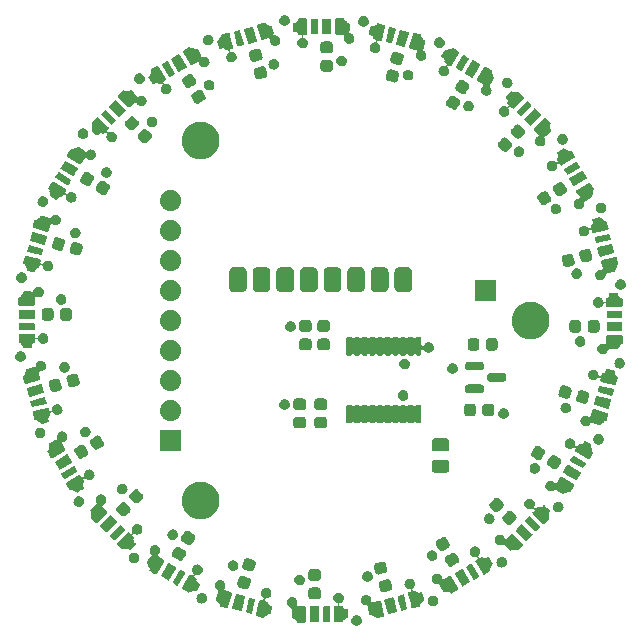
<source format=gbr>
G04 #@! TF.GenerationSoftware,KiCad,Pcbnew,7.0.2-0*
G04 #@! TF.CreationDate,2023-06-19T13:03:14-04:00*
G04 #@! TF.ProjectId,speed_joystick,73706565-645f-46a6-9f79-737469636b2e,rev?*
G04 #@! TF.SameCoordinates,Original*
G04 #@! TF.FileFunction,Soldermask,Top*
G04 #@! TF.FilePolarity,Negative*
%FSLAX46Y46*%
G04 Gerber Fmt 4.6, Leading zero omitted, Abs format (unit mm)*
G04 Created by KiCad (PCBNEW 7.0.2-0) date 2023-06-19 13:03:14*
%MOMM*%
%LPD*%
G01*
G04 APERTURE LIST*
G04 APERTURE END LIST*
G36*
X-18562454Y-14730224D02*
G01*
X-18524946Y-14730224D01*
X-18494459Y-14739175D01*
X-18472679Y-14742043D01*
X-18443422Y-14754161D01*
X-18401778Y-14766389D01*
X-18379796Y-14780515D01*
X-18364168Y-14786989D01*
X-18335528Y-14808964D01*
X-18293788Y-14835790D01*
X-18280332Y-14851319D01*
X-18270988Y-14858489D01*
X-18246763Y-14890059D01*
X-18209725Y-14932804D01*
X-18203492Y-14946451D01*
X-18199486Y-14951673D01*
X-18183667Y-14989861D01*
X-18156399Y-15049572D01*
X-18155050Y-15058948D01*
X-18154540Y-15060182D01*
X-18150920Y-15087675D01*
X-18138130Y-15176633D01*
X-18150921Y-15265598D01*
X-18154540Y-15293083D01*
X-18155050Y-15294315D01*
X-18156399Y-15303694D01*
X-18183666Y-15363401D01*
X-18199486Y-15401594D01*
X-18203493Y-15406816D01*
X-18209725Y-15420462D01*
X-18246764Y-15463207D01*
X-18270987Y-15494775D01*
X-18280328Y-15501943D01*
X-18293788Y-15517476D01*
X-18335537Y-15544306D01*
X-18364168Y-15566276D01*
X-18379793Y-15572748D01*
X-18401778Y-15586877D01*
X-18443426Y-15599105D01*
X-18451613Y-15602497D01*
X-18477683Y-15733556D01*
X-18074576Y-16136664D01*
X-18074573Y-16136667D01*
X-18065872Y-16145369D01*
X-18054816Y-16161914D01*
X-18054816Y-16161915D01*
X-18050106Y-16173284D01*
X-18050105Y-16173287D01*
X-18044883Y-16185895D01*
X-18044882Y-16185897D01*
X-18040172Y-16197270D01*
X-18036290Y-16216787D01*
X-18040172Y-16236302D01*
X-18044881Y-16247673D01*
X-18044882Y-16247674D01*
X-18050103Y-16260281D01*
X-18050105Y-16260284D01*
X-18054816Y-16271658D01*
X-18065871Y-16288204D01*
X-18065872Y-16288204D01*
X-18914400Y-17136732D01*
X-18930945Y-17147788D01*
X-18930946Y-17147788D01*
X-18966302Y-17162432D01*
X-18985819Y-17166314D01*
X-19005334Y-17162432D01*
X-19040689Y-17147788D01*
X-19057235Y-17136733D01*
X-19057235Y-17136732D01*
X-19446144Y-16747823D01*
X-19457200Y-16731278D01*
X-19457200Y-16731277D01*
X-19471844Y-16695922D01*
X-19475726Y-16676405D01*
X-19471844Y-16656890D01*
X-19457200Y-16621534D01*
X-19446145Y-16604988D01*
X-19446144Y-16604987D01*
X-19437438Y-16596281D01*
X-19423294Y-16575112D01*
X-19416320Y-16515261D01*
X-19424055Y-16494522D01*
X-19428343Y-16486671D01*
X-19433416Y-16473070D01*
X-19457894Y-16360548D01*
X-19461767Y-16342743D01*
X-19461767Y-16342741D01*
X-19463667Y-16334008D01*
X-19464703Y-16319529D01*
X-19464065Y-16310616D01*
X-19464066Y-16310611D01*
X-19458129Y-16227619D01*
X-19456457Y-16204245D01*
X-19467120Y-16163977D01*
X-19472788Y-16155493D01*
X-19481500Y-16146782D01*
X-19492555Y-16130236D01*
X-19507199Y-16094881D01*
X-19511081Y-16075364D01*
X-19507199Y-16055849D01*
X-19492555Y-16020494D01*
X-19481500Y-16003948D01*
X-19481499Y-16003948D01*
X-19472798Y-15995247D01*
X-19472796Y-15995244D01*
X-19101294Y-15623743D01*
X-19101294Y-15623742D01*
X-19092590Y-15615039D01*
X-19076045Y-15603983D01*
X-19076044Y-15603983D01*
X-19064672Y-15599272D01*
X-19064671Y-15599272D01*
X-19052054Y-15594046D01*
X-19052052Y-15594045D01*
X-19040689Y-15589339D01*
X-19021172Y-15585457D01*
X-19015031Y-15586678D01*
X-18989366Y-15581571D01*
X-18940794Y-15452476D01*
X-18968535Y-15420462D01*
X-18974774Y-15406800D01*
X-18978776Y-15401586D01*
X-18994580Y-15363429D01*
X-19021861Y-15303694D01*
X-19023209Y-15294311D01*
X-19023719Y-15293083D01*
X-19027326Y-15265681D01*
X-19040130Y-15176633D01*
X-19027327Y-15087593D01*
X-19023719Y-15060182D01*
X-19023209Y-15058952D01*
X-19021861Y-15049572D01*
X-18994581Y-14989838D01*
X-18978773Y-14951673D01*
X-18974769Y-14946455D01*
X-18968535Y-14932804D01*
X-18931489Y-14890050D01*
X-18907272Y-14858490D01*
X-18897930Y-14851322D01*
X-18884472Y-14835790D01*
X-18842716Y-14808955D01*
X-18814089Y-14786989D01*
X-18798468Y-14780518D01*
X-18776482Y-14766389D01*
X-18734831Y-14754159D01*
X-18705580Y-14742043D01*
X-18683801Y-14739175D01*
X-18653314Y-14730224D01*
X-18615806Y-14730224D01*
X-18589130Y-14726712D01*
X-18562454Y-14730224D01*
G37*
G36*
X-17745834Y-16504837D02*
G01*
X-17729289Y-16515893D01*
X-17720582Y-16524599D01*
X-17720583Y-16524599D01*
X-17243018Y-17002162D01*
X-17243013Y-17002168D01*
X-17234314Y-17010868D01*
X-17223258Y-17027413D01*
X-17219377Y-17046930D01*
X-17223258Y-17066447D01*
X-17234314Y-17082993D01*
X-18082842Y-17931521D01*
X-18099388Y-17942577D01*
X-18118905Y-17946458D01*
X-18138422Y-17942577D01*
X-18154967Y-17931521D01*
X-18649942Y-17436546D01*
X-18660998Y-17420001D01*
X-18664879Y-17400484D01*
X-18660998Y-17380967D01*
X-18649942Y-17364421D01*
X-17801414Y-16515893D01*
X-17784868Y-16504837D01*
X-17765351Y-16500956D01*
X-17745834Y-16504837D01*
G37*
G36*
X-15509167Y-17244696D02*
G01*
X-15471659Y-17244696D01*
X-15441172Y-17253647D01*
X-15419392Y-17256515D01*
X-15390135Y-17268633D01*
X-15348491Y-17280861D01*
X-15326509Y-17294987D01*
X-15310881Y-17301461D01*
X-15282241Y-17323436D01*
X-15240501Y-17350262D01*
X-15227045Y-17365791D01*
X-15217701Y-17372961D01*
X-15193476Y-17404531D01*
X-15156438Y-17447276D01*
X-15150205Y-17460923D01*
X-15146199Y-17466145D01*
X-15130380Y-17504333D01*
X-15103112Y-17564044D01*
X-15101763Y-17573420D01*
X-15101253Y-17574654D01*
X-15097633Y-17602147D01*
X-15084843Y-17691105D01*
X-15097634Y-17780070D01*
X-15101253Y-17807555D01*
X-15101763Y-17808787D01*
X-15103112Y-17818166D01*
X-15130379Y-17877873D01*
X-15146199Y-17916066D01*
X-15150206Y-17921288D01*
X-15156438Y-17934934D01*
X-15193477Y-17977679D01*
X-15217700Y-18009247D01*
X-15227041Y-18016415D01*
X-15240501Y-18031948D01*
X-15282250Y-18058778D01*
X-15310881Y-18080748D01*
X-15326505Y-18087219D01*
X-15348491Y-18101349D01*
X-15390144Y-18113579D01*
X-15419392Y-18125694D01*
X-15441166Y-18128560D01*
X-15471659Y-18137514D01*
X-15509174Y-18137514D01*
X-15535843Y-18141025D01*
X-15562512Y-18137514D01*
X-15600027Y-18137514D01*
X-15630520Y-18128560D01*
X-15652293Y-18125694D01*
X-15681537Y-18113580D01*
X-15723195Y-18101349D01*
X-15745183Y-18087218D01*
X-15843327Y-18046566D01*
X-15957312Y-18217156D01*
X-15828806Y-18345663D01*
X-15828801Y-18345669D01*
X-15820100Y-18354371D01*
X-15809044Y-18370916D01*
X-15809044Y-18370917D01*
X-15804334Y-18382286D01*
X-15804333Y-18382289D01*
X-15799111Y-18394897D01*
X-15799110Y-18394899D01*
X-15794400Y-18406272D01*
X-15790518Y-18425789D01*
X-15794400Y-18445304D01*
X-15809044Y-18480660D01*
X-15820099Y-18497206D01*
X-15820100Y-18497207D01*
X-15828803Y-18505910D01*
X-15842948Y-18527081D01*
X-15849923Y-18586929D01*
X-15842181Y-18607683D01*
X-15837901Y-18615523D01*
X-15832827Y-18629124D01*
X-15830927Y-18637856D01*
X-15830926Y-18637860D01*
X-15818439Y-18695264D01*
X-15801213Y-18726810D01*
X-15687385Y-18840638D01*
X-15687381Y-18840643D01*
X-15678679Y-18849346D01*
X-15667623Y-18865891D01*
X-15667623Y-18865892D01*
X-15662913Y-18877261D01*
X-15662912Y-18877264D01*
X-15657690Y-18889872D01*
X-15657689Y-18889874D01*
X-15652979Y-18901247D01*
X-15649097Y-18920764D01*
X-15652979Y-18940279D01*
X-15657687Y-18951647D01*
X-15657688Y-18951648D01*
X-15662912Y-18964262D01*
X-15662913Y-18964264D01*
X-15667623Y-18975634D01*
X-15678678Y-18992180D01*
X-15678679Y-18992180D01*
X-15687378Y-19000879D01*
X-15687381Y-19000883D01*
X-15879240Y-19192741D01*
X-16067588Y-19381089D01*
X-16084133Y-19392145D01*
X-16084134Y-19392145D01*
X-16119489Y-19406789D01*
X-16139006Y-19410671D01*
X-16158521Y-19406789D01*
X-16193876Y-19392145D01*
X-16210422Y-19381090D01*
X-16219129Y-19372382D01*
X-16227619Y-19366710D01*
X-16267887Y-19356047D01*
X-16322596Y-19359960D01*
X-16374252Y-19363656D01*
X-16374257Y-19363655D01*
X-16383169Y-19364293D01*
X-16397648Y-19363257D01*
X-16406381Y-19361357D01*
X-16406383Y-19361357D01*
X-16527969Y-19334908D01*
X-16527972Y-19334906D01*
X-16536710Y-19333006D01*
X-16550311Y-19327933D01*
X-16558158Y-19323647D01*
X-16578904Y-19315910D01*
X-16638756Y-19322885D01*
X-16659918Y-19337025D01*
X-16668627Y-19345734D01*
X-16685173Y-19356790D01*
X-16685174Y-19356790D01*
X-16696549Y-19361501D01*
X-16696571Y-19361516D01*
X-16709139Y-19366719D01*
X-16709152Y-19366721D01*
X-16720530Y-19371434D01*
X-16740047Y-19375316D01*
X-16759562Y-19371434D01*
X-16794917Y-19356790D01*
X-16811463Y-19345735D01*
X-16811463Y-19345734D01*
X-17200372Y-18956825D01*
X-17211428Y-18940280D01*
X-17211428Y-18940279D01*
X-17226072Y-18904924D01*
X-17229954Y-18885407D01*
X-17226072Y-18865892D01*
X-17211428Y-18830536D01*
X-17200373Y-18813990D01*
X-17200372Y-18813990D01*
X-16351844Y-17965462D01*
X-16335299Y-17954406D01*
X-16335298Y-17954406D01*
X-16299942Y-17939762D01*
X-16280425Y-17935880D01*
X-16260910Y-17939762D01*
X-16249542Y-17944470D01*
X-16249539Y-17944471D01*
X-16236926Y-17949695D01*
X-16236921Y-17949698D01*
X-16225555Y-17954406D01*
X-16209009Y-17965461D01*
X-16209009Y-17965462D01*
X-16200310Y-17974160D01*
X-16200307Y-17974163D01*
X-16061894Y-18112574D01*
X-15891304Y-17998589D01*
X-15941294Y-17877900D01*
X-15968574Y-17818166D01*
X-15969922Y-17808783D01*
X-15970432Y-17807555D01*
X-15974039Y-17780153D01*
X-15986843Y-17691105D01*
X-15974040Y-17602065D01*
X-15970432Y-17574654D01*
X-15969922Y-17573424D01*
X-15968574Y-17564044D01*
X-15941294Y-17504310D01*
X-15925486Y-17466145D01*
X-15921482Y-17460927D01*
X-15915248Y-17447276D01*
X-15878202Y-17404522D01*
X-15853985Y-17372962D01*
X-15844643Y-17365794D01*
X-15831185Y-17350262D01*
X-15789429Y-17323427D01*
X-15760802Y-17301461D01*
X-15745181Y-17294990D01*
X-15723195Y-17280861D01*
X-15681544Y-17268631D01*
X-15652293Y-17256515D01*
X-15630514Y-17253647D01*
X-15600027Y-17244696D01*
X-15562519Y-17244696D01*
X-15535843Y-17241184D01*
X-15509167Y-17244696D01*
G37*
G36*
X-14001042Y-19024314D02*
G01*
X-13963535Y-19024314D01*
X-13933048Y-19033265D01*
X-13911268Y-19036133D01*
X-13882011Y-19048251D01*
X-13840367Y-19060479D01*
X-13818385Y-19074605D01*
X-13802757Y-19081079D01*
X-13774117Y-19103054D01*
X-13732377Y-19129880D01*
X-13718921Y-19145409D01*
X-13709577Y-19152579D01*
X-13685352Y-19184149D01*
X-13648314Y-19226894D01*
X-13642081Y-19240541D01*
X-13638075Y-19245763D01*
X-13622256Y-19283951D01*
X-13594988Y-19343662D01*
X-13593639Y-19353038D01*
X-13593129Y-19354272D01*
X-13589509Y-19381765D01*
X-13576719Y-19470723D01*
X-13589510Y-19559688D01*
X-13593129Y-19587173D01*
X-13593639Y-19588405D01*
X-13594988Y-19597784D01*
X-13622255Y-19657491D01*
X-13638075Y-19695684D01*
X-13642082Y-19700906D01*
X-13648314Y-19714552D01*
X-13685354Y-19757299D01*
X-13709577Y-19788866D01*
X-13718918Y-19796034D01*
X-13732377Y-19811566D01*
X-13774114Y-19838389D01*
X-13784665Y-19846485D01*
X-13775925Y-19979825D01*
X-13282225Y-20264863D01*
X-13282222Y-20264865D01*
X-13271562Y-20271020D01*
X-13256601Y-20284140D01*
X-13256600Y-20284141D01*
X-13233304Y-20314502D01*
X-13224504Y-20332349D01*
X-13223202Y-20352205D01*
X-13228197Y-20390146D01*
X-13234594Y-20408989D01*
X-13240748Y-20419649D01*
X-13240750Y-20419653D01*
X-13828436Y-21437556D01*
X-13828441Y-21437561D01*
X-13834594Y-21448219D01*
X-13847714Y-21463180D01*
X-13878074Y-21486476D01*
X-13895921Y-21495277D01*
X-13915776Y-21496579D01*
X-13953717Y-21491585D01*
X-13972561Y-21485189D01*
X-13972562Y-21485188D01*
X-14065714Y-21431407D01*
X-14438210Y-21216346D01*
X-14438209Y-21216346D01*
X-14448876Y-21210188D01*
X-14463837Y-21197068D01*
X-14463838Y-21197067D01*
X-14487134Y-21166706D01*
X-14495934Y-21148859D01*
X-14497236Y-21129005D01*
X-14492242Y-21091064D01*
X-14485846Y-21072220D01*
X-14485845Y-21072219D01*
X-14479689Y-21061556D01*
X-14471506Y-21037448D01*
X-14480260Y-20977833D01*
X-14493103Y-20959795D01*
X-14499273Y-20953326D01*
X-14507694Y-20941501D01*
X-14572906Y-20815007D01*
X-14577653Y-20801290D01*
X-14599525Y-20687805D01*
X-14620247Y-20651667D01*
X-14627925Y-20644932D01*
X-14638588Y-20638777D01*
X-14653549Y-20625657D01*
X-14676845Y-20595297D01*
X-14685646Y-20577450D01*
X-14686948Y-20557593D01*
X-14681953Y-20519652D01*
X-14675556Y-20500809D01*
X-14669400Y-20490147D01*
X-14669399Y-20490143D01*
X-14406714Y-20035160D01*
X-14406712Y-20035158D01*
X-14400556Y-20024495D01*
X-14387436Y-20009534D01*
X-14357076Y-19986238D01*
X-14339229Y-19977437D01*
X-14332975Y-19977026D01*
X-14309514Y-19965455D01*
X-14296075Y-19828908D01*
X-14323061Y-19811566D01*
X-14336529Y-19796022D01*
X-14345864Y-19788861D01*
X-14370075Y-19757308D01*
X-14407124Y-19714552D01*
X-14413357Y-19700903D01*
X-14417362Y-19695684D01*
X-14433171Y-19657514D01*
X-14460450Y-19597784D01*
X-14461798Y-19588401D01*
X-14462308Y-19587173D01*
X-14465915Y-19559771D01*
X-14478719Y-19470723D01*
X-14465916Y-19381683D01*
X-14462308Y-19354272D01*
X-14461798Y-19353042D01*
X-14460450Y-19343662D01*
X-14433170Y-19283928D01*
X-14417362Y-19245763D01*
X-14413358Y-19240545D01*
X-14407124Y-19226894D01*
X-14370078Y-19184140D01*
X-14345861Y-19152580D01*
X-14336519Y-19145412D01*
X-14323061Y-19129880D01*
X-14281305Y-19103045D01*
X-14252678Y-19081079D01*
X-14237057Y-19074608D01*
X-14215071Y-19060479D01*
X-14173420Y-19048249D01*
X-14144169Y-19036133D01*
X-14122390Y-19033265D01*
X-14091903Y-19024314D01*
X-14054394Y-19024314D01*
X-14027718Y-19020802D01*
X-14001042Y-19024314D01*
G37*
G36*
X-12850549Y-20541805D02*
G01*
X-12587282Y-20693802D01*
X-12254992Y-20885649D01*
X-12254989Y-20885651D01*
X-12244331Y-20891805D01*
X-12229370Y-20904926D01*
X-12220570Y-20922773D01*
X-12219267Y-20942630D01*
X-12225664Y-20961473D01*
X-12272097Y-21041898D01*
X-12819508Y-21990042D01*
X-12819510Y-21990044D01*
X-12825664Y-22000703D01*
X-12838784Y-22015664D01*
X-12856632Y-22024465D01*
X-12876488Y-22025767D01*
X-12895331Y-22019371D01*
X-13501549Y-21669371D01*
X-13516510Y-21656250D01*
X-13525310Y-21638403D01*
X-13526613Y-21618546D01*
X-13520216Y-21599703D01*
X-13110028Y-20889237D01*
X-12926371Y-20571133D01*
X-12926369Y-20571131D01*
X-12920216Y-20560473D01*
X-12907096Y-20545512D01*
X-12889248Y-20536711D01*
X-12869392Y-20535409D01*
X-12850549Y-20541805D01*
G37*
G36*
X-10401000Y-20662858D02*
G01*
X-10363493Y-20662858D01*
X-10333006Y-20671809D01*
X-10311226Y-20674677D01*
X-10281969Y-20686795D01*
X-10240325Y-20699023D01*
X-10218343Y-20713149D01*
X-10202715Y-20719623D01*
X-10174075Y-20741598D01*
X-10132335Y-20768424D01*
X-10118879Y-20783953D01*
X-10109535Y-20791123D01*
X-10085310Y-20822693D01*
X-10048272Y-20865438D01*
X-10042039Y-20879085D01*
X-10038033Y-20884307D01*
X-10022214Y-20922495D01*
X-9994946Y-20982206D01*
X-9993597Y-20991582D01*
X-9993087Y-20992816D01*
X-9989467Y-21020309D01*
X-9976677Y-21109267D01*
X-9989468Y-21198232D01*
X-9993087Y-21225717D01*
X-9993597Y-21226949D01*
X-9994946Y-21236328D01*
X-10022213Y-21296035D01*
X-10038033Y-21334228D01*
X-10042040Y-21339450D01*
X-10048272Y-21353096D01*
X-10085311Y-21395841D01*
X-10109534Y-21427409D01*
X-10118875Y-21434577D01*
X-10132335Y-21450110D01*
X-10174084Y-21476940D01*
X-10202715Y-21498910D01*
X-10218339Y-21505381D01*
X-10240325Y-21519511D01*
X-10281978Y-21531741D01*
X-10311226Y-21543856D01*
X-10333001Y-21546722D01*
X-10363493Y-21555676D01*
X-10401004Y-21555676D01*
X-10427679Y-21559188D01*
X-10454354Y-21555676D01*
X-10491861Y-21555676D01*
X-10522350Y-21546723D01*
X-10632685Y-21532197D01*
X-10698635Y-21726476D01*
X-10541245Y-21817346D01*
X-10541239Y-21817351D01*
X-10530582Y-21823504D01*
X-10515621Y-21836624D01*
X-10515620Y-21836625D01*
X-10492324Y-21866986D01*
X-10483524Y-21884833D01*
X-10482222Y-21904687D01*
X-10483828Y-21916889D01*
X-10483828Y-21916891D01*
X-10485609Y-21930420D01*
X-10487216Y-21942628D01*
X-10493612Y-21961472D01*
X-10493613Y-21961473D01*
X-10499765Y-21972129D01*
X-10507950Y-21996243D01*
X-10499198Y-22055856D01*
X-10486345Y-22073905D01*
X-10480185Y-22080366D01*
X-10471764Y-22092190D01*
X-10467670Y-22100129D01*
X-10467667Y-22100135D01*
X-10440747Y-22152352D01*
X-10415944Y-22178364D01*
X-10276532Y-22258854D01*
X-10276527Y-22258857D01*
X-10265870Y-22265011D01*
X-10250909Y-22278131D01*
X-10243412Y-22287900D01*
X-10243412Y-22287901D01*
X-10235110Y-22298720D01*
X-10235109Y-22298721D01*
X-10227613Y-22308491D01*
X-10218812Y-22326338D01*
X-10217510Y-22346195D01*
X-10222505Y-22384136D01*
X-10228902Y-22402979D01*
X-10235055Y-22413637D01*
X-10235058Y-22413644D01*
X-10497743Y-22868627D01*
X-10497745Y-22868630D01*
X-10503902Y-22879293D01*
X-10517022Y-22894254D01*
X-10547382Y-22917550D01*
X-10565229Y-22926351D01*
X-10585086Y-22927653D01*
X-10623027Y-22922658D01*
X-10641870Y-22916262D01*
X-10652537Y-22910103D01*
X-10662204Y-22906822D01*
X-10703861Y-22906947D01*
X-10804626Y-22941822D01*
X-10804627Y-22941822D01*
X-10813078Y-22944747D01*
X-10827331Y-22947494D01*
X-10836263Y-22947919D01*
X-10836266Y-22947920D01*
X-10960548Y-22953841D01*
X-10960552Y-22953840D01*
X-10969484Y-22954266D01*
X-10983935Y-22952886D01*
X-10992624Y-22950777D01*
X-11014664Y-22948673D01*
X-11070671Y-22970901D01*
X-11087458Y-22990043D01*
X-11093613Y-23000703D01*
X-11106733Y-23015664D01*
X-11106734Y-23015665D01*
X-11137095Y-23038961D01*
X-11154942Y-23047761D01*
X-11174796Y-23049063D01*
X-11212737Y-23044069D01*
X-11231581Y-23037673D01*
X-11231582Y-23037672D01*
X-11251463Y-23026194D01*
X-11693948Y-22770725D01*
X-11707896Y-22762672D01*
X-11722857Y-22749552D01*
X-11722858Y-22749551D01*
X-11746154Y-22719190D01*
X-11754954Y-22701343D01*
X-11756256Y-22681487D01*
X-11751261Y-22643546D01*
X-11744864Y-22624703D01*
X-11738707Y-22614038D01*
X-11151021Y-21596135D01*
X-11151017Y-21596130D01*
X-11144864Y-21585473D01*
X-11131744Y-21570512D01*
X-11101384Y-21547216D01*
X-11083537Y-21538415D01*
X-11063682Y-21537113D01*
X-11051479Y-21538719D01*
X-11051476Y-21538719D01*
X-11037946Y-21540500D01*
X-11037943Y-21540500D01*
X-11025741Y-21542107D01*
X-11006897Y-21548503D01*
X-11006896Y-21548504D01*
X-10996239Y-21554656D01*
X-10996238Y-21554657D01*
X-10826718Y-21652528D01*
X-10691442Y-21498274D01*
X-10770030Y-21395856D01*
X-10807082Y-21353096D01*
X-10813316Y-21339444D01*
X-10817320Y-21334227D01*
X-10833127Y-21296064D01*
X-10860408Y-21236328D01*
X-10861756Y-21226945D01*
X-10862266Y-21225717D01*
X-10865873Y-21198315D01*
X-10878677Y-21109267D01*
X-10865874Y-21020227D01*
X-10862266Y-20992816D01*
X-10861756Y-20991586D01*
X-10860408Y-20982206D01*
X-10833128Y-20922472D01*
X-10817320Y-20884307D01*
X-10813316Y-20879089D01*
X-10807082Y-20865438D01*
X-10770036Y-20822684D01*
X-10745819Y-20791124D01*
X-10736477Y-20783956D01*
X-10723019Y-20768424D01*
X-10681263Y-20741589D01*
X-10652636Y-20719623D01*
X-10637015Y-20713152D01*
X-10615029Y-20699023D01*
X-10573378Y-20686793D01*
X-10544127Y-20674677D01*
X-10522348Y-20671809D01*
X-10491861Y-20662858D01*
X-10454352Y-20662858D01*
X-10427676Y-20659346D01*
X-10401000Y-20662858D01*
G37*
G36*
X-6623962Y-21643732D02*
G01*
X-6584847Y-21646296D01*
X-6259313Y-21733523D01*
X-6111381Y-21773161D01*
X-6111379Y-21773161D01*
X-6101884Y-21775706D01*
X-6066761Y-21793026D01*
X-6023849Y-21812132D01*
X-6018799Y-21816678D01*
X-6005300Y-21823336D01*
X-5982379Y-21849472D01*
X-5960035Y-21869592D01*
X-5950977Y-21885280D01*
X-5934296Y-21904302D01*
X-5926163Y-21928258D01*
X-5917104Y-21943950D01*
X-5910851Y-21973365D01*
X-5899679Y-22006276D01*
X-5900663Y-22021292D01*
X-5899251Y-22027936D01*
X-5904159Y-22074632D01*
X-5906723Y-22113736D01*
X-6023191Y-22548402D01*
X-6040526Y-22583554D01*
X-6059619Y-22626439D01*
X-6064162Y-22631485D01*
X-6070821Y-22644987D01*
X-6096958Y-22667908D01*
X-6117075Y-22690250D01*
X-6132762Y-22699307D01*
X-6151787Y-22715991D01*
X-6175746Y-22724124D01*
X-6191435Y-22733182D01*
X-6220845Y-22739433D01*
X-6253761Y-22750607D01*
X-6268780Y-22749622D01*
X-6275421Y-22751034D01*
X-6322077Y-22746129D01*
X-6361221Y-22743564D01*
X-6844184Y-22614154D01*
X-6879336Y-22596818D01*
X-6922218Y-22577727D01*
X-6927263Y-22573183D01*
X-6940768Y-22566524D01*
X-6963696Y-22540378D01*
X-6986032Y-22520267D01*
X-6995086Y-22504584D01*
X-7011772Y-22485558D01*
X-7019906Y-22461594D01*
X-7028963Y-22445909D01*
X-7035213Y-22416504D01*
X-7046389Y-22383584D01*
X-7045404Y-22368563D01*
X-7046816Y-22361923D01*
X-7041909Y-22315250D01*
X-7039345Y-22276124D01*
X-6922877Y-21841458D01*
X-6905536Y-21806294D01*
X-6886448Y-21763420D01*
X-6881905Y-21758374D01*
X-6875247Y-21744873D01*
X-6849108Y-21721950D01*
X-6828992Y-21699609D01*
X-6813304Y-21690551D01*
X-6794281Y-21673869D01*
X-6770322Y-21665736D01*
X-6754632Y-21656677D01*
X-6725216Y-21650424D01*
X-6692307Y-21639253D01*
X-6677289Y-21640237D01*
X-6670646Y-21638825D01*
X-6623962Y-21643732D01*
G37*
G36*
X-219570Y-22620644D02*
G01*
X-173193Y-22627989D01*
X-167141Y-22631072D01*
X-152379Y-22634009D01*
X-123477Y-22653320D01*
X-96688Y-22666971D01*
X-83878Y-22679780D01*
X-62839Y-22693839D01*
X-48780Y-22714878D01*
X-35971Y-22727688D01*
X-22322Y-22754475D01*
X-3009Y-22783379D01*
X-72Y-22798143D01*
X3010Y-22804193D01*
X10351Y-22850545D01*
X18000Y-22889000D01*
X18000Y-23339000D01*
X10350Y-23377458D01*
X3010Y-23423806D01*
X-71Y-23429854D01*
X-3009Y-23444621D01*
X-22324Y-23473528D01*
X-35971Y-23500311D01*
X-48778Y-23513118D01*
X-62839Y-23534161D01*
X-83881Y-23548221D01*
X-96688Y-23561028D01*
X-123471Y-23574674D01*
X-152379Y-23593991D01*
X-167144Y-23596927D01*
X-173193Y-23600010D01*
X-219545Y-23607351D01*
X-258000Y-23615000D01*
X-758000Y-23615000D01*
X-796458Y-23607350D01*
X-842806Y-23600010D01*
X-848854Y-23596928D01*
X-863621Y-23593991D01*
X-892532Y-23574672D01*
X-919311Y-23561028D01*
X-932115Y-23548223D01*
X-953161Y-23534161D01*
X-967223Y-23513115D01*
X-980028Y-23500311D01*
X-993672Y-23473532D01*
X-1012991Y-23444621D01*
X-1015928Y-23429854D01*
X-1019010Y-23423806D01*
X-1026350Y-23377458D01*
X-1034000Y-23339000D01*
X-1034000Y-22889000D01*
X-1026351Y-22850545D01*
X-1019010Y-22804193D01*
X-1015927Y-22798144D01*
X-1012991Y-22783379D01*
X-993674Y-22754471D01*
X-980028Y-22727688D01*
X-967221Y-22714881D01*
X-953161Y-22693839D01*
X-932118Y-22679778D01*
X-919311Y-22666971D01*
X-892525Y-22653323D01*
X-863621Y-22634009D01*
X-848857Y-22631072D01*
X-842806Y-22627989D01*
X-796433Y-22620644D01*
X-758000Y-22613000D01*
X-258000Y-22613000D01*
X-219570Y-22620644D01*
G37*
G36*
X1550676Y-23048591D02*
G01*
X1588184Y-23048591D01*
X1618671Y-23057542D01*
X1640450Y-23060410D01*
X1669703Y-23072527D01*
X1711352Y-23084756D01*
X1733334Y-23098883D01*
X1748961Y-23105356D01*
X1777595Y-23127327D01*
X1819342Y-23154157D01*
X1832799Y-23169688D01*
X1842141Y-23176856D01*
X1866357Y-23208416D01*
X1903405Y-23251171D01*
X1909639Y-23264822D01*
X1913643Y-23270040D01*
X1929451Y-23308205D01*
X1956731Y-23367939D01*
X1958079Y-23377319D01*
X1958589Y-23378549D01*
X1962197Y-23405960D01*
X1975000Y-23495000D01*
X1962196Y-23584048D01*
X1958589Y-23611450D01*
X1958079Y-23612678D01*
X1956731Y-23622061D01*
X1929452Y-23681791D01*
X1913643Y-23719961D01*
X1909638Y-23725180D01*
X1903405Y-23738829D01*
X1866356Y-23781584D01*
X1842142Y-23813142D01*
X1832803Y-23820308D01*
X1819342Y-23835843D01*
X1777586Y-23862677D01*
X1748961Y-23884643D01*
X1733338Y-23891113D01*
X1711352Y-23905244D01*
X1669700Y-23917473D01*
X1557922Y-23963774D01*
X1597948Y-24165000D01*
X1792000Y-24165000D01*
X1811517Y-24168882D01*
X1822889Y-24173592D01*
X1822891Y-24173593D01*
X1835495Y-24178814D01*
X1835496Y-24178814D01*
X1846872Y-24183527D01*
X1863418Y-24194583D01*
X1874473Y-24211128D01*
X1889118Y-24246483D01*
X1893000Y-24265999D01*
X1893000Y-24278310D01*
X1897967Y-24303280D01*
X1935356Y-24350533D01*
X1955499Y-24359731D01*
X1964076Y-24362250D01*
X1977281Y-24368280D01*
X1984799Y-24373111D01*
X1984802Y-24373113D01*
X2034221Y-24404873D01*
X2068710Y-24415000D01*
X2229690Y-24415000D01*
X2242000Y-24415000D01*
X2261517Y-24418882D01*
X2272889Y-24423592D01*
X2272891Y-24423593D01*
X2285495Y-24428814D01*
X2285496Y-24428814D01*
X2296872Y-24433527D01*
X2313418Y-24444583D01*
X2324473Y-24461128D01*
X2339118Y-24496483D01*
X2343000Y-24515999D01*
X2343000Y-25066000D01*
X2339118Y-25085517D01*
X2324473Y-25120872D01*
X2313417Y-25137418D01*
X2296872Y-25148473D01*
X2261517Y-25163118D01*
X2242001Y-25167000D01*
X2229684Y-25167000D01*
X2219670Y-25168992D01*
X2183658Y-25189927D01*
X2107973Y-25277273D01*
X2097003Y-25286779D01*
X1977281Y-25363720D01*
X1964076Y-25369750D01*
X1955490Y-25372270D01*
X1935357Y-25381465D01*
X1897966Y-25428719D01*
X1893000Y-25453685D01*
X1893000Y-25466000D01*
X1889118Y-25485517D01*
X1874473Y-25520872D01*
X1863417Y-25537418D01*
X1846872Y-25548473D01*
X1811517Y-25563118D01*
X1792001Y-25567000D01*
X1779689Y-25567000D01*
X1254310Y-25567000D01*
X1242000Y-25567000D01*
X1222483Y-25563118D01*
X1187128Y-25548473D01*
X1170582Y-25537417D01*
X1159527Y-25520872D01*
X1154816Y-25509500D01*
X1154815Y-25509498D01*
X1149594Y-25496895D01*
X1149593Y-25496890D01*
X1144882Y-25485517D01*
X1141000Y-25466001D01*
X1141000Y-24266000D01*
X1144882Y-24246483D01*
X1149592Y-24235111D01*
X1149593Y-24235108D01*
X1154814Y-24222504D01*
X1154815Y-24222501D01*
X1159527Y-24211128D01*
X1170583Y-24194582D01*
X1187128Y-24183527D01*
X1198497Y-24178817D01*
X1198501Y-24178815D01*
X1211104Y-24173594D01*
X1211110Y-24173592D01*
X1222483Y-24168882D01*
X1241999Y-24165000D01*
X1450052Y-24165000D01*
X1490078Y-23963774D01*
X1378297Y-23917473D01*
X1336648Y-23905244D01*
X1314662Y-23891114D01*
X1299038Y-23884643D01*
X1270407Y-23862673D01*
X1228658Y-23835843D01*
X1215198Y-23820310D01*
X1205857Y-23813142D01*
X1181634Y-23781574D01*
X1144595Y-23738829D01*
X1138363Y-23725183D01*
X1134356Y-23719961D01*
X1118536Y-23681768D01*
X1091269Y-23622061D01*
X1089920Y-23612682D01*
X1089410Y-23611450D01*
X1085791Y-23583965D01*
X1073000Y-23495000D01*
X1085790Y-23406042D01*
X1089410Y-23378549D01*
X1089920Y-23377315D01*
X1091269Y-23367939D01*
X1118537Y-23308228D01*
X1134356Y-23270040D01*
X1138362Y-23264818D01*
X1144595Y-23251171D01*
X1181632Y-23208427D01*
X1205857Y-23176857D01*
X1215201Y-23169687D01*
X1228658Y-23154157D01*
X1270407Y-23127326D01*
X1299040Y-23105356D01*
X1314663Y-23098884D01*
X1336648Y-23084756D01*
X1378294Y-23072527D01*
X1407549Y-23060410D01*
X1429329Y-23057542D01*
X1459816Y-23048591D01*
X1497324Y-23048591D01*
X1524000Y-23045079D01*
X1550676Y-23048591D01*
G37*
G36*
X3074676Y-24953591D02*
G01*
X3112184Y-24953591D01*
X3142671Y-24962542D01*
X3164450Y-24965410D01*
X3193703Y-24977527D01*
X3235352Y-24989756D01*
X3257334Y-25003883D01*
X3272961Y-25010356D01*
X3301595Y-25032327D01*
X3343342Y-25059157D01*
X3356799Y-25074688D01*
X3366141Y-25081856D01*
X3390357Y-25113416D01*
X3427405Y-25156171D01*
X3433639Y-25169822D01*
X3437643Y-25175040D01*
X3453451Y-25213205D01*
X3480731Y-25272939D01*
X3482079Y-25282319D01*
X3482589Y-25283549D01*
X3486197Y-25310960D01*
X3499000Y-25400000D01*
X3486196Y-25489048D01*
X3482589Y-25516450D01*
X3482079Y-25517678D01*
X3480731Y-25527061D01*
X3453452Y-25586791D01*
X3437643Y-25624961D01*
X3433638Y-25630180D01*
X3427405Y-25643829D01*
X3390356Y-25686584D01*
X3366142Y-25718142D01*
X3356803Y-25725308D01*
X3343342Y-25740843D01*
X3301586Y-25767677D01*
X3272961Y-25789643D01*
X3257339Y-25796113D01*
X3235352Y-25810244D01*
X3193695Y-25822475D01*
X3164450Y-25834589D01*
X3142677Y-25837455D01*
X3112184Y-25846409D01*
X3074669Y-25846409D01*
X3048000Y-25849920D01*
X3021331Y-25846409D01*
X2983816Y-25846409D01*
X2953323Y-25837455D01*
X2931549Y-25834589D01*
X2902301Y-25822474D01*
X2860648Y-25810244D01*
X2838662Y-25796114D01*
X2823038Y-25789643D01*
X2794407Y-25767673D01*
X2752658Y-25740843D01*
X2739198Y-25725310D01*
X2729857Y-25718142D01*
X2705634Y-25686574D01*
X2668595Y-25643829D01*
X2662363Y-25630183D01*
X2658356Y-25624961D01*
X2642536Y-25586768D01*
X2615269Y-25527061D01*
X2613920Y-25517682D01*
X2613410Y-25516450D01*
X2609791Y-25488965D01*
X2597000Y-25400000D01*
X2609790Y-25311042D01*
X2613410Y-25283549D01*
X2613920Y-25282315D01*
X2615269Y-25272939D01*
X2642537Y-25213228D01*
X2658356Y-25175040D01*
X2662362Y-25169818D01*
X2668595Y-25156171D01*
X2705632Y-25113427D01*
X2729857Y-25081857D01*
X2739201Y-25074687D01*
X2752658Y-25059157D01*
X2794407Y-25032326D01*
X2823040Y-25010356D01*
X2838663Y-25003884D01*
X2860648Y-24989756D01*
X2902294Y-24977527D01*
X2931549Y-24965410D01*
X2953329Y-24962542D01*
X2983816Y-24953591D01*
X3021324Y-24953591D01*
X3048000Y-24950079D01*
X3074676Y-24953591D01*
G37*
G36*
X-4582207Y-22642459D02*
G01*
X-4544699Y-22642459D01*
X-4514212Y-22651410D01*
X-4492432Y-22654278D01*
X-4463175Y-22666396D01*
X-4421531Y-22678624D01*
X-4399549Y-22692750D01*
X-4383921Y-22699224D01*
X-4355281Y-22721199D01*
X-4313541Y-22748025D01*
X-4300085Y-22763554D01*
X-4290741Y-22770724D01*
X-4266516Y-22802294D01*
X-4229478Y-22845039D01*
X-4223245Y-22858686D01*
X-4219239Y-22863908D01*
X-4203420Y-22902096D01*
X-4176152Y-22961807D01*
X-4174803Y-22971183D01*
X-4174293Y-22972417D01*
X-4170673Y-22999910D01*
X-4157883Y-23088868D01*
X-4170674Y-23177833D01*
X-4174293Y-23205318D01*
X-4174803Y-23206550D01*
X-4176152Y-23215929D01*
X-4203419Y-23275636D01*
X-4219239Y-23313829D01*
X-4223246Y-23319051D01*
X-4229478Y-23332697D01*
X-4266517Y-23375442D01*
X-4290740Y-23407010D01*
X-4300081Y-23414178D01*
X-4313541Y-23429711D01*
X-4355290Y-23456541D01*
X-4383921Y-23478511D01*
X-4399545Y-23484982D01*
X-4421531Y-23499112D01*
X-4463184Y-23511342D01*
X-4492432Y-23523457D01*
X-4514207Y-23526324D01*
X-4544699Y-23535277D01*
X-4582207Y-23535277D01*
X-4697441Y-23550449D01*
X-4710860Y-23755177D01*
X-4535311Y-23802215D01*
X-4535308Y-23802216D01*
X-4523423Y-23805401D01*
X-4505576Y-23814202D01*
X-4505575Y-23814203D01*
X-4475215Y-23837500D01*
X-4462095Y-23852461D01*
X-4455699Y-23871303D01*
X-4450704Y-23909243D01*
X-4452006Y-23929100D01*
X-4455190Y-23940986D01*
X-4456856Y-23966395D01*
X-4432973Y-24021713D01*
X-4415891Y-24035816D01*
X-4408263Y-24040466D01*
X-4397068Y-24049708D01*
X-4391055Y-24056321D01*
X-4391053Y-24056324D01*
X-4372605Y-24076618D01*
X-4351538Y-24099791D01*
X-4320848Y-24118499D01*
X-4165352Y-24160164D01*
X-4165348Y-24160165D01*
X-4153461Y-24163351D01*
X-4135614Y-24172152D01*
X-4135613Y-24172153D01*
X-4125852Y-24179642D01*
X-4125822Y-24179658D01*
X-4115028Y-24187945D01*
X-4115015Y-24187959D01*
X-4105254Y-24195450D01*
X-4092134Y-24210412D01*
X-4085739Y-24229252D01*
X-4084132Y-24241448D01*
X-4084131Y-24241454D01*
X-4082349Y-24254982D01*
X-4082349Y-24254991D01*
X-4080743Y-24267192D01*
X-4082043Y-24287048D01*
X-4082044Y-24287050D01*
X-4224395Y-24818310D01*
X-4233196Y-24836157D01*
X-4256492Y-24866517D01*
X-4271453Y-24879637D01*
X-4290296Y-24886034D01*
X-4328237Y-24891029D01*
X-4348094Y-24889727D01*
X-4359987Y-24886539D01*
X-4370175Y-24885872D01*
X-4410381Y-24896774D01*
X-4498690Y-24956543D01*
X-4506094Y-24961554D01*
X-4519151Y-24967896D01*
X-4654708Y-25011229D01*
X-4669024Y-25013637D01*
X-4677968Y-25013849D01*
X-4699797Y-25017520D01*
X-4748142Y-25053486D01*
X-4759402Y-25076320D01*
X-4762589Y-25088211D01*
X-4771390Y-25106058D01*
X-4794686Y-25136418D01*
X-4809647Y-25149538D01*
X-4828489Y-25155935D01*
X-4866430Y-25160931D01*
X-4886287Y-25159630D01*
X-4886288Y-25159629D01*
X-4898179Y-25156442D01*
X-4898267Y-25156437D01*
X-5391964Y-25024133D01*
X-5417547Y-25017278D01*
X-5435394Y-25008477D01*
X-5465754Y-24985181D01*
X-5478874Y-24970220D01*
X-5485271Y-24951378D01*
X-5490267Y-24913437D01*
X-5488966Y-24893580D01*
X-5488965Y-24893579D01*
X-5485778Y-24881688D01*
X-5485773Y-24881598D01*
X-5181569Y-23746362D01*
X-5181568Y-23746361D01*
X-5178382Y-23734468D01*
X-5169581Y-23716621D01*
X-5169580Y-23716620D01*
X-5146283Y-23686260D01*
X-5131322Y-23673140D01*
X-5112480Y-23666744D01*
X-5074540Y-23661749D01*
X-5054683Y-23663051D01*
X-5042797Y-23666235D01*
X-5042793Y-23666236D01*
X-4853722Y-23716897D01*
X-4762979Y-23532887D01*
X-4862471Y-23456544D01*
X-4904225Y-23429711D01*
X-4917683Y-23414179D01*
X-4927024Y-23407012D01*
X-4951242Y-23375449D01*
X-4988288Y-23332697D01*
X-4994521Y-23319048D01*
X-4998526Y-23313829D01*
X-5014335Y-23275659D01*
X-5041614Y-23215929D01*
X-5042962Y-23206546D01*
X-5043472Y-23205318D01*
X-5047079Y-23177916D01*
X-5059883Y-23088868D01*
X-5047080Y-22999828D01*
X-5043472Y-22972417D01*
X-5042962Y-22971187D01*
X-5041614Y-22961807D01*
X-5014334Y-22902073D01*
X-4998526Y-22863908D01*
X-4994522Y-22858690D01*
X-4988288Y-22845039D01*
X-4951242Y-22802285D01*
X-4927025Y-22770725D01*
X-4917683Y-22763557D01*
X-4904225Y-22748025D01*
X-4862469Y-22721190D01*
X-4833842Y-22699224D01*
X-4818221Y-22692753D01*
X-4796235Y-22678624D01*
X-4754584Y-22666394D01*
X-4725333Y-22654278D01*
X-4703554Y-22651410D01*
X-4673067Y-22642459D01*
X-4635559Y-22642459D01*
X-4608883Y-22638947D01*
X-4582207Y-22642459D01*
G37*
G36*
X-2386324Y-23429591D02*
G01*
X-2348816Y-23429591D01*
X-2318329Y-23438542D01*
X-2296549Y-23441410D01*
X-2267292Y-23453528D01*
X-2225648Y-23465756D01*
X-2203666Y-23479882D01*
X-2188038Y-23486356D01*
X-2159398Y-23508331D01*
X-2117658Y-23535157D01*
X-2104202Y-23550686D01*
X-2094858Y-23557856D01*
X-2070633Y-23589426D01*
X-2033595Y-23632171D01*
X-2027362Y-23645818D01*
X-2023356Y-23651040D01*
X-2007537Y-23689228D01*
X-1980269Y-23748939D01*
X-1978920Y-23758315D01*
X-1978410Y-23759549D01*
X-1974790Y-23787042D01*
X-1962000Y-23876000D01*
X-1974791Y-23964965D01*
X-1978410Y-23992450D01*
X-1978920Y-23993682D01*
X-1980269Y-24003061D01*
X-2007537Y-24062769D01*
X-2014630Y-24079894D01*
X-1940391Y-24191000D01*
X-1908001Y-24191000D01*
X-1358000Y-24191000D01*
X-1338483Y-24194882D01*
X-1327111Y-24199592D01*
X-1327108Y-24199593D01*
X-1314504Y-24204814D01*
X-1314501Y-24204815D01*
X-1303128Y-24209527D01*
X-1286582Y-24220583D01*
X-1275527Y-24237128D01*
X-1270817Y-24248497D01*
X-1270815Y-24248501D01*
X-1265594Y-24261104D01*
X-1265592Y-24261110D01*
X-1260882Y-24272483D01*
X-1257000Y-24291999D01*
X-1257000Y-25492000D01*
X-1260882Y-25511517D01*
X-1265592Y-25522889D01*
X-1265593Y-25522891D01*
X-1270814Y-25535495D01*
X-1275527Y-25546872D01*
X-1286583Y-25563418D01*
X-1303128Y-25574473D01*
X-1314501Y-25579184D01*
X-1327104Y-25584405D01*
X-1327106Y-25584405D01*
X-1338483Y-25589118D01*
X-1357999Y-25593000D01*
X-1370311Y-25593000D01*
X-1895690Y-25593000D01*
X-1908000Y-25593000D01*
X-1927517Y-25589118D01*
X-1962872Y-25574473D01*
X-1979418Y-25563417D01*
X-1990473Y-25546872D01*
X-2005118Y-25511517D01*
X-2009000Y-25492001D01*
X-2009000Y-25479687D01*
X-2013967Y-25454718D01*
X-2051358Y-25407465D01*
X-2071494Y-25398269D01*
X-2080076Y-25395750D01*
X-2093281Y-25389720D01*
X-2213003Y-25312779D01*
X-2223973Y-25303273D01*
X-2299659Y-25215925D01*
X-2335671Y-25194992D01*
X-2345686Y-25193000D01*
X-2358000Y-25193000D01*
X-2377517Y-25189118D01*
X-2412872Y-25174473D01*
X-2429418Y-25163417D01*
X-2440473Y-25146872D01*
X-2455118Y-25111517D01*
X-2459000Y-25092001D01*
X-2459000Y-24542000D01*
X-2455118Y-24522483D01*
X-2449120Y-24508005D01*
X-2445187Y-24498507D01*
X-2445185Y-24498504D01*
X-2440473Y-24487128D01*
X-2429417Y-24470582D01*
X-2424193Y-24467091D01*
X-2409673Y-24445363D01*
X-2465382Y-24322409D01*
X-2477184Y-24322409D01*
X-2507687Y-24313452D01*
X-2529453Y-24310588D01*
X-2558696Y-24298474D01*
X-2600352Y-24286244D01*
X-2622339Y-24272113D01*
X-2637961Y-24265643D01*
X-2666586Y-24243677D01*
X-2708342Y-24216843D01*
X-2721803Y-24201308D01*
X-2731142Y-24194142D01*
X-2755356Y-24162584D01*
X-2792405Y-24119829D01*
X-2798638Y-24106180D01*
X-2802643Y-24100961D01*
X-2818452Y-24062791D01*
X-2845731Y-24003061D01*
X-2847079Y-23993678D01*
X-2847589Y-23992450D01*
X-2851196Y-23965048D01*
X-2864000Y-23876000D01*
X-2851197Y-23786960D01*
X-2847589Y-23759549D01*
X-2847079Y-23758319D01*
X-2845731Y-23748939D01*
X-2818451Y-23689205D01*
X-2802643Y-23651040D01*
X-2798639Y-23645822D01*
X-2792405Y-23632171D01*
X-2755359Y-23589417D01*
X-2731142Y-23557857D01*
X-2721800Y-23550689D01*
X-2708342Y-23535157D01*
X-2666586Y-23508322D01*
X-2637959Y-23486356D01*
X-2622338Y-23479885D01*
X-2600352Y-23465756D01*
X-2558701Y-23453526D01*
X-2529450Y-23441410D01*
X-2507671Y-23438542D01*
X-2477184Y-23429591D01*
X-2439676Y-23429591D01*
X-2413000Y-23426079D01*
X-2386324Y-23429591D01*
G37*
G36*
X-138483Y-24218882D02*
G01*
X-121938Y-24229938D01*
X-110882Y-24246483D01*
X-107000Y-24266000D01*
X-107000Y-25466000D01*
X-110882Y-25485517D01*
X-121938Y-25502062D01*
X-138483Y-25513118D01*
X-158000Y-25517000D01*
X-858000Y-25517000D01*
X-877517Y-25513118D01*
X-894062Y-25502062D01*
X-905118Y-25485517D01*
X-909000Y-25466000D01*
X-909000Y-24266000D01*
X-905118Y-24246483D01*
X-894062Y-24229938D01*
X-877517Y-24218882D01*
X-858000Y-24215000D01*
X-158000Y-24215000D01*
X-138483Y-24218882D01*
G37*
G36*
X761517Y-24218882D02*
G01*
X778062Y-24229938D01*
X789118Y-24246483D01*
X793000Y-24266000D01*
X793000Y-25466000D01*
X789118Y-25485517D01*
X778062Y-25502062D01*
X761517Y-25513118D01*
X742000Y-25517000D01*
X292000Y-25517000D01*
X272483Y-25513118D01*
X255938Y-25502062D01*
X244882Y-25485517D01*
X241000Y-25466000D01*
X241000Y-24266000D01*
X244882Y-24246483D01*
X255938Y-24229938D01*
X272483Y-24218882D01*
X292000Y-24215000D01*
X742000Y-24215000D01*
X761517Y-24218882D01*
G37*
G36*
X3875461Y-23240566D02*
G01*
X3912969Y-23240566D01*
X3943456Y-23249517D01*
X3965235Y-23252385D01*
X3994488Y-23264502D01*
X4036137Y-23276731D01*
X4058119Y-23290858D01*
X4073746Y-23297331D01*
X4102380Y-23319302D01*
X4144127Y-23346132D01*
X4157584Y-23361663D01*
X4166926Y-23368831D01*
X4191142Y-23400391D01*
X4228190Y-23443146D01*
X4234424Y-23456797D01*
X4238428Y-23462015D01*
X4254236Y-23500180D01*
X4281516Y-23559914D01*
X4282864Y-23569294D01*
X4283374Y-23570524D01*
X4286985Y-23597954D01*
X4299785Y-23686975D01*
X4286981Y-23776024D01*
X4286351Y-23780812D01*
X4386816Y-23868920D01*
X4937474Y-23721373D01*
X4937478Y-23721372D01*
X4949364Y-23718188D01*
X4969221Y-23716886D01*
X5007161Y-23721881D01*
X5026004Y-23728278D01*
X5040964Y-23741397D01*
X5064261Y-23771757D01*
X5073063Y-23789604D01*
X5073063Y-23789605D01*
X5383646Y-24948716D01*
X5384948Y-24968573D01*
X5384948Y-24968574D01*
X5379952Y-25006515D01*
X5373555Y-25025358D01*
X5360435Y-25040318D01*
X5330075Y-25063614D01*
X5312228Y-25072415D01*
X4780969Y-25214766D01*
X4761112Y-25216068D01*
X4761111Y-25216068D01*
X4723170Y-25211072D01*
X4704327Y-25204675D01*
X4689367Y-25191555D01*
X4676259Y-25174473D01*
X4673567Y-25170964D01*
X4673566Y-25170963D01*
X4666071Y-25161195D01*
X4657270Y-25143348D01*
X4654083Y-25131457D01*
X4642823Y-25108623D01*
X4594478Y-25072657D01*
X4572649Y-25068986D01*
X4563705Y-25068774D01*
X4549389Y-25066366D01*
X4413832Y-25023033D01*
X4400775Y-25016691D01*
X4332114Y-24970220D01*
X4305062Y-24951911D01*
X4264856Y-24941009D01*
X4254668Y-24941676D01*
X4242775Y-24944864D01*
X4222918Y-24946166D01*
X4184977Y-24941171D01*
X4166134Y-24934774D01*
X4151173Y-24921654D01*
X4127877Y-24891294D01*
X4119076Y-24873447D01*
X4109697Y-24838446D01*
X3979910Y-24354076D01*
X3979909Y-24354072D01*
X3976725Y-24342187D01*
X3975423Y-24322330D01*
X3975424Y-24322329D01*
X3977030Y-24310129D01*
X3977030Y-24310124D01*
X3978812Y-24296589D01*
X3978814Y-24296581D01*
X3980420Y-24284389D01*
X3986816Y-24265546D01*
X3990946Y-24260836D01*
X3999354Y-24236063D01*
X3914665Y-24132885D01*
X3912969Y-24133384D01*
X3875436Y-24133384D01*
X3848782Y-24136895D01*
X3822114Y-24133384D01*
X3784601Y-24133384D01*
X3754108Y-24124430D01*
X3732334Y-24121564D01*
X3703086Y-24109449D01*
X3661433Y-24097219D01*
X3639447Y-24083089D01*
X3623823Y-24076618D01*
X3595192Y-24054648D01*
X3553443Y-24027818D01*
X3539983Y-24012285D01*
X3530642Y-24005117D01*
X3506419Y-23973549D01*
X3469380Y-23930804D01*
X3463148Y-23917158D01*
X3459141Y-23911936D01*
X3443322Y-23873746D01*
X3416054Y-23814036D01*
X3414705Y-23804656D01*
X3414195Y-23803424D01*
X3410577Y-23775949D01*
X3397785Y-23686975D01*
X3410575Y-23598017D01*
X3414195Y-23570524D01*
X3414705Y-23569290D01*
X3416054Y-23559914D01*
X3443322Y-23500203D01*
X3459141Y-23462015D01*
X3463147Y-23456793D01*
X3469380Y-23443146D01*
X3506417Y-23400402D01*
X3530642Y-23368832D01*
X3539986Y-23361662D01*
X3553443Y-23346132D01*
X3595192Y-23319301D01*
X3623825Y-23297331D01*
X3639448Y-23290859D01*
X3661433Y-23276731D01*
X3703079Y-23264502D01*
X3732334Y-23252385D01*
X3754114Y-23249517D01*
X3784601Y-23240566D01*
X3822109Y-23240566D01*
X3848785Y-23237054D01*
X3875461Y-23240566D01*
G37*
G36*
X6153386Y-23435883D02*
G01*
X6168348Y-23449003D01*
X6177149Y-23466850D01*
X6487732Y-24625961D01*
X6489033Y-24645818D01*
X6482636Y-24664661D01*
X6469516Y-24679622D01*
X6451669Y-24688423D01*
X5775521Y-24869596D01*
X5755664Y-24870898D01*
X5736822Y-24864501D01*
X5721860Y-24851381D01*
X5713059Y-24833534D01*
X5402476Y-23674423D01*
X5401175Y-23654566D01*
X5407572Y-23635723D01*
X5420692Y-23620762D01*
X5438539Y-23611961D01*
X5935727Y-23478740D01*
X6102798Y-23433973D01*
X6102801Y-23433972D01*
X6114687Y-23430788D01*
X6134544Y-23429486D01*
X6153386Y-23435883D01*
G37*
G36*
X-8483666Y-21991506D02*
G01*
X-8446159Y-21991506D01*
X-8415672Y-22000457D01*
X-8393892Y-22003325D01*
X-8364635Y-22015443D01*
X-8322991Y-22027671D01*
X-8301009Y-22041797D01*
X-8285381Y-22048271D01*
X-8256741Y-22070246D01*
X-8215001Y-22097072D01*
X-8201545Y-22112601D01*
X-8192201Y-22119771D01*
X-8167976Y-22151341D01*
X-8130938Y-22194086D01*
X-8124705Y-22207733D01*
X-8120699Y-22212955D01*
X-8104880Y-22251143D01*
X-8077612Y-22310854D01*
X-8076263Y-22320230D01*
X-8075753Y-22321464D01*
X-8072133Y-22348957D01*
X-8059343Y-22437915D01*
X-8072134Y-22526880D01*
X-8075753Y-22554365D01*
X-8076263Y-22555597D01*
X-8077612Y-22564976D01*
X-8104882Y-22624689D01*
X-8120699Y-22662875D01*
X-8124705Y-22668095D01*
X-8130938Y-22681744D01*
X-8167977Y-22724489D01*
X-8178318Y-22737966D01*
X-8135365Y-22864501D01*
X-7584712Y-23012049D01*
X-7584710Y-23012049D01*
X-7572819Y-23015236D01*
X-7554972Y-23024037D01*
X-7545202Y-23031533D01*
X-7545201Y-23031534D01*
X-7534381Y-23039836D01*
X-7534378Y-23039839D01*
X-7524612Y-23047333D01*
X-7511492Y-23062294D01*
X-7505095Y-23081136D01*
X-7503488Y-23093338D01*
X-7503487Y-23093342D01*
X-7501706Y-23106867D01*
X-7501706Y-23106871D01*
X-7500099Y-23119077D01*
X-7501400Y-23138934D01*
X-7501401Y-23138935D01*
X-7504585Y-23150820D01*
X-7504592Y-23150915D01*
X-7808796Y-24286151D01*
X-7808797Y-24286154D01*
X-7811984Y-24298046D01*
X-7820785Y-24315893D01*
X-7820786Y-24315894D01*
X-7844083Y-24346254D01*
X-7859044Y-24359374D01*
X-7877886Y-24365770D01*
X-7915826Y-24370765D01*
X-7935683Y-24369463D01*
X-8466943Y-24227113D01*
X-8484790Y-24218312D01*
X-8484791Y-24218311D01*
X-8515151Y-24195014D01*
X-8528271Y-24180053D01*
X-8534667Y-24161211D01*
X-8539662Y-24123271D01*
X-8538360Y-24103414D01*
X-8535173Y-24091519D01*
X-8533508Y-24066118D01*
X-8557395Y-24010796D01*
X-8574462Y-23996705D01*
X-8582103Y-23992048D01*
X-8593298Y-23982805D01*
X-8689026Y-23877499D01*
X-8697162Y-23865478D01*
X-8747662Y-23761518D01*
X-8777031Y-23731976D01*
X-8786187Y-23727460D01*
X-8798081Y-23724274D01*
X-8815929Y-23715473D01*
X-8815930Y-23715472D01*
X-8825698Y-23707976D01*
X-8825721Y-23707965D01*
X-8836515Y-23699678D01*
X-8836520Y-23699671D01*
X-8846290Y-23692175D01*
X-8859410Y-23677214D01*
X-8865806Y-23658372D01*
X-8870801Y-23620432D01*
X-8869499Y-23600575D01*
X-8727149Y-23069315D01*
X-8718348Y-23051468D01*
X-8718347Y-23051467D01*
X-8695050Y-23021108D01*
X-8680088Y-23007988D01*
X-8674145Y-23005970D01*
X-8654491Y-22988735D01*
X-8676684Y-22854328D01*
X-8697695Y-22848159D01*
X-8719692Y-22834021D01*
X-8735308Y-22827555D01*
X-8763930Y-22805592D01*
X-8805685Y-22778758D01*
X-8819146Y-22763223D01*
X-8828485Y-22756057D01*
X-8852699Y-22724499D01*
X-8889748Y-22681744D01*
X-8895981Y-22668095D01*
X-8899986Y-22662876D01*
X-8915798Y-22624703D01*
X-8943074Y-22564976D01*
X-8944422Y-22555593D01*
X-8944932Y-22554365D01*
X-8948539Y-22526963D01*
X-8961343Y-22437915D01*
X-8948540Y-22348875D01*
X-8944932Y-22321464D01*
X-8944422Y-22320234D01*
X-8943074Y-22310854D01*
X-8915794Y-22251120D01*
X-8899986Y-22212955D01*
X-8895982Y-22207737D01*
X-8889748Y-22194086D01*
X-8852702Y-22151332D01*
X-8828485Y-22119772D01*
X-8819143Y-22112604D01*
X-8805685Y-22097072D01*
X-8763929Y-22070237D01*
X-8735302Y-22048271D01*
X-8719681Y-22041800D01*
X-8697695Y-22027671D01*
X-8656044Y-22015441D01*
X-8626793Y-22003325D01*
X-8605014Y-22000457D01*
X-8574527Y-21991506D01*
X-8537018Y-21991506D01*
X-8510342Y-21987994D01*
X-8483666Y-21991506D01*
G37*
G36*
X-7096068Y-23167827D02*
G01*
X-7084177Y-23171013D01*
X-7084178Y-23171013D01*
X-6431811Y-23345813D01*
X-6431807Y-23345814D01*
X-6419920Y-23349000D01*
X-6402073Y-23357801D01*
X-6388953Y-23372762D01*
X-6382556Y-23391605D01*
X-6383857Y-23411462D01*
X-6594157Y-24196311D01*
X-6691253Y-24558681D01*
X-6691254Y-24558683D01*
X-6694440Y-24570573D01*
X-6703241Y-24588420D01*
X-6718203Y-24601540D01*
X-6737045Y-24607937D01*
X-6756902Y-24606635D01*
X-7433050Y-24425462D01*
X-7450897Y-24416661D01*
X-7464017Y-24401700D01*
X-7470414Y-24382857D01*
X-7469113Y-24363000D01*
X-7158530Y-23203889D01*
X-7149729Y-23186042D01*
X-7134767Y-23172922D01*
X-7115925Y-23166525D01*
X-7096068Y-23167827D01*
G37*
G36*
X-5985253Y-23465469D02*
G01*
X-5973362Y-23468655D01*
X-5973363Y-23468655D01*
X-5562474Y-23578752D01*
X-5562471Y-23578753D01*
X-5550586Y-23581938D01*
X-5532739Y-23590739D01*
X-5519620Y-23605700D01*
X-5513222Y-23624543D01*
X-5514524Y-23644400D01*
X-5825107Y-24803511D01*
X-5833908Y-24821358D01*
X-5848869Y-24834478D01*
X-5867712Y-24840875D01*
X-5887569Y-24839573D01*
X-6322236Y-24723104D01*
X-6340083Y-24714303D01*
X-6353202Y-24699342D01*
X-6359600Y-24680499D01*
X-6358298Y-24660642D01*
X-6047715Y-23501531D01*
X-6038914Y-23483684D01*
X-6023953Y-23470564D01*
X-6005110Y-23464167D01*
X-5985253Y-23465469D01*
G37*
G36*
X7022720Y-23202945D02*
G01*
X7037681Y-23216065D01*
X7046482Y-23233912D01*
X7357065Y-24393023D01*
X7358367Y-24412880D01*
X7351969Y-24431723D01*
X7338850Y-24446684D01*
X7321003Y-24455485D01*
X6886336Y-24571954D01*
X6866479Y-24573256D01*
X6847636Y-24566859D01*
X6832675Y-24553739D01*
X6823874Y-24535892D01*
X6593464Y-23675990D01*
X6516476Y-23388670D01*
X6516475Y-23388666D01*
X6513291Y-23376781D01*
X6511989Y-23356924D01*
X6518387Y-23338081D01*
X6531506Y-23323120D01*
X6549353Y-23314319D01*
X6850484Y-23233630D01*
X6972132Y-23201035D01*
X6972133Y-23201034D01*
X6984020Y-23197850D01*
X7003877Y-23196548D01*
X7022720Y-23202945D01*
G37*
G36*
X-12050668Y-19174654D02*
G01*
X-12043885Y-19175010D01*
X-12000048Y-19191837D01*
X-11962947Y-19204432D01*
X-11954429Y-19209349D01*
X-11954426Y-19209351D01*
X-11538456Y-19449511D01*
X-11538450Y-19449515D01*
X-11529935Y-19454432D01*
X-11500478Y-19480264D01*
X-11463983Y-19509818D01*
X-11460283Y-19515514D01*
X-11448969Y-19525437D01*
X-11433598Y-19556605D01*
X-11417219Y-19581828D01*
X-11412529Y-19599331D01*
X-11401340Y-19622021D01*
X-11399684Y-19647267D01*
X-11394996Y-19664767D01*
X-11396569Y-19694788D01*
X-11394295Y-19729480D01*
X-11399134Y-19743737D01*
X-11399490Y-19750514D01*
X-11416307Y-19794325D01*
X-11428912Y-19831455D01*
X-11545213Y-20032894D01*
X-11648993Y-20212648D01*
X-11648994Y-20212650D01*
X-11653912Y-20221167D01*
X-11679755Y-20250636D01*
X-11709297Y-20287117D01*
X-11714989Y-20290813D01*
X-11724916Y-20302133D01*
X-11756103Y-20317512D01*
X-11781308Y-20333880D01*
X-11798798Y-20338566D01*
X-11821501Y-20349762D01*
X-11846758Y-20351417D01*
X-11864248Y-20356104D01*
X-11894260Y-20354531D01*
X-11928960Y-20356806D01*
X-11943217Y-20351966D01*
X-11949996Y-20351611D01*
X-11993801Y-20334795D01*
X-12030935Y-20322190D01*
X-12463947Y-20072190D01*
X-12493430Y-20046333D01*
X-12529898Y-20016803D01*
X-12533594Y-20011111D01*
X-12544913Y-20001185D01*
X-12560288Y-19970005D01*
X-12576662Y-19944793D01*
X-12581350Y-19927296D01*
X-12592542Y-19904601D01*
X-12594197Y-19879348D01*
X-12598885Y-19861854D01*
X-12597312Y-19831842D01*
X-12599587Y-19797142D01*
X-12594746Y-19782881D01*
X-12594391Y-19776107D01*
X-12577578Y-19732310D01*
X-12564970Y-19695167D01*
X-12339970Y-19305455D01*
X-12314124Y-19275982D01*
X-12284584Y-19239504D01*
X-12278892Y-19235807D01*
X-12268966Y-19224489D01*
X-12237780Y-19209110D01*
X-12212573Y-19192741D01*
X-12195080Y-19188053D01*
X-12172381Y-19176860D01*
X-12147127Y-19175204D01*
X-12129633Y-19170517D01*
X-12099612Y-19172089D01*
X-12064922Y-19169816D01*
X-12050668Y-19174654D01*
G37*
G36*
X-6222792Y-20146546D02*
G01*
X-6183677Y-20149110D01*
X-5853877Y-20237480D01*
X-5710211Y-20275975D01*
X-5710209Y-20275975D01*
X-5700714Y-20278520D01*
X-5665591Y-20295840D01*
X-5622679Y-20314946D01*
X-5617629Y-20319492D01*
X-5604130Y-20326150D01*
X-5581209Y-20352286D01*
X-5558865Y-20372406D01*
X-5549807Y-20388094D01*
X-5533126Y-20407116D01*
X-5524993Y-20431072D01*
X-5515934Y-20446764D01*
X-5509681Y-20476179D01*
X-5498509Y-20509090D01*
X-5499493Y-20524106D01*
X-5498081Y-20530750D01*
X-5502989Y-20577446D01*
X-5505553Y-20616550D01*
X-5622021Y-21051216D01*
X-5639356Y-21086368D01*
X-5658449Y-21129253D01*
X-5662992Y-21134299D01*
X-5669651Y-21147801D01*
X-5695788Y-21170722D01*
X-5715905Y-21193064D01*
X-5731592Y-21202121D01*
X-5750617Y-21218805D01*
X-5774576Y-21226938D01*
X-5790265Y-21235996D01*
X-5819675Y-21242247D01*
X-5852591Y-21253421D01*
X-5867610Y-21252436D01*
X-5874251Y-21253848D01*
X-5920907Y-21248943D01*
X-5960051Y-21246378D01*
X-6443014Y-21116968D01*
X-6478166Y-21099632D01*
X-6521048Y-21080541D01*
X-6526093Y-21075997D01*
X-6539598Y-21069338D01*
X-6562526Y-21043192D01*
X-6584862Y-21023081D01*
X-6593916Y-21007398D01*
X-6610602Y-20988372D01*
X-6618736Y-20964408D01*
X-6627793Y-20948723D01*
X-6634043Y-20919318D01*
X-6645219Y-20886398D01*
X-6644234Y-20871377D01*
X-6645646Y-20864737D01*
X-6640739Y-20818064D01*
X-6638175Y-20778938D01*
X-6521707Y-20344272D01*
X-6504366Y-20309108D01*
X-6485278Y-20266234D01*
X-6480735Y-20261188D01*
X-6474077Y-20247687D01*
X-6447938Y-20224764D01*
X-6427822Y-20202423D01*
X-6412134Y-20193365D01*
X-6393111Y-20176683D01*
X-6369152Y-20168550D01*
X-6353462Y-20159491D01*
X-6324046Y-20153238D01*
X-6291137Y-20142067D01*
X-6276119Y-20143051D01*
X-6269476Y-20141639D01*
X-6222792Y-20146546D01*
G37*
G36*
X-219570Y-21070644D02*
G01*
X-173193Y-21077989D01*
X-167141Y-21081072D01*
X-152379Y-21084009D01*
X-123477Y-21103320D01*
X-96688Y-21116971D01*
X-83878Y-21129780D01*
X-62839Y-21143839D01*
X-48780Y-21164878D01*
X-35971Y-21177688D01*
X-22322Y-21204475D01*
X-3009Y-21233379D01*
X-72Y-21248143D01*
X3010Y-21254193D01*
X10351Y-21300545D01*
X18000Y-21339000D01*
X18000Y-21789000D01*
X10350Y-21827458D01*
X3010Y-21873806D01*
X-71Y-21879854D01*
X-3009Y-21894621D01*
X-22324Y-21923528D01*
X-35971Y-21950311D01*
X-48778Y-21963118D01*
X-62839Y-21984161D01*
X-83881Y-21998221D01*
X-96688Y-22011028D01*
X-123471Y-22024674D01*
X-152379Y-22043991D01*
X-167144Y-22046927D01*
X-173193Y-22050010D01*
X-219545Y-22057351D01*
X-258000Y-22065000D01*
X-758000Y-22065000D01*
X-796458Y-22057350D01*
X-842806Y-22050010D01*
X-848854Y-22046928D01*
X-863621Y-22043991D01*
X-892532Y-22024672D01*
X-919311Y-22011028D01*
X-932115Y-21998223D01*
X-953161Y-21984161D01*
X-967223Y-21963115D01*
X-980028Y-21950311D01*
X-993672Y-21923532D01*
X-1012991Y-21894621D01*
X-1015928Y-21879854D01*
X-1019010Y-21873806D01*
X-1026350Y-21827458D01*
X-1034000Y-21789000D01*
X-1034000Y-21339000D01*
X-1026351Y-21300545D01*
X-1019010Y-21254193D01*
X-1015927Y-21248144D01*
X-1012991Y-21233379D01*
X-993674Y-21204471D01*
X-980028Y-21177688D01*
X-967221Y-21164881D01*
X-953161Y-21143839D01*
X-932118Y-21129778D01*
X-919311Y-21116971D01*
X-892525Y-21103323D01*
X-863621Y-21084009D01*
X-848857Y-21081072D01*
X-842806Y-21077989D01*
X-796433Y-21070644D01*
X-758000Y-21063000D01*
X-258000Y-21063000D01*
X-219570Y-21070644D01*
G37*
G36*
X3995773Y-21236128D02*
G01*
X4033281Y-21236128D01*
X4063768Y-21245079D01*
X4085547Y-21247947D01*
X4114800Y-21260064D01*
X4156449Y-21272293D01*
X4178431Y-21286420D01*
X4194058Y-21292893D01*
X4222692Y-21314864D01*
X4264439Y-21341694D01*
X4277896Y-21357225D01*
X4287238Y-21364393D01*
X4311454Y-21395953D01*
X4348502Y-21438708D01*
X4354736Y-21452359D01*
X4358740Y-21457577D01*
X4374548Y-21495742D01*
X4401828Y-21555476D01*
X4403176Y-21564856D01*
X4403686Y-21566086D01*
X4407295Y-21593499D01*
X4420097Y-21682537D01*
X4407293Y-21771587D01*
X4403686Y-21798987D01*
X4403176Y-21800215D01*
X4401828Y-21809598D01*
X4374549Y-21869328D01*
X4358740Y-21907498D01*
X4354735Y-21912717D01*
X4348502Y-21926366D01*
X4311453Y-21969121D01*
X4287239Y-22000679D01*
X4277900Y-22007845D01*
X4264439Y-22023380D01*
X4222683Y-22050214D01*
X4194058Y-22072180D01*
X4178436Y-22078650D01*
X4156449Y-22092781D01*
X4114792Y-22105012D01*
X4085547Y-22117126D01*
X4063774Y-22119992D01*
X4033281Y-22128946D01*
X3995766Y-22128946D01*
X3969097Y-22132457D01*
X3942428Y-22128946D01*
X3904913Y-22128946D01*
X3874420Y-22119992D01*
X3852646Y-22117126D01*
X3823398Y-22105011D01*
X3781745Y-22092781D01*
X3759759Y-22078651D01*
X3744135Y-22072180D01*
X3715504Y-22050210D01*
X3673755Y-22023380D01*
X3660295Y-22007847D01*
X3650954Y-22000679D01*
X3626731Y-21969111D01*
X3589692Y-21926366D01*
X3583460Y-21912720D01*
X3579453Y-21907498D01*
X3563633Y-21869305D01*
X3536366Y-21809598D01*
X3535017Y-21800219D01*
X3534507Y-21798987D01*
X3530888Y-21771505D01*
X3518097Y-21682537D01*
X3530887Y-21593582D01*
X3534507Y-21566086D01*
X3535017Y-21564852D01*
X3536366Y-21555476D01*
X3563634Y-21495765D01*
X3579453Y-21457577D01*
X3583459Y-21452355D01*
X3589692Y-21438708D01*
X3626729Y-21395964D01*
X3650954Y-21364394D01*
X3660298Y-21357224D01*
X3673755Y-21341694D01*
X3715504Y-21314863D01*
X3744137Y-21292893D01*
X3759760Y-21286421D01*
X3781745Y-21272293D01*
X3823391Y-21260064D01*
X3852646Y-21247947D01*
X3874426Y-21245079D01*
X3904913Y-21236128D01*
X3942421Y-21236128D01*
X3969097Y-21232616D01*
X3995773Y-21236128D01*
G37*
G36*
X7579700Y-21853578D02*
G01*
X7617208Y-21853578D01*
X7647695Y-21862529D01*
X7669474Y-21865397D01*
X7698727Y-21877514D01*
X7740376Y-21889743D01*
X7762358Y-21903870D01*
X7777985Y-21910343D01*
X7806619Y-21932314D01*
X7848366Y-21959144D01*
X7861823Y-21974675D01*
X7871165Y-21981843D01*
X7895381Y-22013403D01*
X7932429Y-22056158D01*
X7938663Y-22069809D01*
X7942667Y-22075027D01*
X7958475Y-22113192D01*
X7985755Y-22172926D01*
X7987103Y-22182306D01*
X7987613Y-22183536D01*
X7991221Y-22210947D01*
X8004024Y-22299987D01*
X7991220Y-22389035D01*
X7987613Y-22416437D01*
X7987103Y-22417665D01*
X7985755Y-22427048D01*
X7958476Y-22486778D01*
X7942667Y-22524948D01*
X7938662Y-22530167D01*
X7932429Y-22543816D01*
X7895382Y-22586570D01*
X7871167Y-22618128D01*
X7861827Y-22625294D01*
X7848366Y-22640830D01*
X7806604Y-22667668D01*
X7707118Y-22744007D01*
X7797861Y-22928017D01*
X7973410Y-22880979D01*
X7973415Y-22880978D01*
X7985301Y-22877794D01*
X8005158Y-22876492D01*
X8005159Y-22876492D01*
X8017363Y-22878099D01*
X8030891Y-22879880D01*
X8030892Y-22879880D01*
X8043100Y-22881488D01*
X8061943Y-22887885D01*
X8076903Y-22901005D01*
X8100199Y-22931365D01*
X8109000Y-22949212D01*
X8112186Y-22961105D01*
X8123445Y-22983935D01*
X8171789Y-23019901D01*
X8193628Y-23023573D01*
X8202565Y-23023786D01*
X8216881Y-23026194D01*
X8225389Y-23028913D01*
X8225396Y-23028915D01*
X8281353Y-23046802D01*
X8317285Y-23047657D01*
X8472782Y-23005992D01*
X8472786Y-23005991D01*
X8484672Y-23002807D01*
X8504529Y-23001505D01*
X8504530Y-23001505D01*
X8516734Y-23003112D01*
X8530262Y-23004893D01*
X8530263Y-23004893D01*
X8542471Y-23006501D01*
X8561314Y-23012898D01*
X8576273Y-23026017D01*
X8599570Y-23056376D01*
X8608372Y-23074222D01*
X8608372Y-23074224D01*
X8611557Y-23086113D01*
X8611558Y-23086114D01*
X8662633Y-23276731D01*
X8750722Y-23605484D01*
X8752024Y-23625341D01*
X8747029Y-23663281D01*
X8740632Y-23682124D01*
X8727513Y-23697084D01*
X8697153Y-23720381D01*
X8679306Y-23729183D01*
X8679304Y-23729183D01*
X8667415Y-23732368D01*
X8658251Y-23736888D01*
X8628884Y-23766429D01*
X8578385Y-23870387D01*
X8570249Y-23882408D01*
X8474521Y-23987714D01*
X8463326Y-23996957D01*
X8455685Y-24001614D01*
X8438618Y-24015705D01*
X8414731Y-24071027D01*
X8416396Y-24096428D01*
X8419583Y-24108323D01*
X8420885Y-24128180D01*
X8415890Y-24166120D01*
X8409493Y-24184963D01*
X8396374Y-24199923D01*
X8366014Y-24223220D01*
X8348167Y-24232022D01*
X8348166Y-24232022D01*
X7816906Y-24374372D01*
X7797049Y-24375674D01*
X7759109Y-24370679D01*
X7740266Y-24364282D01*
X7725306Y-24351163D01*
X7702009Y-24320803D01*
X7693207Y-24302956D01*
X7693207Y-24302955D01*
X7614923Y-24010796D01*
X7385809Y-23155733D01*
X7385808Y-23155729D01*
X7382624Y-23143844D01*
X7381322Y-23123987D01*
X7381322Y-23123986D01*
X7383775Y-23105356D01*
X7384710Y-23098253D01*
X7384710Y-23098250D01*
X7386318Y-23086045D01*
X7392715Y-23067202D01*
X7405835Y-23052242D01*
X7415601Y-23044748D01*
X7415604Y-23044745D01*
X7426424Y-23036443D01*
X7426425Y-23036442D01*
X7436195Y-23028946D01*
X7454042Y-23020145D01*
X7465933Y-23016958D01*
X7465939Y-23016956D01*
X7655005Y-22966295D01*
X7641585Y-22761567D01*
X7526353Y-22746396D01*
X7488840Y-22746396D01*
X7458347Y-22737442D01*
X7436573Y-22734576D01*
X7407325Y-22722461D01*
X7365672Y-22710231D01*
X7343686Y-22696101D01*
X7328062Y-22689630D01*
X7299431Y-22667660D01*
X7257682Y-22640830D01*
X7244222Y-22625297D01*
X7234881Y-22618129D01*
X7210658Y-22586561D01*
X7173619Y-22543816D01*
X7167387Y-22530170D01*
X7163380Y-22524948D01*
X7147560Y-22486755D01*
X7120293Y-22427048D01*
X7118944Y-22417669D01*
X7118434Y-22416437D01*
X7114815Y-22388952D01*
X7102024Y-22299987D01*
X7114814Y-22211029D01*
X7118434Y-22183536D01*
X7118944Y-22182302D01*
X7120293Y-22172926D01*
X7147561Y-22113215D01*
X7163380Y-22075027D01*
X7167386Y-22069805D01*
X7173619Y-22056158D01*
X7210656Y-22013414D01*
X7234881Y-21981844D01*
X7244225Y-21974674D01*
X7257682Y-21959144D01*
X7299431Y-21932313D01*
X7328064Y-21910343D01*
X7343687Y-21903871D01*
X7365672Y-21889743D01*
X7407318Y-21877514D01*
X7436573Y-21865397D01*
X7458353Y-21862529D01*
X7488840Y-21853578D01*
X7526348Y-21853578D01*
X7553024Y-21850066D01*
X7579700Y-21853578D01*
G37*
G36*
X9544822Y-23299227D02*
G01*
X9582330Y-23299227D01*
X9612817Y-23308178D01*
X9634596Y-23311046D01*
X9663849Y-23323163D01*
X9705498Y-23335392D01*
X9727480Y-23349519D01*
X9743107Y-23355992D01*
X9771741Y-23377963D01*
X9813488Y-23404793D01*
X9826945Y-23420324D01*
X9836287Y-23427492D01*
X9860503Y-23459052D01*
X9897551Y-23501807D01*
X9903785Y-23515458D01*
X9907789Y-23520676D01*
X9923597Y-23558841D01*
X9950877Y-23618575D01*
X9952225Y-23627955D01*
X9952735Y-23629185D01*
X9956343Y-23656596D01*
X9969146Y-23745636D01*
X9956342Y-23834684D01*
X9952735Y-23862086D01*
X9952225Y-23863314D01*
X9950877Y-23872697D01*
X9923598Y-23932427D01*
X9907789Y-23970597D01*
X9903784Y-23975816D01*
X9897551Y-23989465D01*
X9860502Y-24032220D01*
X9836288Y-24063778D01*
X9826949Y-24070944D01*
X9813488Y-24086479D01*
X9771732Y-24113313D01*
X9743107Y-24135279D01*
X9727485Y-24141749D01*
X9705498Y-24155880D01*
X9663841Y-24168111D01*
X9634596Y-24180225D01*
X9612823Y-24183091D01*
X9582330Y-24192045D01*
X9544815Y-24192045D01*
X9518146Y-24195556D01*
X9491477Y-24192045D01*
X9453962Y-24192045D01*
X9423469Y-24183091D01*
X9401695Y-24180225D01*
X9372447Y-24168110D01*
X9330794Y-24155880D01*
X9308808Y-24141750D01*
X9293184Y-24135279D01*
X9264553Y-24113309D01*
X9222804Y-24086479D01*
X9209344Y-24070946D01*
X9200003Y-24063778D01*
X9175780Y-24032210D01*
X9138741Y-23989465D01*
X9132509Y-23975819D01*
X9128502Y-23970597D01*
X9112682Y-23932404D01*
X9085415Y-23872697D01*
X9084066Y-23863318D01*
X9083556Y-23862086D01*
X9079937Y-23834601D01*
X9067146Y-23745636D01*
X9079936Y-23656678D01*
X9083556Y-23629185D01*
X9084066Y-23627951D01*
X9085415Y-23618575D01*
X9112683Y-23558864D01*
X9128502Y-23520676D01*
X9132508Y-23515454D01*
X9138741Y-23501807D01*
X9175778Y-23459063D01*
X9200003Y-23427493D01*
X9209347Y-23420323D01*
X9222804Y-23404793D01*
X9264553Y-23377962D01*
X9293186Y-23355992D01*
X9308809Y-23349520D01*
X9330794Y-23335392D01*
X9372440Y-23323163D01*
X9401695Y-23311046D01*
X9423475Y-23308178D01*
X9453962Y-23299227D01*
X9491470Y-23299227D01*
X9518146Y-23295715D01*
X9544822Y-23299227D01*
G37*
G36*
X-10033679Y-23074636D02*
G01*
X-9996171Y-23074636D01*
X-9965684Y-23083587D01*
X-9943904Y-23086455D01*
X-9914647Y-23098573D01*
X-9873003Y-23110801D01*
X-9851021Y-23124927D01*
X-9835393Y-23131401D01*
X-9806753Y-23153376D01*
X-9765013Y-23180202D01*
X-9751557Y-23195731D01*
X-9742213Y-23202901D01*
X-9717988Y-23234471D01*
X-9680950Y-23277216D01*
X-9674717Y-23290863D01*
X-9670711Y-23296085D01*
X-9654892Y-23334273D01*
X-9627624Y-23393984D01*
X-9626275Y-23403360D01*
X-9625765Y-23404594D01*
X-9622145Y-23432090D01*
X-9609355Y-23521045D01*
X-9622146Y-23610013D01*
X-9625765Y-23637495D01*
X-9626275Y-23638727D01*
X-9627624Y-23648106D01*
X-9654891Y-23707813D01*
X-9670711Y-23746006D01*
X-9674718Y-23751228D01*
X-9680950Y-23764874D01*
X-9717989Y-23807619D01*
X-9742212Y-23839187D01*
X-9751553Y-23846355D01*
X-9765013Y-23861888D01*
X-9806762Y-23888718D01*
X-9835393Y-23910688D01*
X-9851017Y-23917159D01*
X-9873003Y-23931289D01*
X-9914656Y-23943519D01*
X-9943904Y-23955634D01*
X-9965678Y-23958500D01*
X-9996171Y-23967454D01*
X-10033686Y-23967454D01*
X-10060355Y-23970965D01*
X-10087024Y-23967454D01*
X-10124539Y-23967454D01*
X-10155032Y-23958500D01*
X-10176805Y-23955634D01*
X-10206050Y-23943520D01*
X-10247707Y-23931289D01*
X-10269694Y-23917158D01*
X-10285316Y-23910688D01*
X-10313941Y-23888722D01*
X-10355697Y-23861888D01*
X-10369158Y-23846353D01*
X-10378497Y-23839187D01*
X-10402711Y-23807629D01*
X-10439760Y-23764874D01*
X-10445993Y-23751225D01*
X-10449998Y-23746006D01*
X-10465807Y-23707836D01*
X-10493086Y-23648106D01*
X-10494434Y-23638723D01*
X-10494944Y-23637495D01*
X-10498551Y-23610095D01*
X-10511355Y-23521045D01*
X-10498553Y-23432007D01*
X-10494944Y-23404594D01*
X-10494434Y-23403364D01*
X-10493086Y-23393984D01*
X-10465806Y-23334250D01*
X-10449998Y-23296085D01*
X-10445994Y-23290867D01*
X-10439760Y-23277216D01*
X-10402714Y-23234462D01*
X-10378497Y-23202902D01*
X-10369155Y-23195734D01*
X-10355697Y-23180202D01*
X-10313941Y-23153367D01*
X-10285314Y-23131401D01*
X-10269693Y-23124930D01*
X-10247707Y-23110801D01*
X-10206056Y-23098571D01*
X-10176805Y-23086455D01*
X-10155026Y-23083587D01*
X-10124539Y-23074636D01*
X-10087031Y-23074636D01*
X-10060355Y-23071124D01*
X-10033679Y-23074636D01*
G37*
G36*
X5294738Y-20406011D02*
G01*
X5309756Y-20405027D01*
X5342666Y-20416198D01*
X5372081Y-20422451D01*
X5387771Y-20431510D01*
X5411730Y-20439643D01*
X5430753Y-20456325D01*
X5446441Y-20465383D01*
X5466557Y-20487724D01*
X5492696Y-20510647D01*
X5499354Y-20524149D01*
X5503895Y-20529192D01*
X5522973Y-20572044D01*
X5540326Y-20607232D01*
X5656794Y-21041898D01*
X5659357Y-21081011D01*
X5664265Y-21127696D01*
X5662853Y-21134336D01*
X5663838Y-21149358D01*
X5652662Y-21182278D01*
X5646412Y-21211683D01*
X5637355Y-21227368D01*
X5629221Y-21251332D01*
X5612535Y-21270358D01*
X5603481Y-21286041D01*
X5581145Y-21306152D01*
X5558217Y-21332298D01*
X5544712Y-21338957D01*
X5539669Y-21343499D01*
X5496815Y-21362578D01*
X5461633Y-21379928D01*
X4978670Y-21509338D01*
X4939537Y-21511902D01*
X4892871Y-21516808D01*
X4886230Y-21515396D01*
X4871210Y-21516381D01*
X4838293Y-21505207D01*
X4808884Y-21498956D01*
X4793195Y-21489898D01*
X4769236Y-21481765D01*
X4750211Y-21465081D01*
X4734524Y-21456024D01*
X4714408Y-21433683D01*
X4688270Y-21410761D01*
X4681611Y-21397258D01*
X4677070Y-21392215D01*
X4657986Y-21349351D01*
X4640640Y-21314176D01*
X4543951Y-20953326D01*
X4526717Y-20889009D01*
X4526716Y-20889007D01*
X4524172Y-20879510D01*
X4521609Y-20840418D01*
X4516700Y-20793711D01*
X4518112Y-20787066D01*
X4517128Y-20772050D01*
X4528300Y-20739138D01*
X4534553Y-20709724D01*
X4543612Y-20694032D01*
X4551745Y-20670076D01*
X4568426Y-20651054D01*
X4577484Y-20635366D01*
X4599827Y-20615246D01*
X4622749Y-20589110D01*
X4636248Y-20582452D01*
X4641296Y-20577908D01*
X4684180Y-20558815D01*
X4719333Y-20541480D01*
X5202296Y-20412070D01*
X5241400Y-20409507D01*
X5288094Y-20404599D01*
X5294738Y-20406011D01*
G37*
G36*
X9874957Y-21437314D02*
G01*
X9912465Y-21437314D01*
X9942952Y-21446265D01*
X9964731Y-21449133D01*
X9993984Y-21461250D01*
X10035633Y-21473479D01*
X10057615Y-21487606D01*
X10073242Y-21494079D01*
X10101876Y-21516050D01*
X10143623Y-21542880D01*
X10157080Y-21558411D01*
X10166422Y-21565579D01*
X10190638Y-21597139D01*
X10227686Y-21639894D01*
X10233920Y-21653545D01*
X10237924Y-21658763D01*
X10253732Y-21696928D01*
X10281012Y-21756662D01*
X10282360Y-21766042D01*
X10282870Y-21767272D01*
X10286480Y-21794698D01*
X10296091Y-21861540D01*
X10415071Y-21920215D01*
X10908772Y-21635176D01*
X10908780Y-21635173D01*
X10919438Y-21629020D01*
X10938281Y-21622623D01*
X10938283Y-21622623D01*
X10950485Y-21621016D01*
X10950488Y-21621016D01*
X10964017Y-21619235D01*
X10964020Y-21619235D01*
X10976224Y-21617629D01*
X10996080Y-21618931D01*
X11013926Y-21627732D01*
X11023693Y-21635226D01*
X11023694Y-21635227D01*
X11029776Y-21639894D01*
X11044286Y-21651028D01*
X11057406Y-21665989D01*
X11063559Y-21676646D01*
X11063563Y-21676651D01*
X11651250Y-22694555D01*
X11651251Y-22694558D01*
X11657406Y-22705219D01*
X11663803Y-22724062D01*
X11668798Y-22762003D01*
X11667496Y-22781860D01*
X11658696Y-22799706D01*
X11635400Y-22830067D01*
X11620439Y-22843188D01*
X11620438Y-22843188D01*
X11609774Y-22849344D01*
X11609774Y-22849345D01*
X11154789Y-23112031D01*
X11154787Y-23112031D01*
X11144124Y-23118188D01*
X11125281Y-23124585D01*
X11125279Y-23124585D01*
X11087338Y-23129579D01*
X11067482Y-23128277D01*
X11049637Y-23119477D01*
X11019276Y-23096181D01*
X11006155Y-23081220D01*
X11006155Y-23081219D01*
X10999999Y-23070558D01*
X10983212Y-23051416D01*
X10927205Y-23029189D01*
X10905167Y-23031293D01*
X10896477Y-23033402D01*
X10882026Y-23034782D01*
X10873094Y-23034356D01*
X10873089Y-23034357D01*
X10748808Y-23028436D01*
X10748805Y-23028435D01*
X10739873Y-23028010D01*
X10725620Y-23025263D01*
X10717169Y-23022338D01*
X10717168Y-23022338D01*
X10616403Y-22987463D01*
X10574746Y-22987338D01*
X10565079Y-22990619D01*
X10554412Y-22996778D01*
X10535569Y-23003174D01*
X10497628Y-23008169D01*
X10477771Y-23006867D01*
X10459924Y-22998066D01*
X10429564Y-22974770D01*
X10416444Y-22959809D01*
X10396950Y-22926045D01*
X10147600Y-22494159D01*
X10147598Y-22494155D01*
X10141444Y-22483495D01*
X10135047Y-22464652D01*
X10130052Y-22426711D01*
X10131354Y-22406854D01*
X10134120Y-22401243D01*
X10135829Y-22375122D01*
X10026351Y-22296692D01*
X9993936Y-22306210D01*
X9964723Y-22318313D01*
X9942958Y-22321178D01*
X9912465Y-22330132D01*
X9874949Y-22330132D01*
X9848281Y-22333643D01*
X9821612Y-22330132D01*
X9784097Y-22330132D01*
X9753604Y-22321178D01*
X9731830Y-22318312D01*
X9702582Y-22306197D01*
X9660929Y-22293967D01*
X9638943Y-22279837D01*
X9623319Y-22273366D01*
X9594688Y-22251396D01*
X9552939Y-22224566D01*
X9539479Y-22209033D01*
X9530138Y-22201865D01*
X9505915Y-22170297D01*
X9468876Y-22127552D01*
X9462644Y-22113906D01*
X9458637Y-22108684D01*
X9442817Y-22070491D01*
X9415550Y-22010784D01*
X9414201Y-22001405D01*
X9413691Y-22000173D01*
X9410072Y-21972688D01*
X9397281Y-21883723D01*
X9410071Y-21794765D01*
X9413691Y-21767272D01*
X9414201Y-21766038D01*
X9415550Y-21756662D01*
X9442818Y-21696951D01*
X9458637Y-21658763D01*
X9462643Y-21653541D01*
X9468876Y-21639894D01*
X9505913Y-21597150D01*
X9530138Y-21565580D01*
X9539482Y-21558410D01*
X9552939Y-21542880D01*
X9594688Y-21516049D01*
X9623321Y-21494079D01*
X9638944Y-21487607D01*
X9660929Y-21473479D01*
X9702575Y-21461250D01*
X9731830Y-21449133D01*
X9753610Y-21446265D01*
X9784097Y-21437314D01*
X9821605Y-21437314D01*
X9848281Y-21433802D01*
X9874957Y-21437314D01*
G37*
G36*
X5695908Y-21903197D02*
G01*
X5710926Y-21902213D01*
X5743836Y-21913384D01*
X5773251Y-21919637D01*
X5788941Y-21928696D01*
X5812900Y-21936829D01*
X5831923Y-21953511D01*
X5847611Y-21962569D01*
X5867727Y-21984910D01*
X5893866Y-22007833D01*
X5900524Y-22021335D01*
X5905065Y-22026378D01*
X5924143Y-22069230D01*
X5941496Y-22104418D01*
X6057964Y-22539084D01*
X6060527Y-22578197D01*
X6065435Y-22624882D01*
X6064023Y-22631522D01*
X6065008Y-22646544D01*
X6053832Y-22679464D01*
X6047582Y-22708869D01*
X6038525Y-22724554D01*
X6030391Y-22748518D01*
X6013705Y-22767544D01*
X6004651Y-22783227D01*
X5982315Y-22803338D01*
X5959387Y-22829484D01*
X5945882Y-22836143D01*
X5940839Y-22840685D01*
X5897985Y-22859764D01*
X5862803Y-22877114D01*
X5379840Y-23006524D01*
X5340707Y-23009088D01*
X5294041Y-23013994D01*
X5287400Y-23012582D01*
X5272380Y-23013567D01*
X5239463Y-23002393D01*
X5210054Y-22996142D01*
X5194365Y-22987084D01*
X5170406Y-22978951D01*
X5151381Y-22962267D01*
X5135694Y-22953210D01*
X5115578Y-22930869D01*
X5089440Y-22907947D01*
X5082781Y-22894444D01*
X5078240Y-22889401D01*
X5059156Y-22846537D01*
X5041810Y-22811362D01*
X4945172Y-22450703D01*
X4927887Y-22386195D01*
X4927886Y-22386193D01*
X4925342Y-22376696D01*
X4922779Y-22337604D01*
X4917870Y-22290897D01*
X4919282Y-22284252D01*
X4918298Y-22269236D01*
X4929470Y-22236324D01*
X4935723Y-22206910D01*
X4944782Y-22191218D01*
X4952915Y-22167262D01*
X4969596Y-22148240D01*
X4978654Y-22132552D01*
X5000997Y-22112432D01*
X5023919Y-22086296D01*
X5037418Y-22079638D01*
X5042466Y-22075094D01*
X5085350Y-22056001D01*
X5120503Y-22038666D01*
X5603466Y-21909256D01*
X5642570Y-21906693D01*
X5689264Y-21901785D01*
X5695908Y-21903197D01*
G37*
G36*
X12009368Y-21044711D02*
G01*
X12027216Y-21053512D01*
X12040336Y-21068473D01*
X12640336Y-22107703D01*
X12646733Y-22126546D01*
X12645430Y-22146403D01*
X12636630Y-22164250D01*
X12621669Y-22177371D01*
X12015451Y-22527371D01*
X11996608Y-22533767D01*
X11976752Y-22532465D01*
X11958904Y-22523664D01*
X11945784Y-22508703D01*
X11345784Y-21469473D01*
X11339387Y-21450630D01*
X11340690Y-21430773D01*
X11349490Y-21412926D01*
X11364451Y-21399805D01*
X11777037Y-21161597D01*
X11960007Y-21055960D01*
X11960009Y-21055958D01*
X11970669Y-21049805D01*
X11989512Y-21043409D01*
X12009368Y-21044711D01*
G37*
G36*
X-11854620Y-21116805D02*
G01*
X-11464908Y-21341805D01*
X-11449947Y-21354926D01*
X-11441147Y-21372773D01*
X-11439844Y-21392630D01*
X-11446241Y-21411473D01*
X-11468848Y-21450630D01*
X-12040085Y-22440042D01*
X-12040087Y-22440044D01*
X-12046241Y-22450703D01*
X-12059361Y-22465664D01*
X-12077209Y-22474465D01*
X-12097065Y-22475767D01*
X-12115908Y-22469371D01*
X-12505620Y-22244371D01*
X-12520581Y-22231250D01*
X-12529381Y-22213403D01*
X-12530684Y-22193546D01*
X-12524287Y-22174703D01*
X-12153336Y-21532197D01*
X-11930442Y-21146133D01*
X-11930440Y-21146131D01*
X-11924287Y-21135473D01*
X-11911167Y-21120512D01*
X-11893319Y-21111711D01*
X-11873463Y-21110409D01*
X-11854620Y-21116805D01*
G37*
G36*
X-1751324Y-21524591D02*
G01*
X-1713816Y-21524591D01*
X-1683329Y-21533542D01*
X-1661549Y-21536410D01*
X-1632292Y-21548528D01*
X-1590648Y-21560756D01*
X-1568666Y-21574882D01*
X-1553038Y-21581356D01*
X-1524398Y-21603331D01*
X-1482658Y-21630157D01*
X-1469202Y-21645686D01*
X-1459858Y-21652856D01*
X-1435633Y-21684426D01*
X-1398595Y-21727171D01*
X-1392362Y-21740818D01*
X-1388356Y-21746040D01*
X-1372537Y-21784228D01*
X-1345269Y-21843939D01*
X-1343920Y-21853315D01*
X-1343410Y-21854549D01*
X-1339790Y-21882042D01*
X-1327000Y-21971000D01*
X-1339791Y-22059965D01*
X-1343410Y-22087450D01*
X-1343920Y-22088682D01*
X-1345269Y-22098061D01*
X-1372536Y-22157768D01*
X-1388356Y-22195961D01*
X-1392363Y-22201183D01*
X-1398595Y-22214829D01*
X-1435634Y-22257574D01*
X-1459857Y-22289142D01*
X-1469198Y-22296310D01*
X-1482658Y-22311843D01*
X-1524407Y-22338673D01*
X-1553038Y-22360643D01*
X-1568662Y-22367114D01*
X-1590648Y-22381244D01*
X-1632301Y-22393474D01*
X-1661549Y-22405589D01*
X-1683323Y-22408455D01*
X-1713816Y-22417409D01*
X-1751331Y-22417409D01*
X-1778000Y-22420920D01*
X-1804669Y-22417409D01*
X-1842184Y-22417409D01*
X-1872677Y-22408455D01*
X-1894450Y-22405589D01*
X-1923695Y-22393475D01*
X-1965352Y-22381244D01*
X-1987339Y-22367113D01*
X-2002961Y-22360643D01*
X-2031586Y-22338677D01*
X-2073342Y-22311843D01*
X-2086803Y-22296308D01*
X-2096142Y-22289142D01*
X-2120356Y-22257584D01*
X-2157405Y-22214829D01*
X-2163638Y-22201180D01*
X-2167643Y-22195961D01*
X-2183452Y-22157791D01*
X-2210731Y-22098061D01*
X-2212079Y-22088678D01*
X-2212589Y-22087450D01*
X-2216196Y-22060048D01*
X-2229000Y-21971000D01*
X-2216197Y-21881960D01*
X-2212589Y-21854549D01*
X-2212079Y-21853319D01*
X-2210731Y-21843939D01*
X-2183451Y-21784205D01*
X-2167643Y-21746040D01*
X-2163639Y-21740822D01*
X-2157405Y-21727171D01*
X-2120359Y-21684417D01*
X-2096142Y-21652857D01*
X-2086800Y-21645689D01*
X-2073342Y-21630157D01*
X-2031586Y-21603322D01*
X-2002959Y-21581356D01*
X-1987338Y-21574885D01*
X-1965352Y-21560756D01*
X-1923701Y-21548526D01*
X-1894450Y-21536410D01*
X-1872671Y-21533542D01*
X-1842184Y-21524591D01*
X-1804676Y-21524591D01*
X-1778000Y-21521079D01*
X-1751324Y-21524591D01*
G37*
G36*
X9472383Y-19470035D02*
G01*
X9509891Y-19470035D01*
X9540378Y-19478986D01*
X9562157Y-19481854D01*
X9591410Y-19493971D01*
X9633059Y-19506200D01*
X9655041Y-19520327D01*
X9670668Y-19526800D01*
X9699302Y-19548771D01*
X9741049Y-19575601D01*
X9754506Y-19591132D01*
X9763848Y-19598300D01*
X9788064Y-19629860D01*
X9825112Y-19672615D01*
X9831346Y-19686266D01*
X9835350Y-19691484D01*
X9851158Y-19729649D01*
X9878438Y-19789383D01*
X9879786Y-19798763D01*
X9880296Y-19799993D01*
X9883904Y-19827404D01*
X9896707Y-19916444D01*
X9883903Y-20005492D01*
X9880296Y-20032894D01*
X9879786Y-20034122D01*
X9878438Y-20043505D01*
X9851159Y-20103235D01*
X9835350Y-20141405D01*
X9831345Y-20146624D01*
X9825112Y-20160273D01*
X9788063Y-20203028D01*
X9763849Y-20234586D01*
X9754510Y-20241752D01*
X9741049Y-20257287D01*
X9699293Y-20284121D01*
X9670668Y-20306087D01*
X9655046Y-20312557D01*
X9633059Y-20326688D01*
X9591402Y-20338919D01*
X9562157Y-20351033D01*
X9540384Y-20353899D01*
X9509891Y-20362853D01*
X9472376Y-20362853D01*
X9445707Y-20366364D01*
X9419038Y-20362853D01*
X9381523Y-20362853D01*
X9351030Y-20353899D01*
X9329256Y-20351033D01*
X9300008Y-20338918D01*
X9258355Y-20326688D01*
X9236369Y-20312558D01*
X9220745Y-20306087D01*
X9192114Y-20284117D01*
X9150365Y-20257287D01*
X9136905Y-20241754D01*
X9127564Y-20234586D01*
X9103341Y-20203018D01*
X9066302Y-20160273D01*
X9060070Y-20146627D01*
X9056063Y-20141405D01*
X9040243Y-20103212D01*
X9012976Y-20043505D01*
X9011627Y-20034126D01*
X9011117Y-20032894D01*
X9007498Y-20005409D01*
X8994707Y-19916444D01*
X9007497Y-19827486D01*
X9011117Y-19799993D01*
X9011627Y-19798759D01*
X9012976Y-19789383D01*
X9040244Y-19729672D01*
X9056063Y-19691484D01*
X9060069Y-19686262D01*
X9066302Y-19672615D01*
X9103339Y-19629871D01*
X9127564Y-19598301D01*
X9136908Y-19591131D01*
X9150365Y-19575601D01*
X9192114Y-19548770D01*
X9220747Y-19526800D01*
X9236370Y-19520328D01*
X9258355Y-19506200D01*
X9300001Y-19493971D01*
X9329256Y-19481854D01*
X9351036Y-19478986D01*
X9381523Y-19470035D01*
X9419031Y-19470035D01*
X9445707Y-19466523D01*
X9472383Y-19470035D01*
G37*
G36*
X11219731Y-19680090D02*
G01*
X11249751Y-19678517D01*
X11267245Y-19683204D01*
X11292499Y-19684860D01*
X11315198Y-19696053D01*
X11332691Y-19700741D01*
X11357897Y-19717109D01*
X11389084Y-19732489D01*
X11399011Y-19743809D01*
X11404701Y-19747504D01*
X11434221Y-19783958D01*
X11460088Y-19813455D01*
X11592907Y-20043505D01*
X11680169Y-20194646D01*
X11680170Y-20194649D01*
X11685088Y-20203167D01*
X11697690Y-20240292D01*
X11714509Y-20284106D01*
X11714864Y-20290881D01*
X11719705Y-20305142D01*
X11717430Y-20339841D01*
X11719003Y-20369854D01*
X11714315Y-20387348D01*
X11712660Y-20412601D01*
X11701468Y-20435296D01*
X11696780Y-20452793D01*
X11680407Y-20478004D01*
X11665031Y-20509185D01*
X11653710Y-20519112D01*
X11650016Y-20524802D01*
X11613570Y-20554314D01*
X11584065Y-20580190D01*
X11151053Y-20830190D01*
X11113899Y-20842801D01*
X11070111Y-20859611D01*
X11063336Y-20859966D01*
X11049078Y-20864806D01*
X11014377Y-20862531D01*
X10984366Y-20864104D01*
X10966876Y-20859417D01*
X10941619Y-20857762D01*
X10918916Y-20846566D01*
X10901426Y-20841880D01*
X10876222Y-20825513D01*
X10845034Y-20810133D01*
X10835105Y-20798812D01*
X10829416Y-20795117D01*
X10799894Y-20758660D01*
X10774030Y-20729167D01*
X10662164Y-20535409D01*
X10553948Y-20347975D01*
X10553945Y-20347969D01*
X10549030Y-20339455D01*
X10536431Y-20302342D01*
X10519608Y-20258515D01*
X10519252Y-20251737D01*
X10514413Y-20237480D01*
X10516687Y-20202788D01*
X10515114Y-20172767D01*
X10519802Y-20155267D01*
X10521458Y-20130021D01*
X10532647Y-20107331D01*
X10537337Y-20089828D01*
X10553715Y-20064607D01*
X10569087Y-20033437D01*
X10580403Y-20023512D01*
X10584101Y-20017819D01*
X10620574Y-19988283D01*
X10650053Y-19962432D01*
X11017105Y-19750514D01*
X11074543Y-19717352D01*
X11074543Y-19717351D01*
X11083065Y-19712432D01*
X11120186Y-19699830D01*
X11164006Y-19683010D01*
X11170785Y-19682654D01*
X11185040Y-19677816D01*
X11219731Y-19680090D01*
G37*
G36*
X12788791Y-20594711D02*
G01*
X12806639Y-20603512D01*
X12819759Y-20618473D01*
X13419759Y-21657703D01*
X13426156Y-21676546D01*
X13424853Y-21696403D01*
X13416053Y-21714250D01*
X13401092Y-21727371D01*
X13011380Y-21952371D01*
X12992537Y-21958767D01*
X12972681Y-21957465D01*
X12954833Y-21948664D01*
X12941713Y-21933703D01*
X12341713Y-20894473D01*
X12335316Y-20875630D01*
X12336619Y-20855773D01*
X12345419Y-20837926D01*
X12360380Y-20824805D01*
X12660264Y-20651667D01*
X12739430Y-20605960D01*
X12739432Y-20605959D01*
X12750092Y-20599805D01*
X12768935Y-20593409D01*
X12788791Y-20594711D01*
G37*
G36*
X-12498616Y-17692035D02*
G01*
X-12461109Y-17692035D01*
X-12430622Y-17700986D01*
X-12408842Y-17703854D01*
X-12379585Y-17715972D01*
X-12337941Y-17728200D01*
X-12315959Y-17742326D01*
X-12300331Y-17748800D01*
X-12271691Y-17770775D01*
X-12229951Y-17797601D01*
X-12216495Y-17813130D01*
X-12207151Y-17820300D01*
X-12182926Y-17851870D01*
X-12145888Y-17894615D01*
X-12139655Y-17908262D01*
X-12135649Y-17913484D01*
X-12119830Y-17951672D01*
X-12092562Y-18011383D01*
X-12091213Y-18020759D01*
X-12090703Y-18021993D01*
X-12087083Y-18049486D01*
X-12074293Y-18138444D01*
X-12087084Y-18227409D01*
X-12090703Y-18254894D01*
X-12091213Y-18256126D01*
X-12092562Y-18265505D01*
X-12119829Y-18325212D01*
X-12135649Y-18363405D01*
X-12139656Y-18368627D01*
X-12145888Y-18382273D01*
X-12182927Y-18425018D01*
X-12207150Y-18456586D01*
X-12216491Y-18463754D01*
X-12229951Y-18479287D01*
X-12271700Y-18506117D01*
X-12300331Y-18528087D01*
X-12315955Y-18534558D01*
X-12337941Y-18548688D01*
X-12379594Y-18560918D01*
X-12408842Y-18573033D01*
X-12430616Y-18575899D01*
X-12461109Y-18584853D01*
X-12498623Y-18584853D01*
X-12525292Y-18588364D01*
X-12551961Y-18584853D01*
X-12589477Y-18584853D01*
X-12619970Y-18575899D01*
X-12641743Y-18573033D01*
X-12670988Y-18560919D01*
X-12712645Y-18548688D01*
X-12734632Y-18534557D01*
X-12750254Y-18528087D01*
X-12778879Y-18506121D01*
X-12820635Y-18479287D01*
X-12834096Y-18463752D01*
X-12843435Y-18456586D01*
X-12867649Y-18425028D01*
X-12904698Y-18382273D01*
X-12910931Y-18368624D01*
X-12914936Y-18363405D01*
X-12930745Y-18325235D01*
X-12958024Y-18265505D01*
X-12959372Y-18256122D01*
X-12959882Y-18254894D01*
X-12963489Y-18227492D01*
X-12976293Y-18138444D01*
X-12963490Y-18049404D01*
X-12959882Y-18021993D01*
X-12959372Y-18020763D01*
X-12958024Y-18011383D01*
X-12930744Y-17951649D01*
X-12914936Y-17913484D01*
X-12910932Y-17908266D01*
X-12904698Y-17894615D01*
X-12867652Y-17851861D01*
X-12843435Y-17820301D01*
X-12834093Y-17813133D01*
X-12820635Y-17797601D01*
X-12778879Y-17770766D01*
X-12750252Y-17748800D01*
X-12734631Y-17742329D01*
X-12712645Y-17728200D01*
X-12670994Y-17715970D01*
X-12641743Y-17703854D01*
X-12619964Y-17700986D01*
X-12589477Y-17692035D01*
X-12551968Y-17692035D01*
X-12525292Y-17688523D01*
X-12498616Y-17692035D01*
G37*
G36*
X-11275668Y-17832314D02*
G01*
X-11268885Y-17832670D01*
X-11225048Y-17849497D01*
X-11187947Y-17862092D01*
X-11179429Y-17867009D01*
X-11179426Y-17867011D01*
X-10763456Y-18107171D01*
X-10763450Y-18107175D01*
X-10754935Y-18112092D01*
X-10725478Y-18137924D01*
X-10688983Y-18167478D01*
X-10685283Y-18173174D01*
X-10673969Y-18183097D01*
X-10658598Y-18214265D01*
X-10642219Y-18239488D01*
X-10637529Y-18256991D01*
X-10626340Y-18279681D01*
X-10624684Y-18304927D01*
X-10619996Y-18322427D01*
X-10621569Y-18352448D01*
X-10619295Y-18387140D01*
X-10624134Y-18401397D01*
X-10624490Y-18408174D01*
X-10641307Y-18451985D01*
X-10653912Y-18489115D01*
X-10751906Y-18658845D01*
X-10873993Y-18870308D01*
X-10873994Y-18870310D01*
X-10878912Y-18878827D01*
X-10904755Y-18908296D01*
X-10934297Y-18944777D01*
X-10939989Y-18948473D01*
X-10949916Y-18959793D01*
X-10981103Y-18975172D01*
X-11006308Y-18991540D01*
X-11023798Y-18996226D01*
X-11046501Y-19007422D01*
X-11071758Y-19009077D01*
X-11089248Y-19013764D01*
X-11119260Y-19012191D01*
X-11153960Y-19014466D01*
X-11168217Y-19009626D01*
X-11174996Y-19009271D01*
X-11218801Y-18992455D01*
X-11255935Y-18979850D01*
X-11688947Y-18729850D01*
X-11718430Y-18703993D01*
X-11754898Y-18674463D01*
X-11758594Y-18668771D01*
X-11769913Y-18658845D01*
X-11785288Y-18627665D01*
X-11801662Y-18602453D01*
X-11806350Y-18584956D01*
X-11817542Y-18562261D01*
X-11819197Y-18537008D01*
X-11823885Y-18519514D01*
X-11822312Y-18489502D01*
X-11824587Y-18454802D01*
X-11819746Y-18440541D01*
X-11819391Y-18433767D01*
X-11802578Y-18389970D01*
X-11789970Y-18352827D01*
X-11564970Y-17963115D01*
X-11539124Y-17933642D01*
X-11509584Y-17897164D01*
X-11503892Y-17893467D01*
X-11493966Y-17882149D01*
X-11462780Y-17866770D01*
X-11437573Y-17850401D01*
X-11420080Y-17845713D01*
X-11397381Y-17834520D01*
X-11372127Y-17832864D01*
X-11354633Y-17828177D01*
X-11324612Y-17829749D01*
X-11289922Y-17827476D01*
X-11275668Y-17832314D01*
G37*
G36*
X10444731Y-18337750D02*
G01*
X10474751Y-18336177D01*
X10492245Y-18340864D01*
X10517499Y-18342520D01*
X10540198Y-18353713D01*
X10557691Y-18358401D01*
X10582897Y-18374769D01*
X10614084Y-18390149D01*
X10624011Y-18401469D01*
X10629701Y-18405164D01*
X10659221Y-18441618D01*
X10685088Y-18471115D01*
X10826582Y-18716191D01*
X10905169Y-18852306D01*
X10905170Y-18852309D01*
X10910088Y-18860827D01*
X10922690Y-18897952D01*
X10939509Y-18941766D01*
X10939864Y-18948541D01*
X10944705Y-18962802D01*
X10942430Y-18997501D01*
X10944003Y-19027514D01*
X10939315Y-19045008D01*
X10937660Y-19070261D01*
X10926468Y-19092956D01*
X10921780Y-19110453D01*
X10905407Y-19135664D01*
X10890031Y-19166845D01*
X10878710Y-19176772D01*
X10875016Y-19182462D01*
X10838570Y-19211974D01*
X10809065Y-19237850D01*
X10376053Y-19487850D01*
X10338899Y-19500461D01*
X10295111Y-19517271D01*
X10288336Y-19517626D01*
X10274078Y-19522466D01*
X10239377Y-19520191D01*
X10209366Y-19521764D01*
X10191876Y-19517077D01*
X10166619Y-19515422D01*
X10143916Y-19504226D01*
X10126426Y-19499540D01*
X10101222Y-19483173D01*
X10070034Y-19467793D01*
X10060105Y-19456472D01*
X10054416Y-19452777D01*
X10024894Y-19416320D01*
X9999030Y-19386827D01*
X9888638Y-19195623D01*
X9778948Y-19005635D01*
X9778945Y-19005629D01*
X9774030Y-18997115D01*
X9761431Y-18960002D01*
X9744608Y-18916175D01*
X9744252Y-18909397D01*
X9739413Y-18895140D01*
X9741687Y-18860448D01*
X9740114Y-18830427D01*
X9744802Y-18812927D01*
X9746458Y-18787681D01*
X9757647Y-18764991D01*
X9762337Y-18747488D01*
X9778715Y-18722267D01*
X9794087Y-18691097D01*
X9805403Y-18681172D01*
X9809101Y-18675479D01*
X9845574Y-18645943D01*
X9875053Y-18620092D01*
X10242105Y-18408174D01*
X10299543Y-18375012D01*
X10299543Y-18375011D01*
X10308065Y-18370092D01*
X10345186Y-18357490D01*
X10389006Y-18340670D01*
X10395785Y-18340314D01*
X10410040Y-18335476D01*
X10444731Y-18337750D01*
G37*
G36*
X13093999Y-19138858D02*
G01*
X13131507Y-19138858D01*
X13161994Y-19147809D01*
X13183773Y-19150677D01*
X13213026Y-19162794D01*
X13254675Y-19175023D01*
X13276657Y-19189150D01*
X13292284Y-19195623D01*
X13320918Y-19217594D01*
X13362665Y-19244424D01*
X13376122Y-19259955D01*
X13385464Y-19267123D01*
X13409680Y-19298683D01*
X13446728Y-19341438D01*
X13452962Y-19355089D01*
X13456966Y-19360307D01*
X13472774Y-19398472D01*
X13500054Y-19458206D01*
X13501402Y-19467586D01*
X13501912Y-19468816D01*
X13505520Y-19496227D01*
X13518323Y-19585267D01*
X13505519Y-19674315D01*
X13501912Y-19701717D01*
X13501402Y-19702945D01*
X13500054Y-19712328D01*
X13472773Y-19772064D01*
X13456966Y-19810227D01*
X13452962Y-19815444D01*
X13446728Y-19829096D01*
X13409676Y-19871856D01*
X13331088Y-19974274D01*
X13466364Y-20128528D01*
X13623756Y-20037659D01*
X13623758Y-20037657D01*
X13634418Y-20031504D01*
X13653261Y-20025107D01*
X13653263Y-20025107D01*
X13665465Y-20023500D01*
X13665468Y-20023500D01*
X13678997Y-20021719D01*
X13679000Y-20021719D01*
X13691204Y-20020113D01*
X13711060Y-20021415D01*
X13728905Y-20030215D01*
X13759266Y-20053511D01*
X13772387Y-20068472D01*
X13772387Y-20068473D01*
X13778540Y-20079130D01*
X13795329Y-20098274D01*
X13851333Y-20120502D01*
X13873383Y-20118396D01*
X13882065Y-20116290D01*
X13896515Y-20114910D01*
X13905437Y-20115334D01*
X13905448Y-20115334D01*
X13964125Y-20118129D01*
X13999055Y-20109655D01*
X14138468Y-20029166D01*
X14138470Y-20029165D01*
X14149130Y-20023011D01*
X14167973Y-20016614D01*
X14205914Y-20011619D01*
X14225771Y-20012921D01*
X14243618Y-20021722D01*
X14273978Y-20045018D01*
X14287098Y-20059979D01*
X14375241Y-20212648D01*
X14552490Y-20519652D01*
X14562098Y-20536293D01*
X14568495Y-20555136D01*
X14573490Y-20593077D01*
X14572188Y-20612934D01*
X14563387Y-20630781D01*
X14540091Y-20661141D01*
X14525130Y-20674261D01*
X14514467Y-20680416D01*
X14506789Y-20687151D01*
X14486067Y-20723289D01*
X14464195Y-20836774D01*
X14459448Y-20850491D01*
X14394236Y-20976985D01*
X14385815Y-20988810D01*
X14379638Y-20995287D01*
X14366801Y-21013315D01*
X14358047Y-21072934D01*
X14366229Y-21097037D01*
X14372387Y-21107703D01*
X14378784Y-21126546D01*
X14378784Y-21126548D01*
X14383778Y-21164489D01*
X14382476Y-21184345D01*
X14373676Y-21202190D01*
X14350380Y-21232551D01*
X14335419Y-21245672D01*
X14335418Y-21245672D01*
X14324754Y-21251828D01*
X14324754Y-21251829D01*
X13869769Y-21514515D01*
X13869767Y-21514515D01*
X13859104Y-21520672D01*
X13840261Y-21527069D01*
X13840259Y-21527069D01*
X13802318Y-21532063D01*
X13782462Y-21530761D01*
X13764616Y-21521960D01*
X13734256Y-21498664D01*
X13721136Y-21483703D01*
X13714983Y-21473045D01*
X13714978Y-21473040D01*
X13127291Y-20455136D01*
X13127289Y-20455130D01*
X13121136Y-20444473D01*
X13114739Y-20425630D01*
X13109744Y-20387689D01*
X13111046Y-20367832D01*
X13119846Y-20349986D01*
X13143142Y-20319625D01*
X13158103Y-20306504D01*
X13158104Y-20306504D01*
X13168762Y-20300350D01*
X13168764Y-20300349D01*
X13338281Y-20202476D01*
X13272331Y-20008197D01*
X13161996Y-20022723D01*
X13131507Y-20031676D01*
X13094000Y-20031676D01*
X13067325Y-20035188D01*
X13040650Y-20031676D01*
X13003139Y-20031676D01*
X12972647Y-20022722D01*
X12950872Y-20019856D01*
X12921624Y-20007741D01*
X12879971Y-19995511D01*
X12857985Y-19981381D01*
X12842361Y-19974910D01*
X12813730Y-19952940D01*
X12771981Y-19926110D01*
X12758521Y-19910577D01*
X12749180Y-19903409D01*
X12724957Y-19871841D01*
X12687918Y-19829096D01*
X12681686Y-19815450D01*
X12677679Y-19810228D01*
X12661859Y-19772035D01*
X12634592Y-19712328D01*
X12633243Y-19702949D01*
X12632733Y-19701717D01*
X12629114Y-19674232D01*
X12616323Y-19585267D01*
X12629113Y-19496309D01*
X12632733Y-19468816D01*
X12633243Y-19467582D01*
X12634592Y-19458206D01*
X12661860Y-19398495D01*
X12677679Y-19360307D01*
X12681685Y-19355085D01*
X12687918Y-19341438D01*
X12724955Y-19298694D01*
X12749180Y-19267124D01*
X12758524Y-19259954D01*
X12771981Y-19244424D01*
X12813730Y-19217593D01*
X12842363Y-19195623D01*
X12857986Y-19189151D01*
X12879971Y-19175023D01*
X12921617Y-19162794D01*
X12950872Y-19150677D01*
X12972652Y-19147809D01*
X13003139Y-19138858D01*
X13040647Y-19138858D01*
X13067323Y-19135346D01*
X13093999Y-19138858D01*
G37*
G36*
X-7377253Y-20315767D02*
G01*
X-7339745Y-20315767D01*
X-7309258Y-20324718D01*
X-7287478Y-20327586D01*
X-7258221Y-20339704D01*
X-7216577Y-20351932D01*
X-7194595Y-20366058D01*
X-7178967Y-20372532D01*
X-7150327Y-20394507D01*
X-7108587Y-20421333D01*
X-7095131Y-20436862D01*
X-7085787Y-20444032D01*
X-7061562Y-20475602D01*
X-7024524Y-20518347D01*
X-7018291Y-20531994D01*
X-7014285Y-20537216D01*
X-6998466Y-20575404D01*
X-6971198Y-20635115D01*
X-6969849Y-20644491D01*
X-6969339Y-20645725D01*
X-6965719Y-20673218D01*
X-6952929Y-20762176D01*
X-6965720Y-20851141D01*
X-6969339Y-20878626D01*
X-6969849Y-20879858D01*
X-6971198Y-20889237D01*
X-6998465Y-20948944D01*
X-7014285Y-20987137D01*
X-7018292Y-20992359D01*
X-7024524Y-21006005D01*
X-7061563Y-21048750D01*
X-7085786Y-21080318D01*
X-7095127Y-21087486D01*
X-7108587Y-21103019D01*
X-7150336Y-21129849D01*
X-7178967Y-21151819D01*
X-7194591Y-21158290D01*
X-7216577Y-21172420D01*
X-7258230Y-21184650D01*
X-7287478Y-21196765D01*
X-7309252Y-21199631D01*
X-7339745Y-21208585D01*
X-7377260Y-21208585D01*
X-7403929Y-21212096D01*
X-7430598Y-21208585D01*
X-7468113Y-21208585D01*
X-7498606Y-21199631D01*
X-7520379Y-21196765D01*
X-7549624Y-21184651D01*
X-7591281Y-21172420D01*
X-7613268Y-21158289D01*
X-7628890Y-21151819D01*
X-7657515Y-21129853D01*
X-7699271Y-21103019D01*
X-7712732Y-21087484D01*
X-7722071Y-21080318D01*
X-7746285Y-21048760D01*
X-7783334Y-21006005D01*
X-7789567Y-20992356D01*
X-7793572Y-20987137D01*
X-7809381Y-20948967D01*
X-7836660Y-20889237D01*
X-7838008Y-20879854D01*
X-7838518Y-20878626D01*
X-7842125Y-20851224D01*
X-7854929Y-20762176D01*
X-7842126Y-20673136D01*
X-7838518Y-20645725D01*
X-7838008Y-20644495D01*
X-7836660Y-20635115D01*
X-7809380Y-20575381D01*
X-7793572Y-20537216D01*
X-7789568Y-20531998D01*
X-7783334Y-20518347D01*
X-7746288Y-20475593D01*
X-7722071Y-20444033D01*
X-7712729Y-20436865D01*
X-7699271Y-20421333D01*
X-7657515Y-20394498D01*
X-7628888Y-20372532D01*
X-7613267Y-20366061D01*
X-7591281Y-20351932D01*
X-7549630Y-20339702D01*
X-7520379Y-20327586D01*
X-7498600Y-20324718D01*
X-7468113Y-20315767D01*
X-7430605Y-20315767D01*
X-7403929Y-20312255D01*
X-7377253Y-20315767D01*
G37*
G36*
X15366320Y-20026636D02*
G01*
X15403829Y-20026636D01*
X15434316Y-20035587D01*
X15456095Y-20038455D01*
X15485348Y-20050572D01*
X15526997Y-20062801D01*
X15548979Y-20076928D01*
X15564606Y-20083401D01*
X15593240Y-20105372D01*
X15634987Y-20132202D01*
X15648444Y-20147733D01*
X15657786Y-20154901D01*
X15682002Y-20186461D01*
X15719050Y-20229216D01*
X15725284Y-20242867D01*
X15729288Y-20248085D01*
X15745096Y-20286250D01*
X15772376Y-20345984D01*
X15773724Y-20355364D01*
X15774234Y-20356594D01*
X15777843Y-20384007D01*
X15790645Y-20473045D01*
X15777841Y-20562095D01*
X15774234Y-20589495D01*
X15773724Y-20590723D01*
X15772376Y-20600106D01*
X15745097Y-20659836D01*
X15729288Y-20698006D01*
X15725283Y-20703225D01*
X15719050Y-20716874D01*
X15682001Y-20759629D01*
X15657787Y-20791187D01*
X15648448Y-20798353D01*
X15634987Y-20813888D01*
X15593231Y-20840722D01*
X15564606Y-20862688D01*
X15548984Y-20869158D01*
X15526997Y-20883289D01*
X15485340Y-20895520D01*
X15456095Y-20907634D01*
X15434322Y-20910500D01*
X15403829Y-20919454D01*
X15366313Y-20919454D01*
X15339644Y-20922965D01*
X15312975Y-20919454D01*
X15275461Y-20919454D01*
X15244968Y-20910500D01*
X15223194Y-20907634D01*
X15193946Y-20895519D01*
X15152293Y-20883289D01*
X15130307Y-20869159D01*
X15114683Y-20862688D01*
X15086052Y-20840718D01*
X15044303Y-20813888D01*
X15030843Y-20798355D01*
X15021502Y-20791187D01*
X14997279Y-20759619D01*
X14960240Y-20716874D01*
X14954008Y-20703228D01*
X14950001Y-20698006D01*
X14934181Y-20659813D01*
X14906914Y-20600106D01*
X14905565Y-20590727D01*
X14905055Y-20589495D01*
X14901436Y-20562013D01*
X14888645Y-20473045D01*
X14901435Y-20384090D01*
X14905055Y-20356594D01*
X14905565Y-20355360D01*
X14906914Y-20345984D01*
X14934182Y-20286273D01*
X14950001Y-20248085D01*
X14954007Y-20242863D01*
X14960240Y-20229216D01*
X14997277Y-20186472D01*
X15021502Y-20154902D01*
X15030846Y-20147732D01*
X15044303Y-20132202D01*
X15086052Y-20105371D01*
X15114685Y-20083401D01*
X15130308Y-20076929D01*
X15152293Y-20062801D01*
X15193939Y-20050572D01*
X15223194Y-20038455D01*
X15244974Y-20035587D01*
X15275461Y-20026636D01*
X15312968Y-20026636D01*
X15339644Y-20023124D01*
X15366320Y-20026636D01*
G37*
G36*
X-15778575Y-19669365D02*
G01*
X-15741067Y-19669365D01*
X-15710580Y-19678316D01*
X-15688800Y-19681184D01*
X-15659543Y-19693302D01*
X-15617899Y-19705530D01*
X-15595917Y-19719656D01*
X-15580289Y-19726130D01*
X-15551649Y-19748105D01*
X-15509909Y-19774931D01*
X-15496453Y-19790460D01*
X-15487109Y-19797630D01*
X-15462884Y-19829200D01*
X-15425846Y-19871945D01*
X-15419613Y-19885592D01*
X-15415607Y-19890814D01*
X-15399788Y-19929002D01*
X-15372520Y-19988713D01*
X-15371171Y-19998089D01*
X-15370661Y-19999323D01*
X-15367041Y-20026819D01*
X-15354251Y-20115774D01*
X-15367042Y-20204742D01*
X-15370661Y-20232224D01*
X-15371171Y-20233456D01*
X-15372520Y-20242835D01*
X-15399787Y-20302542D01*
X-15415607Y-20340735D01*
X-15419614Y-20345957D01*
X-15425846Y-20359603D01*
X-15462885Y-20402348D01*
X-15487108Y-20433916D01*
X-15496449Y-20441084D01*
X-15509909Y-20456617D01*
X-15551658Y-20483447D01*
X-15580289Y-20505417D01*
X-15595913Y-20511888D01*
X-15617899Y-20526018D01*
X-15659552Y-20538248D01*
X-15688800Y-20550363D01*
X-15710574Y-20553229D01*
X-15741067Y-20562183D01*
X-15778582Y-20562183D01*
X-15805251Y-20565694D01*
X-15831920Y-20562183D01*
X-15869435Y-20562183D01*
X-15899928Y-20553229D01*
X-15921701Y-20550363D01*
X-15950946Y-20538249D01*
X-15992603Y-20526018D01*
X-16014590Y-20511887D01*
X-16030212Y-20505417D01*
X-16058837Y-20483451D01*
X-16100593Y-20456617D01*
X-16114054Y-20441082D01*
X-16123393Y-20433916D01*
X-16147607Y-20402358D01*
X-16184656Y-20359603D01*
X-16190889Y-20345954D01*
X-16194894Y-20340735D01*
X-16210703Y-20302565D01*
X-16237982Y-20242835D01*
X-16239330Y-20233452D01*
X-16239840Y-20232224D01*
X-16243447Y-20204824D01*
X-16256251Y-20115774D01*
X-16243449Y-20026736D01*
X-16239840Y-19999323D01*
X-16239330Y-19998093D01*
X-16237982Y-19988713D01*
X-16210702Y-19928979D01*
X-16194894Y-19890814D01*
X-16190890Y-19885596D01*
X-16184656Y-19871945D01*
X-16147610Y-19829191D01*
X-16123393Y-19797631D01*
X-16114051Y-19790463D01*
X-16100593Y-19774931D01*
X-16058837Y-19748096D01*
X-16030210Y-19726130D01*
X-16014589Y-19719659D01*
X-15992603Y-19705530D01*
X-15950952Y-19693300D01*
X-15921701Y-19681184D01*
X-15899922Y-19678316D01*
X-15869435Y-19669365D01*
X-15831927Y-19669365D01*
X-15805251Y-19665853D01*
X-15778575Y-19669365D01*
G37*
G36*
X16236302Y-18040172D02*
G01*
X16247673Y-18044881D01*
X16247674Y-18044882D01*
X16260281Y-18050103D01*
X16260284Y-18050105D01*
X16271658Y-18054816D01*
X16288204Y-18065871D01*
X16288204Y-18065872D01*
X17136732Y-18914400D01*
X17147788Y-18930945D01*
X17147788Y-18930946D01*
X17162432Y-18966302D01*
X17166314Y-18985819D01*
X17162432Y-19005334D01*
X17147788Y-19040689D01*
X17136733Y-19057235D01*
X17136732Y-19057235D01*
X16747823Y-19446144D01*
X16731278Y-19457200D01*
X16731277Y-19457200D01*
X16695922Y-19471844D01*
X16676405Y-19475726D01*
X16656890Y-19471844D01*
X16621534Y-19457200D01*
X16604988Y-19446145D01*
X16604987Y-19446144D01*
X16596281Y-19437438D01*
X16575112Y-19423294D01*
X16515261Y-19416320D01*
X16494522Y-19424055D01*
X16486671Y-19428343D01*
X16473070Y-19433416D01*
X16438597Y-19440914D01*
X16342743Y-19461767D01*
X16342741Y-19461767D01*
X16334008Y-19463667D01*
X16319529Y-19464703D01*
X16310616Y-19464065D01*
X16310611Y-19464066D01*
X16251556Y-19459841D01*
X16204245Y-19456457D01*
X16163977Y-19467120D01*
X16155493Y-19472788D01*
X16146782Y-19481500D01*
X16130236Y-19492555D01*
X16094881Y-19507199D01*
X16075364Y-19511081D01*
X16055849Y-19507199D01*
X16020494Y-19492555D01*
X16003948Y-19481500D01*
X16003948Y-19481499D01*
X15995247Y-19472798D01*
X15995244Y-19472796D01*
X15623743Y-19101294D01*
X15623742Y-19101294D01*
X15615039Y-19092590D01*
X15603983Y-19076045D01*
X15603983Y-19076044D01*
X15589339Y-19040689D01*
X15585457Y-19021172D01*
X15586678Y-19015031D01*
X15581571Y-18989366D01*
X15454154Y-18941425D01*
X15430155Y-18956848D01*
X15401586Y-18978776D01*
X15385973Y-18985242D01*
X15363985Y-18999374D01*
X15322327Y-19011605D01*
X15293083Y-19023719D01*
X15271310Y-19026585D01*
X15240817Y-19035539D01*
X15203302Y-19035539D01*
X15176633Y-19039050D01*
X15149964Y-19035539D01*
X15112449Y-19035539D01*
X15081956Y-19026585D01*
X15060182Y-19023719D01*
X15030934Y-19011604D01*
X14989281Y-18999374D01*
X14967295Y-18985244D01*
X14951671Y-18978773D01*
X14923040Y-18956803D01*
X14881291Y-18929973D01*
X14867831Y-18914440D01*
X14858490Y-18907272D01*
X14834267Y-18875704D01*
X14797228Y-18832959D01*
X14790996Y-18819313D01*
X14786989Y-18814091D01*
X14771169Y-18775898D01*
X14743902Y-18716191D01*
X14742553Y-18706812D01*
X14742043Y-18705580D01*
X14738424Y-18678095D01*
X14725633Y-18589130D01*
X14738423Y-18500172D01*
X14742043Y-18472679D01*
X14742553Y-18471445D01*
X14743902Y-18462069D01*
X14771170Y-18402358D01*
X14786989Y-18364170D01*
X14790995Y-18358948D01*
X14797228Y-18345301D01*
X14834265Y-18302557D01*
X14858490Y-18270987D01*
X14867834Y-18263817D01*
X14881291Y-18248287D01*
X14923040Y-18221456D01*
X14951673Y-18199486D01*
X14967296Y-18193014D01*
X14989281Y-18178886D01*
X15030927Y-18166657D01*
X15060182Y-18154540D01*
X15081962Y-18151672D01*
X15112449Y-18142721D01*
X15149957Y-18142721D01*
X15176633Y-18139209D01*
X15203309Y-18142721D01*
X15240817Y-18142721D01*
X15271304Y-18151672D01*
X15293083Y-18154540D01*
X15322336Y-18166657D01*
X15363985Y-18178886D01*
X15385967Y-18193013D01*
X15401594Y-18199486D01*
X15430228Y-18221457D01*
X15471975Y-18248287D01*
X15485432Y-18263818D01*
X15494774Y-18270986D01*
X15518992Y-18302547D01*
X15556038Y-18345301D01*
X15562271Y-18358950D01*
X15566275Y-18364168D01*
X15582073Y-18402310D01*
X15604798Y-18452071D01*
X15733555Y-18477684D01*
X16136664Y-18074576D01*
X16136667Y-18074573D01*
X16145369Y-18065872D01*
X16161914Y-18054816D01*
X16161915Y-18054816D01*
X16173284Y-18050106D01*
X16173287Y-18050105D01*
X16185895Y-18044883D01*
X16185897Y-18044882D01*
X16197270Y-18040172D01*
X16216787Y-18036290D01*
X16236302Y-18040172D01*
G37*
G36*
X-23718960Y-9071737D02*
G01*
X-23681452Y-9071737D01*
X-23650965Y-9080688D01*
X-23629185Y-9083556D01*
X-23599928Y-9095674D01*
X-23558284Y-9107902D01*
X-23536302Y-9122028D01*
X-23520674Y-9128502D01*
X-23492034Y-9150477D01*
X-23450294Y-9177303D01*
X-23436838Y-9192832D01*
X-23427494Y-9200002D01*
X-23403269Y-9231572D01*
X-23366231Y-9274317D01*
X-23359998Y-9287964D01*
X-23355992Y-9293186D01*
X-23340173Y-9331374D01*
X-23312905Y-9391085D01*
X-23311556Y-9400461D01*
X-23311046Y-9401695D01*
X-23307426Y-9429188D01*
X-23294636Y-9518146D01*
X-23307427Y-9607111D01*
X-23311046Y-9634596D01*
X-23311556Y-9635828D01*
X-23312905Y-9645207D01*
X-23340172Y-9704914D01*
X-23355992Y-9743107D01*
X-23359999Y-9748329D01*
X-23366231Y-9761975D01*
X-23403270Y-9804720D01*
X-23427493Y-9836288D01*
X-23436834Y-9843456D01*
X-23450294Y-9858989D01*
X-23492043Y-9885819D01*
X-23520674Y-9907789D01*
X-23536298Y-9914260D01*
X-23558284Y-9928390D01*
X-23599937Y-9940620D01*
X-23629185Y-9952735D01*
X-23650959Y-9955601D01*
X-23681452Y-9964555D01*
X-23718967Y-9964555D01*
X-23745636Y-9968066D01*
X-23772305Y-9964555D01*
X-23809820Y-9964555D01*
X-23840313Y-9955601D01*
X-23862086Y-9952735D01*
X-23891331Y-9940621D01*
X-23932988Y-9928390D01*
X-23954975Y-9914259D01*
X-23970597Y-9907789D01*
X-23999222Y-9885823D01*
X-24040978Y-9858989D01*
X-24054439Y-9843454D01*
X-24063778Y-9836288D01*
X-24087992Y-9804730D01*
X-24125041Y-9761975D01*
X-24131274Y-9748326D01*
X-24135279Y-9743107D01*
X-24151088Y-9704937D01*
X-24178367Y-9645207D01*
X-24179715Y-9635824D01*
X-24180225Y-9634596D01*
X-24183832Y-9607194D01*
X-24196636Y-9518146D01*
X-24183833Y-9429106D01*
X-24180225Y-9401695D01*
X-24179715Y-9400465D01*
X-24178367Y-9391085D01*
X-24151087Y-9331351D01*
X-24135279Y-9293186D01*
X-24131275Y-9287968D01*
X-24125041Y-9274317D01*
X-24087995Y-9231563D01*
X-24063778Y-9200003D01*
X-24054436Y-9192835D01*
X-24040978Y-9177303D01*
X-23999222Y-9150468D01*
X-23970595Y-9128502D01*
X-23954974Y-9122031D01*
X-23932988Y-9107902D01*
X-23891337Y-9095672D01*
X-23862086Y-9083556D01*
X-23840307Y-9080688D01*
X-23809820Y-9071737D01*
X-23772312Y-9071737D01*
X-23745636Y-9068225D01*
X-23718960Y-9071737D01*
G37*
G36*
X-21857047Y-9401872D02*
G01*
X-21819539Y-9401872D01*
X-21789052Y-9410823D01*
X-21767272Y-9413691D01*
X-21738015Y-9425809D01*
X-21696371Y-9438037D01*
X-21674389Y-9452163D01*
X-21658761Y-9458637D01*
X-21630121Y-9480612D01*
X-21588381Y-9507438D01*
X-21574925Y-9522967D01*
X-21565581Y-9530137D01*
X-21541356Y-9561707D01*
X-21504318Y-9604452D01*
X-21498085Y-9618099D01*
X-21494079Y-9623321D01*
X-21478260Y-9661509D01*
X-21450992Y-9721220D01*
X-21449643Y-9730596D01*
X-21449133Y-9731830D01*
X-21445513Y-9759323D01*
X-21432723Y-9848281D01*
X-21445514Y-9937246D01*
X-21449133Y-9964731D01*
X-21449643Y-9965963D01*
X-21450992Y-9975342D01*
X-21478259Y-10035049D01*
X-21494079Y-10073242D01*
X-21498086Y-10078464D01*
X-21504318Y-10092110D01*
X-21541357Y-10134855D01*
X-21565580Y-10166423D01*
X-21574921Y-10173591D01*
X-21588381Y-10189124D01*
X-21630130Y-10215954D01*
X-21658761Y-10237924D01*
X-21674385Y-10244395D01*
X-21696371Y-10258525D01*
X-21738024Y-10270755D01*
X-21767272Y-10282870D01*
X-21789047Y-10285736D01*
X-21819539Y-10294690D01*
X-21857049Y-10294690D01*
X-21861113Y-10295225D01*
X-21920215Y-10415071D01*
X-21635176Y-10908772D01*
X-21635173Y-10908780D01*
X-21629020Y-10919438D01*
X-21622623Y-10938281D01*
X-21622623Y-10938283D01*
X-21621016Y-10950485D01*
X-21621016Y-10950488D01*
X-21619235Y-10964017D01*
X-21619235Y-10964020D01*
X-21617629Y-10976224D01*
X-21618931Y-10996080D01*
X-21627732Y-11013926D01*
X-21651028Y-11044286D01*
X-21665989Y-11057406D01*
X-21676646Y-11063559D01*
X-21676651Y-11063563D01*
X-22694555Y-11651250D01*
X-22694558Y-11651251D01*
X-22705219Y-11657406D01*
X-22724062Y-11663803D01*
X-22762003Y-11668798D01*
X-22781860Y-11667496D01*
X-22799706Y-11658696D01*
X-22830067Y-11635400D01*
X-22843188Y-11620439D01*
X-22843188Y-11620438D01*
X-22872373Y-11569888D01*
X-23112031Y-11154789D01*
X-23112031Y-11154787D01*
X-23118188Y-11144124D01*
X-23124585Y-11125281D01*
X-23124585Y-11125279D01*
X-23129579Y-11087338D01*
X-23128277Y-11067482D01*
X-23119477Y-11049637D01*
X-23096181Y-11019276D01*
X-23081220Y-11006155D01*
X-23081219Y-11006155D01*
X-23070558Y-10999999D01*
X-23051416Y-10983212D01*
X-23029189Y-10927205D01*
X-23031293Y-10905167D01*
X-23033402Y-10896477D01*
X-23034782Y-10882026D01*
X-23034356Y-10873094D01*
X-23034357Y-10873089D01*
X-23028436Y-10748808D01*
X-23028435Y-10748805D01*
X-23028010Y-10739873D01*
X-23025263Y-10725620D01*
X-23017732Y-10703861D01*
X-22987463Y-10616403D01*
X-22987338Y-10574746D01*
X-22990619Y-10565079D01*
X-22996778Y-10554412D01*
X-23003174Y-10535569D01*
X-23008169Y-10497628D01*
X-23006867Y-10477771D01*
X-22998066Y-10459924D01*
X-22974770Y-10429564D01*
X-22959809Y-10416444D01*
X-22904609Y-10384574D01*
X-22494159Y-10147600D01*
X-22494155Y-10147598D01*
X-22483495Y-10141444D01*
X-22464652Y-10135047D01*
X-22426711Y-10130052D01*
X-22406854Y-10131354D01*
X-22401243Y-10134120D01*
X-22375122Y-10135829D01*
X-22294534Y-10023339D01*
X-22316454Y-9975342D01*
X-22317804Y-9965950D01*
X-22318313Y-9964723D01*
X-22321919Y-9937332D01*
X-22334723Y-9848281D01*
X-22321920Y-9759241D01*
X-22318312Y-9731830D01*
X-22317802Y-9730600D01*
X-22316454Y-9721220D01*
X-22289174Y-9661486D01*
X-22273366Y-9623321D01*
X-22269362Y-9618103D01*
X-22263128Y-9604452D01*
X-22226082Y-9561698D01*
X-22201865Y-9530138D01*
X-22192523Y-9522970D01*
X-22179065Y-9507438D01*
X-22137309Y-9480603D01*
X-22108682Y-9458637D01*
X-22093061Y-9452166D01*
X-22071075Y-9438037D01*
X-22029424Y-9425807D01*
X-22000173Y-9413691D01*
X-21978394Y-9410823D01*
X-21947907Y-9401872D01*
X-21910399Y-9401872D01*
X-21883723Y-9398360D01*
X-21857047Y-9401872D01*
G37*
G36*
X-21430773Y-11340690D02*
G01*
X-21412926Y-11349490D01*
X-21399805Y-11364451D01*
X-21161597Y-11777037D01*
X-21055960Y-11960007D01*
X-21055958Y-11960009D01*
X-21049805Y-11970669D01*
X-21043409Y-11989512D01*
X-21044711Y-12009368D01*
X-21053512Y-12027216D01*
X-21068473Y-12040336D01*
X-22107703Y-12640336D01*
X-22126546Y-12646733D01*
X-22146403Y-12645430D01*
X-22164250Y-12636630D01*
X-22177371Y-12621669D01*
X-22527371Y-12015451D01*
X-22533767Y-11996608D01*
X-22532465Y-11976752D01*
X-22523664Y-11958904D01*
X-22508703Y-11945784D01*
X-21469473Y-11345784D01*
X-21450630Y-11339387D01*
X-21430773Y-11340690D01*
G37*
G36*
X-20855773Y-12336619D02*
G01*
X-20837926Y-12345419D01*
X-20824805Y-12360380D01*
X-20674386Y-12620914D01*
X-20605960Y-12739430D01*
X-20605959Y-12739432D01*
X-20599805Y-12750092D01*
X-20593409Y-12768935D01*
X-20594711Y-12788791D01*
X-20603512Y-12806639D01*
X-20618473Y-12819759D01*
X-21657703Y-13419759D01*
X-21676546Y-13426156D01*
X-21696403Y-13424853D01*
X-21714250Y-13416053D01*
X-21727371Y-13401092D01*
X-21952371Y-13011380D01*
X-21958767Y-12992537D01*
X-21957465Y-12972681D01*
X-21948664Y-12954833D01*
X-21933703Y-12941713D01*
X-20894473Y-12341713D01*
X-20875630Y-12335316D01*
X-20855773Y-12336619D01*
G37*
G36*
X-19558591Y-12620914D02*
G01*
X-19521083Y-12620914D01*
X-19490596Y-12629865D01*
X-19468816Y-12632733D01*
X-19439559Y-12644851D01*
X-19397915Y-12657079D01*
X-19375933Y-12671205D01*
X-19360305Y-12677679D01*
X-19331665Y-12699654D01*
X-19289925Y-12726480D01*
X-19276469Y-12742009D01*
X-19267125Y-12749179D01*
X-19242900Y-12780749D01*
X-19205862Y-12823494D01*
X-19199629Y-12837141D01*
X-19195623Y-12842363D01*
X-19179804Y-12880551D01*
X-19152536Y-12940262D01*
X-19151187Y-12949638D01*
X-19150677Y-12950872D01*
X-19147057Y-12978365D01*
X-19134267Y-13067323D01*
X-19147058Y-13156288D01*
X-19150677Y-13183773D01*
X-19151187Y-13185005D01*
X-19152536Y-13194384D01*
X-19179803Y-13254091D01*
X-19195623Y-13292284D01*
X-19199630Y-13297506D01*
X-19205862Y-13311152D01*
X-19242901Y-13353897D01*
X-19267124Y-13385465D01*
X-19276465Y-13392633D01*
X-19289925Y-13408166D01*
X-19331674Y-13434996D01*
X-19360305Y-13456966D01*
X-19375929Y-13463437D01*
X-19397915Y-13477567D01*
X-19439568Y-13489797D01*
X-19468816Y-13501912D01*
X-19490590Y-13504778D01*
X-19521083Y-13513732D01*
X-19558598Y-13513732D01*
X-19585267Y-13517243D01*
X-19611936Y-13513732D01*
X-19649451Y-13513732D01*
X-19679944Y-13504778D01*
X-19701717Y-13501912D01*
X-19730961Y-13489798D01*
X-19772619Y-13477567D01*
X-19794607Y-13463435D01*
X-19810227Y-13456966D01*
X-19838848Y-13435003D01*
X-19880609Y-13408166D01*
X-19894070Y-13392630D01*
X-19974274Y-13331088D01*
X-20128528Y-13466364D01*
X-20037659Y-13623756D01*
X-20037657Y-13623758D01*
X-20031504Y-13634418D01*
X-20025107Y-13653261D01*
X-20025107Y-13653263D01*
X-20023500Y-13665465D01*
X-20023500Y-13665468D01*
X-20021719Y-13678997D01*
X-20021719Y-13679000D01*
X-20020113Y-13691204D01*
X-20021415Y-13711060D01*
X-20030215Y-13728905D01*
X-20053511Y-13759266D01*
X-20068472Y-13772387D01*
X-20068473Y-13772387D01*
X-20079130Y-13778540D01*
X-20098274Y-13795329D01*
X-20120502Y-13851333D01*
X-20118396Y-13873383D01*
X-20116290Y-13882065D01*
X-20114910Y-13896515D01*
X-20115334Y-13905437D01*
X-20115334Y-13905448D01*
X-20118129Y-13964125D01*
X-20109655Y-13999055D01*
X-20029166Y-14138468D01*
X-20029165Y-14138470D01*
X-20023011Y-14149130D01*
X-20016614Y-14167973D01*
X-20011619Y-14205914D01*
X-20012921Y-14225771D01*
X-20021722Y-14243618D01*
X-20045018Y-14273978D01*
X-20059979Y-14287098D01*
X-20252637Y-14398329D01*
X-20525628Y-14555941D01*
X-20525629Y-14555941D01*
X-20536293Y-14562098D01*
X-20555136Y-14568495D01*
X-20593077Y-14573490D01*
X-20612934Y-14572188D01*
X-20630781Y-14563387D01*
X-20661141Y-14540091D01*
X-20674261Y-14525130D01*
X-20680416Y-14514467D01*
X-20687151Y-14506789D01*
X-20723289Y-14486068D01*
X-20767021Y-14477639D01*
X-20836774Y-14464195D01*
X-20850491Y-14459448D01*
X-20976985Y-14394236D01*
X-20988810Y-14385815D01*
X-20995287Y-14379638D01*
X-21013315Y-14366801D01*
X-21072934Y-14358047D01*
X-21097037Y-14366229D01*
X-21107703Y-14372387D01*
X-21126546Y-14378784D01*
X-21126548Y-14378784D01*
X-21164489Y-14383778D01*
X-21184345Y-14382476D01*
X-21202190Y-14373676D01*
X-21232551Y-14350380D01*
X-21245672Y-14335419D01*
X-21245672Y-14335418D01*
X-21276570Y-14281901D01*
X-21514515Y-13869769D01*
X-21514515Y-13869767D01*
X-21520672Y-13859104D01*
X-21527069Y-13840261D01*
X-21527069Y-13840259D01*
X-21532063Y-13802318D01*
X-21530761Y-13782462D01*
X-21521960Y-13764616D01*
X-21498664Y-13734256D01*
X-21483703Y-13721136D01*
X-21473045Y-13714983D01*
X-21473040Y-13714978D01*
X-20455136Y-13127291D01*
X-20455130Y-13127289D01*
X-20444473Y-13121136D01*
X-20425630Y-13114739D01*
X-20387689Y-13109744D01*
X-20367832Y-13111046D01*
X-20349986Y-13119846D01*
X-20319625Y-13143142D01*
X-20306504Y-13158103D01*
X-20306504Y-13158104D01*
X-20300350Y-13168762D01*
X-20300349Y-13168764D01*
X-20202476Y-13338281D01*
X-20008197Y-13272331D01*
X-20023471Y-13156314D01*
X-20036267Y-13067323D01*
X-20023466Y-12978297D01*
X-20019856Y-12950872D01*
X-20019346Y-12949642D01*
X-20017998Y-12940262D01*
X-19990718Y-12880528D01*
X-19974910Y-12842363D01*
X-19970906Y-12837145D01*
X-19964672Y-12823494D01*
X-19927626Y-12780740D01*
X-19903409Y-12749180D01*
X-19894067Y-12742012D01*
X-19880609Y-12726480D01*
X-19838853Y-12699645D01*
X-19810226Y-12677679D01*
X-19794605Y-12671208D01*
X-19772619Y-12657079D01*
X-19730968Y-12644849D01*
X-19701717Y-12632733D01*
X-19679938Y-12629865D01*
X-19649451Y-12620914D01*
X-19611943Y-12620914D01*
X-19585267Y-12617402D01*
X-19558591Y-12620914D01*
G37*
G36*
X-10098719Y-13644823D02*
G01*
X-10040459Y-13644823D01*
X-9976792Y-13654418D01*
X-9909705Y-13659699D01*
X-9855632Y-13672680D01*
X-9804046Y-13680456D01*
X-9736636Y-13701249D01*
X-9665573Y-13718310D01*
X-9619622Y-13737343D01*
X-9575579Y-13750929D01*
X-9506431Y-13784228D01*
X-9433615Y-13814390D01*
X-9396238Y-13837294D01*
X-9360174Y-13854662D01*
X-9291573Y-13901433D01*
X-9219544Y-13945573D01*
X-9190700Y-13970207D01*
X-9162637Y-13989341D01*
X-9097116Y-14050135D01*
X-9028629Y-14108629D01*
X-9007830Y-14132981D01*
X-8987373Y-14151963D01*
X-8927557Y-14226969D01*
X-8865573Y-14299544D01*
X-8851941Y-14321787D01*
X-8838305Y-14338888D01*
X-8786876Y-14427964D01*
X-8734390Y-14513615D01*
X-8726680Y-14532228D01*
X-8718766Y-14545936D01*
X-8678400Y-14648785D01*
X-8638310Y-14745573D01*
X-8634994Y-14759382D01*
X-8631419Y-14768493D01*
X-8604636Y-14885833D01*
X-8579699Y-14989705D01*
X-8579052Y-14997923D01*
X-8578216Y-15001587D01*
X-8567313Y-15147073D01*
X-8560000Y-15240000D01*
X-8567316Y-15332958D01*
X-8578216Y-15478412D01*
X-8579052Y-15482074D01*
X-8579699Y-15490295D01*
X-8604641Y-15594186D01*
X-8631419Y-15711506D01*
X-8634994Y-15720615D01*
X-8638310Y-15734427D01*
X-8678408Y-15831232D01*
X-8718766Y-15934063D01*
X-8726678Y-15947768D01*
X-8734390Y-15966385D01*
X-8786886Y-16052052D01*
X-8838305Y-16141111D01*
X-8851939Y-16158207D01*
X-8865573Y-16180456D01*
X-8927569Y-16253045D01*
X-8987373Y-16328036D01*
X-9007826Y-16347013D01*
X-9028629Y-16371371D01*
X-9097129Y-16429875D01*
X-9162637Y-16490658D01*
X-9190694Y-16509787D01*
X-9219544Y-16534427D01*
X-9291587Y-16578575D01*
X-9360174Y-16625337D01*
X-9396231Y-16642701D01*
X-9433615Y-16665610D01*
X-9506446Y-16695777D01*
X-9575579Y-16729070D01*
X-9619612Y-16742652D01*
X-9665573Y-16761690D01*
X-9736651Y-16778754D01*
X-9804046Y-16799543D01*
X-9855623Y-16807317D01*
X-9909705Y-16820301D01*
X-9976796Y-16825581D01*
X-10040459Y-16835177D01*
X-10098719Y-16835177D01*
X-10160000Y-16840000D01*
X-10221281Y-16835177D01*
X-10279541Y-16835177D01*
X-10343202Y-16825581D01*
X-10410295Y-16820301D01*
X-10464377Y-16807316D01*
X-10515953Y-16799543D01*
X-10583344Y-16778755D01*
X-10654427Y-16761690D01*
X-10700390Y-16742651D01*
X-10744420Y-16729070D01*
X-10813543Y-16695781D01*
X-10886385Y-16665610D01*
X-10923775Y-16642696D01*
X-10959824Y-16625337D01*
X-11028395Y-16578585D01*
X-11100456Y-16534427D01*
X-11129309Y-16509783D01*
X-11157362Y-16490658D01*
X-11222857Y-16429886D01*
X-11291371Y-16371371D01*
X-11312177Y-16347009D01*
X-11332626Y-16328036D01*
X-11392415Y-16253062D01*
X-11454427Y-16180456D01*
X-11468064Y-16158202D01*
X-11481694Y-16141111D01*
X-11533095Y-16052080D01*
X-11585610Y-15966385D01*
X-11593323Y-15947762D01*
X-11601233Y-15934063D01*
X-11641572Y-15831278D01*
X-11681690Y-15734427D01*
X-11685007Y-15720608D01*
X-11688580Y-15711506D01*
X-11715338Y-15594270D01*
X-11740301Y-15490295D01*
X-11740948Y-15482068D01*
X-11741783Y-15478412D01*
X-11752663Y-15333211D01*
X-11760000Y-15240000D01*
X-11752664Y-15146796D01*
X-11741783Y-15001587D01*
X-11740948Y-14997930D01*
X-11740301Y-14989705D01*
X-11715343Y-14885748D01*
X-11688580Y-14768493D01*
X-11685006Y-14759388D01*
X-11681690Y-14745573D01*
X-11641580Y-14648739D01*
X-11601233Y-14545936D01*
X-11593322Y-14532234D01*
X-11585610Y-14513615D01*
X-11533105Y-14427936D01*
X-11481694Y-14338888D01*
X-11468061Y-14321793D01*
X-11454427Y-14299544D01*
X-11392427Y-14226951D01*
X-11332626Y-14151963D01*
X-11312173Y-14132985D01*
X-11291371Y-14108629D01*
X-11222871Y-14050124D01*
X-11157362Y-13989341D01*
X-11129304Y-13970211D01*
X-11100456Y-13945573D01*
X-11028410Y-13901423D01*
X-10959824Y-13854662D01*
X-10923768Y-13837298D01*
X-10886385Y-13814390D01*
X-10813558Y-13784224D01*
X-10744420Y-13750929D01*
X-10700380Y-13737344D01*
X-10654427Y-13718310D01*
X-10583358Y-13701247D01*
X-10515953Y-13680456D01*
X-10464369Y-13672681D01*
X-10410295Y-13659699D01*
X-10343206Y-13654418D01*
X-10279541Y-13644823D01*
X-10221281Y-13644823D01*
X-10160000Y-13640000D01*
X-10098719Y-13644823D01*
G37*
G36*
X14931334Y-15000322D02*
G01*
X14949450Y-15000322D01*
X14978043Y-15009612D01*
X15012138Y-15016394D01*
X15024654Y-15024757D01*
X15031111Y-15026855D01*
X15069079Y-15054441D01*
X15101679Y-15076224D01*
X15202088Y-15176633D01*
X15412920Y-15387464D01*
X15412922Y-15387467D01*
X15419877Y-15394422D01*
X15441652Y-15427011D01*
X15469245Y-15464989D01*
X15471342Y-15471445D01*
X15479707Y-15483963D01*
X15486488Y-15518057D01*
X15495779Y-15546650D01*
X15495779Y-15564766D01*
X15500715Y-15589583D01*
X15495779Y-15614399D01*
X15495779Y-15632516D01*
X15486488Y-15661106D01*
X15479707Y-15695204D01*
X15471341Y-15707723D01*
X15469245Y-15714176D01*
X15441673Y-15752124D01*
X15419877Y-15784745D01*
X15066324Y-16138298D01*
X15033709Y-16160090D01*
X14995755Y-16187666D01*
X14989302Y-16189762D01*
X14976783Y-16198128D01*
X14942685Y-16204909D01*
X14914095Y-16214200D01*
X14895979Y-16214200D01*
X14871162Y-16219136D01*
X14846346Y-16214200D01*
X14828230Y-16214200D01*
X14799637Y-16204909D01*
X14765542Y-16198128D01*
X14753024Y-16189763D01*
X14746568Y-16187666D01*
X14708604Y-16160083D01*
X14676001Y-16138298D01*
X14459404Y-15921701D01*
X14364759Y-15827057D01*
X14364756Y-15827053D01*
X14357803Y-15820100D01*
X14336030Y-15787515D01*
X14308434Y-15749532D01*
X14306336Y-15743075D01*
X14297973Y-15730559D01*
X14291191Y-15696464D01*
X14281901Y-15667871D01*
X14281901Y-15649755D01*
X14276965Y-15624939D01*
X14281901Y-15600122D01*
X14281901Y-15582005D01*
X14291192Y-15553409D01*
X14297973Y-15519318D01*
X14306335Y-15506802D01*
X14308434Y-15500345D01*
X14336026Y-15462367D01*
X14357803Y-15429777D01*
X14495566Y-15292014D01*
X14704399Y-15083180D01*
X14704402Y-15083177D01*
X14711356Y-15076224D01*
X14743940Y-15054451D01*
X14781924Y-15026855D01*
X14788380Y-15024757D01*
X14800897Y-15016394D01*
X14834990Y-15009612D01*
X14863585Y-15000322D01*
X14881701Y-15000322D01*
X14906518Y-14995386D01*
X14931334Y-15000322D01*
G37*
G36*
X16027350Y-16096338D02*
G01*
X16045466Y-16096338D01*
X16074059Y-16105628D01*
X16108154Y-16112410D01*
X16120670Y-16120773D01*
X16127127Y-16122871D01*
X16165095Y-16150457D01*
X16197695Y-16172240D01*
X16285736Y-16260281D01*
X16508936Y-16483480D01*
X16508938Y-16483483D01*
X16515893Y-16490438D01*
X16537668Y-16523027D01*
X16565261Y-16561005D01*
X16567358Y-16567461D01*
X16575723Y-16579979D01*
X16582504Y-16614073D01*
X16591795Y-16642666D01*
X16591795Y-16660782D01*
X16596731Y-16685599D01*
X16591795Y-16710415D01*
X16591795Y-16728532D01*
X16582504Y-16757122D01*
X16575723Y-16791220D01*
X16567357Y-16803739D01*
X16565261Y-16810192D01*
X16537689Y-16848140D01*
X16515893Y-16880761D01*
X16162340Y-17234314D01*
X16129725Y-17256106D01*
X16091771Y-17283682D01*
X16085318Y-17285778D01*
X16072799Y-17294144D01*
X16038701Y-17300925D01*
X16010111Y-17310216D01*
X15991995Y-17310216D01*
X15967178Y-17315152D01*
X15942362Y-17310216D01*
X15924246Y-17310216D01*
X15895653Y-17300925D01*
X15861558Y-17294144D01*
X15849040Y-17285779D01*
X15842584Y-17283682D01*
X15804620Y-17256099D01*
X15772017Y-17234314D01*
X15539865Y-17002162D01*
X15460775Y-16923073D01*
X15460772Y-16923069D01*
X15453819Y-16916116D01*
X15432046Y-16883531D01*
X15404450Y-16845548D01*
X15402352Y-16839091D01*
X15393989Y-16826575D01*
X15387207Y-16792480D01*
X15377917Y-16763887D01*
X15377917Y-16745771D01*
X15372981Y-16720955D01*
X15377917Y-16696138D01*
X15377917Y-16678021D01*
X15387208Y-16649425D01*
X15393989Y-16615334D01*
X15402351Y-16602818D01*
X15404450Y-16596361D01*
X15432042Y-16558383D01*
X15453819Y-16525793D01*
X15627768Y-16351844D01*
X15800415Y-16179196D01*
X15800418Y-16179193D01*
X15807372Y-16172240D01*
X15839956Y-16150467D01*
X15877940Y-16122871D01*
X15884396Y-16120773D01*
X15896913Y-16112410D01*
X15931006Y-16105628D01*
X15959601Y-16096338D01*
X15977717Y-16096338D01*
X16002534Y-16091402D01*
X16027350Y-16096338D01*
G37*
G36*
X17066447Y-17223258D02*
G01*
X17082993Y-17234314D01*
X17931521Y-18082842D01*
X17942577Y-18099388D01*
X17946458Y-18118905D01*
X17942577Y-18138422D01*
X17931521Y-18154967D01*
X17436546Y-18649942D01*
X17420001Y-18660998D01*
X17400484Y-18664879D01*
X17380967Y-18660998D01*
X17364421Y-18649942D01*
X16515893Y-17801414D01*
X16504837Y-17784868D01*
X16500956Y-17765351D01*
X16504837Y-17745834D01*
X16515893Y-17729289D01*
X16606623Y-17638559D01*
X17002162Y-17243018D01*
X17002168Y-17243013D01*
X17010868Y-17234314D01*
X17027413Y-17223258D01*
X17046930Y-17219377D01*
X17066447Y-17223258D01*
G37*
G36*
X-16932661Y-17318010D02*
G01*
X-16916116Y-17329065D01*
X-16597917Y-17647264D01*
X-16586862Y-17663809D01*
X-16582981Y-17683326D01*
X-16586862Y-17702843D01*
X-16597917Y-17719388D01*
X-17446446Y-18567917D01*
X-17462991Y-18578972D01*
X-17482508Y-18582853D01*
X-17502025Y-18578972D01*
X-17518570Y-18567917D01*
X-17836769Y-18249718D01*
X-17847824Y-18233173D01*
X-17851705Y-18213656D01*
X-17847824Y-18194139D01*
X-17836769Y-18177594D01*
X-16988240Y-17329065D01*
X-16971695Y-17318010D01*
X-16952178Y-17314129D01*
X-16932661Y-17318010D01*
G37*
G36*
X17702843Y-16586862D02*
G01*
X17719388Y-16597917D01*
X18567917Y-17446446D01*
X18578972Y-17462991D01*
X18582853Y-17482508D01*
X18578972Y-17502025D01*
X18567917Y-17518570D01*
X18249718Y-17836769D01*
X18233173Y-17847824D01*
X18213656Y-17851705D01*
X18194139Y-17847824D01*
X18177594Y-17836769D01*
X17329065Y-16988240D01*
X17318010Y-16971695D01*
X17314129Y-16952178D01*
X17318010Y-16932661D01*
X17329065Y-16916116D01*
X17647264Y-16597917D01*
X17663809Y-16586862D01*
X17683326Y-16582981D01*
X17702843Y-16586862D01*
G37*
G36*
X14305282Y-16346670D02*
G01*
X14342791Y-16346670D01*
X14373278Y-16355621D01*
X14395057Y-16358489D01*
X14424310Y-16370606D01*
X14465959Y-16382835D01*
X14487941Y-16396962D01*
X14503568Y-16403435D01*
X14532202Y-16425406D01*
X14573949Y-16452236D01*
X14587406Y-16467767D01*
X14596748Y-16474935D01*
X14620964Y-16506495D01*
X14658012Y-16549250D01*
X14664246Y-16562901D01*
X14668250Y-16568119D01*
X14684058Y-16606284D01*
X14711338Y-16666018D01*
X14712686Y-16675398D01*
X14713196Y-16676628D01*
X14716805Y-16704041D01*
X14729607Y-16793079D01*
X14716803Y-16882129D01*
X14713196Y-16909529D01*
X14712686Y-16910757D01*
X14711338Y-16920140D01*
X14684059Y-16979870D01*
X14668250Y-17018040D01*
X14664245Y-17023259D01*
X14658012Y-17036908D01*
X14620963Y-17079663D01*
X14596749Y-17111221D01*
X14587410Y-17118387D01*
X14573949Y-17133922D01*
X14532193Y-17160756D01*
X14503568Y-17182722D01*
X14487946Y-17189192D01*
X14465959Y-17203323D01*
X14424302Y-17215554D01*
X14395057Y-17227668D01*
X14373284Y-17230534D01*
X14342791Y-17239488D01*
X14305275Y-17239488D01*
X14278606Y-17242999D01*
X14251937Y-17239488D01*
X14214423Y-17239488D01*
X14183930Y-17230534D01*
X14162156Y-17227668D01*
X14132908Y-17215553D01*
X14091255Y-17203323D01*
X14069269Y-17189193D01*
X14053645Y-17182722D01*
X14025014Y-17160752D01*
X13983265Y-17133922D01*
X13969805Y-17118389D01*
X13960464Y-17111221D01*
X13936241Y-17079653D01*
X13899202Y-17036908D01*
X13892970Y-17023262D01*
X13888963Y-17018040D01*
X13873143Y-16979847D01*
X13845876Y-16920140D01*
X13844527Y-16910761D01*
X13844017Y-16909529D01*
X13840398Y-16882047D01*
X13827607Y-16793079D01*
X13840397Y-16704124D01*
X13844017Y-16676628D01*
X13844527Y-16675394D01*
X13845876Y-16666018D01*
X13873144Y-16606307D01*
X13888963Y-16568119D01*
X13892969Y-16562897D01*
X13899202Y-16549250D01*
X13936239Y-16506506D01*
X13960464Y-16474936D01*
X13969808Y-16467766D01*
X13983265Y-16452236D01*
X14025014Y-16425405D01*
X14053647Y-16403435D01*
X14069270Y-16396963D01*
X14091255Y-16382835D01*
X14132901Y-16370606D01*
X14162156Y-16358489D01*
X14183936Y-16355621D01*
X14214423Y-16346670D01*
X14251930Y-16346670D01*
X14278606Y-16343158D01*
X14305282Y-16346670D01*
G37*
G36*
X17717781Y-15089434D02*
G01*
X17755289Y-15089434D01*
X17785776Y-15098385D01*
X17807555Y-15101253D01*
X17836808Y-15113370D01*
X17878457Y-15125599D01*
X17900439Y-15139726D01*
X17916066Y-15146199D01*
X17944700Y-15168170D01*
X17986447Y-15195000D01*
X17999904Y-15210531D01*
X18009246Y-15217699D01*
X18033462Y-15249259D01*
X18070510Y-15292014D01*
X18076744Y-15305665D01*
X18080748Y-15310883D01*
X18096556Y-15349048D01*
X18123836Y-15408782D01*
X18125184Y-15418162D01*
X18125694Y-15419392D01*
X18129302Y-15446803D01*
X18142105Y-15535843D01*
X18129301Y-15624891D01*
X18125694Y-15652293D01*
X18125184Y-15653521D01*
X18123836Y-15662904D01*
X18096556Y-15722638D01*
X18046566Y-15843327D01*
X18217156Y-15957312D01*
X18345663Y-15828806D01*
X18345669Y-15828801D01*
X18354371Y-15820100D01*
X18370916Y-15809044D01*
X18370917Y-15809044D01*
X18382286Y-15804334D01*
X18382289Y-15804333D01*
X18394897Y-15799111D01*
X18394899Y-15799110D01*
X18406272Y-15794400D01*
X18425789Y-15790518D01*
X18445304Y-15794400D01*
X18456675Y-15799109D01*
X18456676Y-15799110D01*
X18461675Y-15801180D01*
X18480660Y-15809044D01*
X18497206Y-15820099D01*
X18497207Y-15820100D01*
X18505910Y-15828803D01*
X18527081Y-15842948D01*
X18586929Y-15849923D01*
X18607683Y-15842181D01*
X18615523Y-15837901D01*
X18629124Y-15832827D01*
X18637856Y-15830927D01*
X18637860Y-15830926D01*
X18674526Y-15822949D01*
X18695264Y-15818438D01*
X18726810Y-15801213D01*
X18840638Y-15687385D01*
X18840643Y-15687381D01*
X18849346Y-15678679D01*
X18865891Y-15667623D01*
X18865892Y-15667623D01*
X18877261Y-15662913D01*
X18877264Y-15662912D01*
X18889872Y-15657690D01*
X18889874Y-15657689D01*
X18901247Y-15652979D01*
X18920764Y-15649097D01*
X18940279Y-15652979D01*
X18951647Y-15657687D01*
X18951648Y-15657688D01*
X18964262Y-15662912D01*
X18964264Y-15662913D01*
X18975634Y-15667623D01*
X18992180Y-15678678D01*
X18992180Y-15678679D01*
X19000879Y-15687378D01*
X19000883Y-15687381D01*
X19186903Y-15873402D01*
X19381089Y-16067588D01*
X19392145Y-16084133D01*
X19392145Y-16084134D01*
X19406789Y-16119489D01*
X19410671Y-16139006D01*
X19406789Y-16158521D01*
X19392145Y-16193876D01*
X19381090Y-16210422D01*
X19372382Y-16219129D01*
X19366710Y-16227619D01*
X19356047Y-16267887D01*
X19358123Y-16296906D01*
X19363656Y-16374251D01*
X19363655Y-16374256D01*
X19364293Y-16383169D01*
X19363257Y-16397648D01*
X19361357Y-16406381D01*
X19361357Y-16406383D01*
X19334908Y-16527969D01*
X19334906Y-16527972D01*
X19333006Y-16536710D01*
X19327933Y-16550311D01*
X19323647Y-16558158D01*
X19315910Y-16578904D01*
X19322885Y-16638756D01*
X19337025Y-16659918D01*
X19345734Y-16668627D01*
X19356790Y-16685173D01*
X19356790Y-16685174D01*
X19361501Y-16696549D01*
X19361516Y-16696571D01*
X19366719Y-16709139D01*
X19366721Y-16709152D01*
X19371434Y-16720530D01*
X19375316Y-16740047D01*
X19371434Y-16759562D01*
X19356790Y-16794917D01*
X19345735Y-16811463D01*
X19345734Y-16811463D01*
X18956825Y-17200372D01*
X18940280Y-17211428D01*
X18940279Y-17211428D01*
X18904924Y-17226072D01*
X18885407Y-17229954D01*
X18865892Y-17226072D01*
X18845888Y-17217786D01*
X18841912Y-17216140D01*
X18841911Y-17216139D01*
X18830536Y-17211428D01*
X18813990Y-17200373D01*
X18813990Y-17200372D01*
X17965462Y-16351844D01*
X17954406Y-16335299D01*
X17954406Y-16335298D01*
X17939762Y-16299942D01*
X17935880Y-16280425D01*
X17939762Y-16260910D01*
X17944470Y-16249542D01*
X17944471Y-16249539D01*
X17949695Y-16236926D01*
X17949698Y-16236921D01*
X17954406Y-16225555D01*
X17965461Y-16209009D01*
X17965462Y-16209009D01*
X17974160Y-16200310D01*
X17974163Y-16200307D01*
X18112574Y-16061894D01*
X17998589Y-15891304D01*
X17900445Y-15931956D01*
X17878457Y-15946087D01*
X17836799Y-15958318D01*
X17807555Y-15970432D01*
X17785782Y-15973298D01*
X17755289Y-15982252D01*
X17717774Y-15982252D01*
X17691105Y-15985763D01*
X17664436Y-15982252D01*
X17626921Y-15982252D01*
X17596428Y-15973298D01*
X17574654Y-15970432D01*
X17545406Y-15958317D01*
X17503753Y-15946087D01*
X17481767Y-15931957D01*
X17466143Y-15925486D01*
X17437512Y-15903516D01*
X17395763Y-15876686D01*
X17382303Y-15861153D01*
X17372962Y-15853985D01*
X17348739Y-15822417D01*
X17311700Y-15779672D01*
X17305468Y-15766026D01*
X17301461Y-15760804D01*
X17285641Y-15722611D01*
X17258374Y-15662904D01*
X17257025Y-15653525D01*
X17256515Y-15652293D01*
X17252896Y-15624808D01*
X17240105Y-15535843D01*
X17252895Y-15446885D01*
X17256515Y-15419392D01*
X17257025Y-15418158D01*
X17258374Y-15408782D01*
X17285642Y-15349071D01*
X17301461Y-15310883D01*
X17305467Y-15305661D01*
X17311700Y-15292014D01*
X17348737Y-15249270D01*
X17372962Y-15217700D01*
X17382306Y-15210530D01*
X17395763Y-15195000D01*
X17437512Y-15168169D01*
X17466145Y-15146199D01*
X17481768Y-15139727D01*
X17503753Y-15125599D01*
X17545399Y-15113370D01*
X17574654Y-15101253D01*
X17596434Y-15098385D01*
X17626921Y-15089434D01*
X17664429Y-15089434D01*
X17691105Y-15085922D01*
X17717781Y-15089434D01*
G37*
G36*
X-16696138Y-15377917D02*
G01*
X-16678022Y-15377917D01*
X-16649427Y-15387207D01*
X-16615334Y-15393989D01*
X-16602817Y-15402352D01*
X-16596361Y-15404450D01*
X-16558383Y-15432042D01*
X-16525793Y-15453819D01*
X-16518836Y-15460774D01*
X-16518837Y-15460775D01*
X-16179196Y-15800415D01*
X-16179193Y-15800418D01*
X-16172240Y-15807372D01*
X-16150467Y-15839956D01*
X-16122871Y-15877940D01*
X-16120772Y-15884397D01*
X-16112410Y-15896913D01*
X-16105629Y-15931004D01*
X-16096338Y-15959600D01*
X-16096338Y-15977717D01*
X-16091402Y-16002534D01*
X-16096338Y-16027350D01*
X-16096338Y-16045466D01*
X-16105628Y-16074059D01*
X-16112410Y-16108154D01*
X-16120773Y-16120670D01*
X-16122871Y-16127127D01*
X-16150457Y-16165095D01*
X-16172240Y-16197695D01*
X-16262749Y-16288204D01*
X-16483480Y-16508936D01*
X-16483483Y-16508938D01*
X-16490438Y-16515893D01*
X-16523027Y-16537668D01*
X-16561005Y-16565261D01*
X-16567461Y-16567358D01*
X-16579979Y-16575723D01*
X-16614074Y-16582504D01*
X-16642667Y-16591795D01*
X-16660783Y-16591795D01*
X-16685599Y-16596731D01*
X-16710416Y-16591795D01*
X-16728532Y-16591795D01*
X-16757122Y-16582504D01*
X-16791220Y-16575723D01*
X-16803739Y-16567357D01*
X-16810192Y-16565261D01*
X-16848140Y-16537689D01*
X-16880761Y-16515893D01*
X-17234314Y-16162340D01*
X-17256106Y-16129725D01*
X-17283682Y-16091771D01*
X-17285778Y-16085318D01*
X-17294144Y-16072799D01*
X-17300925Y-16038701D01*
X-17310216Y-16010111D01*
X-17310216Y-15991994D01*
X-17315152Y-15967178D01*
X-17310216Y-15942361D01*
X-17310216Y-15924245D01*
X-17300925Y-15895652D01*
X-17294144Y-15861558D01*
X-17285779Y-15849040D01*
X-17283682Y-15842584D01*
X-17256099Y-15804620D01*
X-17234314Y-15772017D01*
X-17008947Y-15546650D01*
X-16923073Y-15460775D01*
X-16923069Y-15460772D01*
X-16916116Y-15453819D01*
X-16883531Y-15432046D01*
X-16845548Y-15404450D01*
X-16839091Y-15402352D01*
X-16826575Y-15393989D01*
X-16792480Y-15387207D01*
X-16763887Y-15377917D01*
X-16745771Y-15377917D01*
X-16720955Y-15372981D01*
X-16696138Y-15377917D01*
G37*
G36*
X20142449Y-15358842D02*
G01*
X20179958Y-15358842D01*
X20210445Y-15367793D01*
X20232224Y-15370661D01*
X20261477Y-15382778D01*
X20303126Y-15395007D01*
X20325108Y-15409134D01*
X20340735Y-15415607D01*
X20369369Y-15437578D01*
X20411116Y-15464408D01*
X20424573Y-15479939D01*
X20433915Y-15487107D01*
X20458131Y-15518667D01*
X20495179Y-15561422D01*
X20501413Y-15575073D01*
X20505417Y-15580291D01*
X20521225Y-15618456D01*
X20548505Y-15678190D01*
X20549853Y-15687570D01*
X20550363Y-15688800D01*
X20553971Y-15716211D01*
X20566774Y-15805251D01*
X20553970Y-15894299D01*
X20550363Y-15921701D01*
X20549853Y-15922929D01*
X20548505Y-15932312D01*
X20521226Y-15992042D01*
X20505417Y-16030212D01*
X20501412Y-16035431D01*
X20495179Y-16049080D01*
X20458130Y-16091835D01*
X20433916Y-16123393D01*
X20424577Y-16130559D01*
X20411116Y-16146094D01*
X20369360Y-16172928D01*
X20340735Y-16194894D01*
X20325113Y-16201364D01*
X20303126Y-16215495D01*
X20261469Y-16227726D01*
X20232224Y-16239840D01*
X20210451Y-16242706D01*
X20179958Y-16251660D01*
X20142442Y-16251660D01*
X20115773Y-16255171D01*
X20089104Y-16251660D01*
X20051590Y-16251660D01*
X20021097Y-16242706D01*
X19999323Y-16239840D01*
X19970075Y-16227725D01*
X19928422Y-16215495D01*
X19906436Y-16201365D01*
X19890812Y-16194894D01*
X19862181Y-16172924D01*
X19820432Y-16146094D01*
X19806972Y-16130561D01*
X19797631Y-16123393D01*
X19773408Y-16091825D01*
X19736369Y-16049080D01*
X19730137Y-16035434D01*
X19726130Y-16030212D01*
X19710310Y-15992019D01*
X19683043Y-15932312D01*
X19681694Y-15922933D01*
X19681184Y-15921701D01*
X19677565Y-15894216D01*
X19664774Y-15805251D01*
X19677564Y-15716293D01*
X19681184Y-15688800D01*
X19681694Y-15687566D01*
X19683043Y-15678190D01*
X19710311Y-15618479D01*
X19726130Y-15580291D01*
X19730136Y-15575069D01*
X19736369Y-15561422D01*
X19773406Y-15518678D01*
X19797631Y-15487108D01*
X19806975Y-15479938D01*
X19820432Y-15464408D01*
X19862181Y-15437577D01*
X19890814Y-15415607D01*
X19906437Y-15409135D01*
X19928422Y-15395007D01*
X19970068Y-15382778D01*
X19999323Y-15370661D01*
X20021103Y-15367793D01*
X20051590Y-15358842D01*
X20089097Y-15358842D01*
X20115773Y-15355330D01*
X20142449Y-15358842D01*
G37*
G36*
X-20446368Y-14893236D02*
G01*
X-20408861Y-14893236D01*
X-20378374Y-14902187D01*
X-20356594Y-14905055D01*
X-20327337Y-14917173D01*
X-20285693Y-14929401D01*
X-20263711Y-14943527D01*
X-20248083Y-14950001D01*
X-20219443Y-14971976D01*
X-20177703Y-14998802D01*
X-20164247Y-15014331D01*
X-20154903Y-15021501D01*
X-20130678Y-15053071D01*
X-20093640Y-15095816D01*
X-20087407Y-15109463D01*
X-20083401Y-15114685D01*
X-20067582Y-15152873D01*
X-20040314Y-15212584D01*
X-20038965Y-15221960D01*
X-20038455Y-15223194D01*
X-20034835Y-15250690D01*
X-20022045Y-15339645D01*
X-20034836Y-15428613D01*
X-20038455Y-15456095D01*
X-20038965Y-15457327D01*
X-20040314Y-15466706D01*
X-20067581Y-15526413D01*
X-20083401Y-15564606D01*
X-20087408Y-15569828D01*
X-20093640Y-15583474D01*
X-20130679Y-15626219D01*
X-20154902Y-15657787D01*
X-20164243Y-15664955D01*
X-20177703Y-15680488D01*
X-20219452Y-15707318D01*
X-20248083Y-15729288D01*
X-20263707Y-15735759D01*
X-20285693Y-15749889D01*
X-20327346Y-15762119D01*
X-20356594Y-15774234D01*
X-20378368Y-15777100D01*
X-20408861Y-15786054D01*
X-20446375Y-15786054D01*
X-20473044Y-15789565D01*
X-20499713Y-15786054D01*
X-20537229Y-15786054D01*
X-20567722Y-15777100D01*
X-20589495Y-15774234D01*
X-20618740Y-15762120D01*
X-20660397Y-15749889D01*
X-20682384Y-15735758D01*
X-20698006Y-15729288D01*
X-20726631Y-15707322D01*
X-20768387Y-15680488D01*
X-20781848Y-15664953D01*
X-20791187Y-15657787D01*
X-20815401Y-15626229D01*
X-20852450Y-15583474D01*
X-20858683Y-15569825D01*
X-20862688Y-15564606D01*
X-20878497Y-15526436D01*
X-20905776Y-15466706D01*
X-20907124Y-15457323D01*
X-20907634Y-15456095D01*
X-20911241Y-15428695D01*
X-20924045Y-15339645D01*
X-20911243Y-15250607D01*
X-20907634Y-15223194D01*
X-20907124Y-15221964D01*
X-20905776Y-15212584D01*
X-20878496Y-15152850D01*
X-20862688Y-15114685D01*
X-20858684Y-15109467D01*
X-20852450Y-15095816D01*
X-20815404Y-15053062D01*
X-20791187Y-15021502D01*
X-20781845Y-15014334D01*
X-20768387Y-14998802D01*
X-20726631Y-14971967D01*
X-20698004Y-14950001D01*
X-20682383Y-14943530D01*
X-20660397Y-14929401D01*
X-20618746Y-14917171D01*
X-20589495Y-14905055D01*
X-20567716Y-14902187D01*
X-20537229Y-14893236D01*
X-20499720Y-14893236D01*
X-20473044Y-14889724D01*
X-20446368Y-14893236D01*
G37*
G36*
X-16766402Y-13832198D02*
G01*
X-16728895Y-13832198D01*
X-16698408Y-13841149D01*
X-16676628Y-13844017D01*
X-16647371Y-13856135D01*
X-16605727Y-13868363D01*
X-16583745Y-13882489D01*
X-16568117Y-13888963D01*
X-16539477Y-13910938D01*
X-16497737Y-13937764D01*
X-16484281Y-13953293D01*
X-16474937Y-13960463D01*
X-16450712Y-13992033D01*
X-16413674Y-14034778D01*
X-16407441Y-14048425D01*
X-16403435Y-14053647D01*
X-16387616Y-14091835D01*
X-16360348Y-14151546D01*
X-16358999Y-14160922D01*
X-16358489Y-14162156D01*
X-16354869Y-14189652D01*
X-16342079Y-14278607D01*
X-16354870Y-14367575D01*
X-16358489Y-14395057D01*
X-16358999Y-14396289D01*
X-16360348Y-14405668D01*
X-16387615Y-14465375D01*
X-16403435Y-14503568D01*
X-16407442Y-14508790D01*
X-16413674Y-14522436D01*
X-16450713Y-14565181D01*
X-16474936Y-14596749D01*
X-16484277Y-14603917D01*
X-16497737Y-14619450D01*
X-16539486Y-14646280D01*
X-16568117Y-14668250D01*
X-16583741Y-14674721D01*
X-16605727Y-14688851D01*
X-16647380Y-14701081D01*
X-16676628Y-14713196D01*
X-16698402Y-14716062D01*
X-16728895Y-14725016D01*
X-16766409Y-14725016D01*
X-16793078Y-14728527D01*
X-16819747Y-14725016D01*
X-16857263Y-14725016D01*
X-16887756Y-14716062D01*
X-16909529Y-14713196D01*
X-16938774Y-14701082D01*
X-16980431Y-14688851D01*
X-17002418Y-14674720D01*
X-17018040Y-14668250D01*
X-17046665Y-14646284D01*
X-17088421Y-14619450D01*
X-17101882Y-14603915D01*
X-17111221Y-14596749D01*
X-17135435Y-14565191D01*
X-17172484Y-14522436D01*
X-17178717Y-14508787D01*
X-17182722Y-14503568D01*
X-17198531Y-14465398D01*
X-17225810Y-14405668D01*
X-17227158Y-14396285D01*
X-17227668Y-14395057D01*
X-17231275Y-14367657D01*
X-17244079Y-14278607D01*
X-17231277Y-14189569D01*
X-17227668Y-14162156D01*
X-17227158Y-14160926D01*
X-17225810Y-14151546D01*
X-17198530Y-14091812D01*
X-17182722Y-14053647D01*
X-17178718Y-14048429D01*
X-17172484Y-14034778D01*
X-17135438Y-13992024D01*
X-17111221Y-13960464D01*
X-17101879Y-13953296D01*
X-17088421Y-13937764D01*
X-17046665Y-13910929D01*
X-17018038Y-13888963D01*
X-17002417Y-13882492D01*
X-16980431Y-13868363D01*
X-16938780Y-13856133D01*
X-16909529Y-13844017D01*
X-16887750Y-13841149D01*
X-16857263Y-13832198D01*
X-16819754Y-13832198D01*
X-16793078Y-13828686D01*
X-16766402Y-13832198D01*
G37*
G36*
X-15600122Y-14281901D02*
G01*
X-15582006Y-14281901D01*
X-15553411Y-14291191D01*
X-15519318Y-14297973D01*
X-15506801Y-14306336D01*
X-15500345Y-14308434D01*
X-15462367Y-14336026D01*
X-15429777Y-14357803D01*
X-15422820Y-14364759D01*
X-15422821Y-14364759D01*
X-15083180Y-14704399D01*
X-15083177Y-14704402D01*
X-15076224Y-14711356D01*
X-15054451Y-14743940D01*
X-15026855Y-14781924D01*
X-15024756Y-14788381D01*
X-15016394Y-14800897D01*
X-15009613Y-14834988D01*
X-15000322Y-14863584D01*
X-15000322Y-14881701D01*
X-14995386Y-14906518D01*
X-15000322Y-14931334D01*
X-15000322Y-14949450D01*
X-15009612Y-14978043D01*
X-15016394Y-15012138D01*
X-15024757Y-15024654D01*
X-15026855Y-15031111D01*
X-15054441Y-15069079D01*
X-15076224Y-15101679D01*
X-15169545Y-15195000D01*
X-15387464Y-15412920D01*
X-15387467Y-15412922D01*
X-15394422Y-15419877D01*
X-15427011Y-15441652D01*
X-15464989Y-15469245D01*
X-15471445Y-15471342D01*
X-15483963Y-15479707D01*
X-15518058Y-15486488D01*
X-15546651Y-15495779D01*
X-15564767Y-15495779D01*
X-15589583Y-15500715D01*
X-15614400Y-15495779D01*
X-15632516Y-15495779D01*
X-15661106Y-15486488D01*
X-15695204Y-15479707D01*
X-15707723Y-15471341D01*
X-15714176Y-15469245D01*
X-15752124Y-15441673D01*
X-15784745Y-15419877D01*
X-16138298Y-15066324D01*
X-16160090Y-15033709D01*
X-16187666Y-14995755D01*
X-16189762Y-14989302D01*
X-16198128Y-14976783D01*
X-16204909Y-14942685D01*
X-16214200Y-14914095D01*
X-16214200Y-14895978D01*
X-16219136Y-14871162D01*
X-16214200Y-14846345D01*
X-16214200Y-14828229D01*
X-16204909Y-14799636D01*
X-16198128Y-14765542D01*
X-16189763Y-14753024D01*
X-16187666Y-14746568D01*
X-16160083Y-14708604D01*
X-16138298Y-14676001D01*
X-15910451Y-14448154D01*
X-15827057Y-14364759D01*
X-15827053Y-14364756D01*
X-15820100Y-14357803D01*
X-15787515Y-14336030D01*
X-15749532Y-14308434D01*
X-15743075Y-14306336D01*
X-15730559Y-14297973D01*
X-15696464Y-14291191D01*
X-15667871Y-14281901D01*
X-15649755Y-14281901D01*
X-15624939Y-14276965D01*
X-15600122Y-14281901D01*
G37*
G36*
X20390146Y-13228197D02*
G01*
X20408989Y-13234594D01*
X20419649Y-13240748D01*
X20419653Y-13240750D01*
X21437556Y-13828436D01*
X21437561Y-13828441D01*
X21448219Y-13834594D01*
X21463180Y-13847714D01*
X21486476Y-13878074D01*
X21495277Y-13895921D01*
X21496579Y-13915776D01*
X21491585Y-13953717D01*
X21485189Y-13972561D01*
X21485188Y-13972562D01*
X21479033Y-13983222D01*
X21479033Y-13983223D01*
X21338998Y-14225771D01*
X21210188Y-14448876D01*
X21197068Y-14463837D01*
X21197067Y-14463838D01*
X21166706Y-14487134D01*
X21148859Y-14495934D01*
X21129005Y-14497236D01*
X21091064Y-14492242D01*
X21072220Y-14485846D01*
X21072219Y-14485845D01*
X21061556Y-14479689D01*
X21037448Y-14471506D01*
X20977833Y-14480260D01*
X20959795Y-14493103D01*
X20953326Y-14499273D01*
X20941501Y-14507694D01*
X20815007Y-14572906D01*
X20801290Y-14577653D01*
X20720842Y-14593158D01*
X20687805Y-14599526D01*
X20651667Y-14620247D01*
X20644932Y-14627925D01*
X20638777Y-14638588D01*
X20625657Y-14653549D01*
X20595297Y-14676845D01*
X20577450Y-14685646D01*
X20557593Y-14686948D01*
X20519652Y-14681953D01*
X20500809Y-14675556D01*
X20490147Y-14669400D01*
X20490143Y-14669399D01*
X20035160Y-14406714D01*
X20035158Y-14406712D01*
X20024495Y-14400556D01*
X20009534Y-14387436D01*
X19986238Y-14357076D01*
X19977437Y-14339229D01*
X19977026Y-14332975D01*
X19965455Y-14309514D01*
X19828877Y-14296072D01*
X19813034Y-14314355D01*
X19788861Y-14345864D01*
X19779526Y-14353026D01*
X19766065Y-14368562D01*
X19724309Y-14395396D01*
X19695684Y-14417362D01*
X19680062Y-14423832D01*
X19658075Y-14437963D01*
X19616418Y-14450194D01*
X19587173Y-14462308D01*
X19565400Y-14465174D01*
X19534907Y-14474128D01*
X19497392Y-14474128D01*
X19470723Y-14477639D01*
X19444054Y-14474128D01*
X19406539Y-14474128D01*
X19376046Y-14465174D01*
X19354272Y-14462308D01*
X19325024Y-14450193D01*
X19283371Y-14437963D01*
X19261385Y-14423833D01*
X19245761Y-14417362D01*
X19217130Y-14395392D01*
X19175381Y-14368562D01*
X19161921Y-14353029D01*
X19152580Y-14345861D01*
X19128357Y-14314293D01*
X19091318Y-14271548D01*
X19085086Y-14257902D01*
X19081079Y-14252680D01*
X19065259Y-14214487D01*
X19037992Y-14154780D01*
X19036643Y-14145401D01*
X19036133Y-14144169D01*
X19032514Y-14116687D01*
X19019723Y-14027719D01*
X19032513Y-13938764D01*
X19036133Y-13911268D01*
X19036643Y-13910034D01*
X19037992Y-13900658D01*
X19065260Y-13840947D01*
X19081079Y-13802759D01*
X19085085Y-13797537D01*
X19091318Y-13783890D01*
X19128355Y-13741146D01*
X19152580Y-13709576D01*
X19161924Y-13702406D01*
X19175381Y-13686876D01*
X19217130Y-13660045D01*
X19245763Y-13638075D01*
X19261386Y-13631603D01*
X19283371Y-13617475D01*
X19325017Y-13605246D01*
X19354272Y-13593129D01*
X19376052Y-13590261D01*
X19406539Y-13581310D01*
X19444047Y-13581310D01*
X19470723Y-13577798D01*
X19497399Y-13581310D01*
X19534907Y-13581310D01*
X19565394Y-13590261D01*
X19587173Y-13593129D01*
X19616426Y-13605246D01*
X19658075Y-13617475D01*
X19680057Y-13631602D01*
X19695684Y-13638075D01*
X19724318Y-13660047D01*
X19766065Y-13686876D01*
X19779522Y-13702406D01*
X19788863Y-13709574D01*
X19813072Y-13741125D01*
X19850128Y-13783890D01*
X19850366Y-13784411D01*
X19979823Y-13775927D01*
X20264862Y-13282225D01*
X20264867Y-13282219D01*
X20271020Y-13271562D01*
X20284140Y-13256601D01*
X20284141Y-13256600D01*
X20314502Y-13233304D01*
X20332349Y-13224504D01*
X20352205Y-13223202D01*
X20390146Y-13228197D01*
G37*
G36*
X-19889768Y-8999298D02*
G01*
X-19852260Y-8999298D01*
X-19821773Y-9008249D01*
X-19799993Y-9011117D01*
X-19770736Y-9023235D01*
X-19729092Y-9035463D01*
X-19707110Y-9049589D01*
X-19691482Y-9056063D01*
X-19662842Y-9078038D01*
X-19621102Y-9104864D01*
X-19607646Y-9120393D01*
X-19598302Y-9127563D01*
X-19574077Y-9159133D01*
X-19537039Y-9201878D01*
X-19530806Y-9215525D01*
X-19526800Y-9220747D01*
X-19510981Y-9258935D01*
X-19483713Y-9318646D01*
X-19482364Y-9328022D01*
X-19481854Y-9329256D01*
X-19478234Y-9356749D01*
X-19465444Y-9445707D01*
X-19478235Y-9534672D01*
X-19481854Y-9562157D01*
X-19482364Y-9563389D01*
X-19483713Y-9572768D01*
X-19510980Y-9632475D01*
X-19526800Y-9670668D01*
X-19530807Y-9675890D01*
X-19537039Y-9689536D01*
X-19574078Y-9732281D01*
X-19598301Y-9763849D01*
X-19607642Y-9771017D01*
X-19621102Y-9786550D01*
X-19662851Y-9813380D01*
X-19691482Y-9835350D01*
X-19707106Y-9841821D01*
X-19729092Y-9855951D01*
X-19770745Y-9868181D01*
X-19799993Y-9880296D01*
X-19821767Y-9883162D01*
X-19852260Y-9892116D01*
X-19889775Y-9892116D01*
X-19916444Y-9895627D01*
X-19943113Y-9892116D01*
X-19980628Y-9892116D01*
X-20011121Y-9883162D01*
X-20032894Y-9880296D01*
X-20062139Y-9868182D01*
X-20103796Y-9855951D01*
X-20125783Y-9841820D01*
X-20141405Y-9835350D01*
X-20170030Y-9813384D01*
X-20211786Y-9786550D01*
X-20225247Y-9771015D01*
X-20234586Y-9763849D01*
X-20258800Y-9732291D01*
X-20295849Y-9689536D01*
X-20302082Y-9675887D01*
X-20306087Y-9670668D01*
X-20321896Y-9632498D01*
X-20349175Y-9572768D01*
X-20350523Y-9563385D01*
X-20351033Y-9562157D01*
X-20354640Y-9534755D01*
X-20367444Y-9445707D01*
X-20354641Y-9356667D01*
X-20351033Y-9329256D01*
X-20350523Y-9328026D01*
X-20349175Y-9318646D01*
X-20321895Y-9258912D01*
X-20306087Y-9220747D01*
X-20302083Y-9215529D01*
X-20295849Y-9201878D01*
X-20258803Y-9159124D01*
X-20234586Y-9127564D01*
X-20225244Y-9120396D01*
X-20211786Y-9104864D01*
X-20170030Y-9078029D01*
X-20141403Y-9056063D01*
X-20125782Y-9049592D01*
X-20103796Y-9035463D01*
X-20062145Y-9023233D01*
X-20032894Y-9011117D01*
X-20011115Y-9008249D01*
X-19980628Y-8999298D01*
X-19943120Y-8999298D01*
X-19916444Y-8995786D01*
X-19889768Y-8999298D01*
G37*
G36*
X-11830483Y-9262882D02*
G01*
X-11813938Y-9273938D01*
X-11802882Y-9290483D01*
X-11799000Y-9310000D01*
X-11799000Y-11010000D01*
X-11802882Y-11029517D01*
X-11813938Y-11046062D01*
X-11830483Y-11057118D01*
X-11850000Y-11061000D01*
X-13550000Y-11061000D01*
X-13569517Y-11057118D01*
X-13586062Y-11046062D01*
X-13597118Y-11029517D01*
X-13601000Y-11010000D01*
X-13601000Y-9310000D01*
X-13597118Y-9290483D01*
X-13586062Y-9273938D01*
X-13569517Y-9262882D01*
X-13550000Y-9259000D01*
X-11850000Y-9259000D01*
X-11830483Y-9262882D01*
G37*
G36*
X10678914Y-9961995D02*
G01*
X10694726Y-9968976D01*
X10702531Y-9970213D01*
X10735039Y-9986776D01*
X10780106Y-10006676D01*
X10858324Y-10084894D01*
X10878226Y-10129967D01*
X10894786Y-10162468D01*
X10896021Y-10170270D01*
X10903005Y-10186086D01*
X10911000Y-10255000D01*
X10911000Y-10780000D01*
X10903005Y-10848914D01*
X10896021Y-10864729D01*
X10894786Y-10872531D01*
X10878229Y-10905024D01*
X10858324Y-10950106D01*
X10780106Y-11028324D01*
X10735024Y-11048229D01*
X10702531Y-11064786D01*
X10694729Y-11066021D01*
X10678914Y-11073005D01*
X10610000Y-11081000D01*
X9710000Y-11081000D01*
X9641086Y-11073005D01*
X9625270Y-11066021D01*
X9617468Y-11064786D01*
X9584967Y-11048226D01*
X9539894Y-11028324D01*
X9461676Y-10950106D01*
X9441776Y-10905039D01*
X9425213Y-10872531D01*
X9423976Y-10864726D01*
X9416995Y-10848914D01*
X9409000Y-10780000D01*
X9409000Y-10255000D01*
X9416995Y-10186086D01*
X9423976Y-10170274D01*
X9425213Y-10162468D01*
X9441780Y-10129953D01*
X9461676Y-10084894D01*
X9539894Y-10006676D01*
X9584953Y-9986780D01*
X9617468Y-9970213D01*
X9625274Y-9968976D01*
X9641086Y-9961995D01*
X9710000Y-9954000D01*
X10610000Y-9954000D01*
X10678914Y-9961995D01*
G37*
G36*
X18401397Y-10624134D02*
G01*
X18408174Y-10624490D01*
X18451985Y-10641307D01*
X18489115Y-10653912D01*
X18653480Y-10748808D01*
X18870308Y-10873993D01*
X18870310Y-10873994D01*
X18878827Y-10878912D01*
X18908296Y-10904755D01*
X18944777Y-10934297D01*
X18948473Y-10939989D01*
X18959793Y-10949916D01*
X18975172Y-10981103D01*
X18991540Y-11006308D01*
X18996226Y-11023798D01*
X19007422Y-11046501D01*
X19009077Y-11071758D01*
X19013764Y-11089248D01*
X19012191Y-11119260D01*
X19014466Y-11153960D01*
X19009626Y-11168217D01*
X19009271Y-11174996D01*
X18992455Y-11218801D01*
X18979850Y-11255935D01*
X18729850Y-11688947D01*
X18703993Y-11718430D01*
X18674463Y-11754898D01*
X18668771Y-11758594D01*
X18658845Y-11769913D01*
X18627665Y-11785288D01*
X18602453Y-11801662D01*
X18584956Y-11806350D01*
X18562261Y-11817542D01*
X18537008Y-11819197D01*
X18519514Y-11823885D01*
X18489502Y-11822312D01*
X18454802Y-11824587D01*
X18440541Y-11819746D01*
X18433767Y-11819391D01*
X18389970Y-11802578D01*
X18352827Y-11789970D01*
X18011841Y-11593102D01*
X17971633Y-11569888D01*
X17971632Y-11569887D01*
X17963115Y-11564970D01*
X17933642Y-11539124D01*
X17897164Y-11509584D01*
X17893467Y-11503892D01*
X17882149Y-11493966D01*
X17866770Y-11462780D01*
X17850401Y-11437573D01*
X17845713Y-11420080D01*
X17834520Y-11397381D01*
X17832864Y-11372127D01*
X17828177Y-11354633D01*
X17829749Y-11324612D01*
X17827476Y-11289922D01*
X17832314Y-11275668D01*
X17832670Y-11268885D01*
X17849497Y-11225048D01*
X17862092Y-11187947D01*
X17867009Y-11179429D01*
X17867011Y-11179426D01*
X18107171Y-10763456D01*
X18107175Y-10763450D01*
X18112092Y-10754935D01*
X18137924Y-10725478D01*
X18167478Y-10688983D01*
X18173174Y-10685283D01*
X18183097Y-10673969D01*
X18214265Y-10658598D01*
X18239488Y-10642219D01*
X18256991Y-10637529D01*
X18279681Y-10626340D01*
X18304927Y-10624684D01*
X18322427Y-10619996D01*
X18352448Y-10621569D01*
X18387140Y-10619295D01*
X18401397Y-10624134D01*
G37*
G36*
X19743737Y-11399134D02*
G01*
X19750514Y-11399490D01*
X19794325Y-11416307D01*
X19831455Y-11428912D01*
X19971183Y-11509584D01*
X20212648Y-11648993D01*
X20212650Y-11648994D01*
X20221167Y-11653912D01*
X20250636Y-11679755D01*
X20287117Y-11709297D01*
X20290813Y-11714989D01*
X20302133Y-11724916D01*
X20317512Y-11756103D01*
X20333880Y-11781308D01*
X20338566Y-11798798D01*
X20349762Y-11821501D01*
X20351417Y-11846758D01*
X20356104Y-11864248D01*
X20354531Y-11894260D01*
X20356806Y-11928960D01*
X20351966Y-11943217D01*
X20351611Y-11949996D01*
X20334795Y-11993801D01*
X20322190Y-12030935D01*
X20072190Y-12463947D01*
X20046333Y-12493430D01*
X20016803Y-12529898D01*
X20011111Y-12533594D01*
X20001185Y-12544913D01*
X19970005Y-12560288D01*
X19944793Y-12576662D01*
X19927296Y-12581350D01*
X19904601Y-12592542D01*
X19879348Y-12594197D01*
X19861854Y-12598885D01*
X19831842Y-12597312D01*
X19797142Y-12599587D01*
X19782881Y-12594746D01*
X19776107Y-12594391D01*
X19732310Y-12577578D01*
X19695167Y-12564970D01*
X19319135Y-12347868D01*
X19313973Y-12344888D01*
X19313972Y-12344887D01*
X19305455Y-12339970D01*
X19275982Y-12314124D01*
X19239504Y-12284584D01*
X19235807Y-12278892D01*
X19224489Y-12268966D01*
X19209110Y-12237780D01*
X19192741Y-12212573D01*
X19188053Y-12195080D01*
X19176860Y-12172381D01*
X19175204Y-12147127D01*
X19170517Y-12129633D01*
X19172089Y-12099612D01*
X19169816Y-12064922D01*
X19174654Y-12050668D01*
X19175010Y-12043885D01*
X19191837Y-12000048D01*
X19204432Y-11962947D01*
X19209349Y-11954429D01*
X19209351Y-11954426D01*
X19449511Y-11538456D01*
X19449515Y-11538450D01*
X19454432Y-11529935D01*
X19480264Y-11500478D01*
X19509818Y-11463983D01*
X19515514Y-11460283D01*
X19525437Y-11448969D01*
X19556605Y-11433598D01*
X19581828Y-11417219D01*
X19599331Y-11412529D01*
X19622021Y-11401340D01*
X19647267Y-11399684D01*
X19664767Y-11394996D01*
X19694788Y-11396569D01*
X19729480Y-11394295D01*
X19743737Y-11399134D01*
G37*
G36*
X20961473Y-12225664D02*
G01*
X21036474Y-12268966D01*
X21990042Y-12819508D01*
X21990044Y-12819510D01*
X22000703Y-12825664D01*
X22015664Y-12838784D01*
X22024465Y-12856632D01*
X22025767Y-12876488D01*
X22019371Y-12895331D01*
X21669371Y-13501549D01*
X21656250Y-13516510D01*
X21638403Y-13525310D01*
X21618546Y-13526613D01*
X21599703Y-13520216D01*
X20933614Y-13135649D01*
X20571133Y-12926371D01*
X20571131Y-12926369D01*
X20560473Y-12920216D01*
X20545512Y-12907096D01*
X20536711Y-12889248D01*
X20535409Y-12869392D01*
X20541805Y-12850549D01*
X20728596Y-12527017D01*
X20885649Y-12254992D01*
X20885651Y-12254989D01*
X20891805Y-12244331D01*
X20904926Y-12229370D01*
X20922773Y-12220570D01*
X20942630Y-12219267D01*
X20961473Y-12225664D01*
G37*
G36*
X10678914Y-11786995D02*
G01*
X10694726Y-11793976D01*
X10702531Y-11795213D01*
X10735039Y-11811776D01*
X10780106Y-11831676D01*
X10858324Y-11909894D01*
X10878226Y-11954967D01*
X10894786Y-11987468D01*
X10896021Y-11995270D01*
X10903005Y-12011086D01*
X10911000Y-12080000D01*
X10911000Y-12605000D01*
X10903005Y-12673914D01*
X10896021Y-12689729D01*
X10894786Y-12697531D01*
X10878229Y-12730024D01*
X10858324Y-12775106D01*
X10780106Y-12853324D01*
X10735024Y-12873229D01*
X10702531Y-12889786D01*
X10694729Y-12891021D01*
X10678914Y-12898005D01*
X10610000Y-12906000D01*
X9710000Y-12906000D01*
X9641086Y-12898005D01*
X9625270Y-12891021D01*
X9617468Y-12889786D01*
X9584967Y-12873226D01*
X9539894Y-12853324D01*
X9461676Y-12775106D01*
X9441776Y-12730039D01*
X9425213Y-12697531D01*
X9423976Y-12689726D01*
X9416995Y-12673914D01*
X9409000Y-12605000D01*
X9409000Y-12080000D01*
X9416995Y-12011086D01*
X9423976Y-11995274D01*
X9425213Y-11987468D01*
X9441780Y-11954953D01*
X9461676Y-11909894D01*
X9539894Y-11831676D01*
X9584953Y-11811780D01*
X9617468Y-11795213D01*
X9625274Y-11793976D01*
X9641086Y-11786995D01*
X9710000Y-11779000D01*
X10610000Y-11779000D01*
X10678914Y-11786995D01*
G37*
G36*
X18165120Y-12078884D02*
G01*
X18202628Y-12078884D01*
X18233115Y-12087835D01*
X18254894Y-12090703D01*
X18284147Y-12102820D01*
X18325796Y-12115049D01*
X18347778Y-12129176D01*
X18363405Y-12135649D01*
X18392039Y-12157620D01*
X18433786Y-12184450D01*
X18447243Y-12199981D01*
X18456585Y-12207149D01*
X18480801Y-12238709D01*
X18517849Y-12281464D01*
X18524083Y-12295115D01*
X18528087Y-12300333D01*
X18543895Y-12338498D01*
X18571175Y-12398232D01*
X18572523Y-12407612D01*
X18573033Y-12408842D01*
X18576642Y-12436255D01*
X18589444Y-12525293D01*
X18576640Y-12614343D01*
X18573033Y-12641743D01*
X18572523Y-12642971D01*
X18571175Y-12652354D01*
X18543896Y-12712084D01*
X18528087Y-12750254D01*
X18524082Y-12755473D01*
X18517849Y-12769122D01*
X18480800Y-12811877D01*
X18456586Y-12843435D01*
X18447247Y-12850601D01*
X18433786Y-12866136D01*
X18392030Y-12892970D01*
X18363405Y-12914936D01*
X18347783Y-12921406D01*
X18325796Y-12935537D01*
X18284139Y-12947768D01*
X18254894Y-12959882D01*
X18233121Y-12962748D01*
X18202628Y-12971702D01*
X18165113Y-12971702D01*
X18138444Y-12975213D01*
X18111775Y-12971702D01*
X18074260Y-12971702D01*
X18043767Y-12962748D01*
X18021993Y-12959882D01*
X17992745Y-12947767D01*
X17951092Y-12935537D01*
X17929106Y-12921407D01*
X17913482Y-12914936D01*
X17884851Y-12892966D01*
X17843102Y-12866136D01*
X17829642Y-12850603D01*
X17820301Y-12843435D01*
X17796078Y-12811867D01*
X17759039Y-12769122D01*
X17752807Y-12755476D01*
X17748800Y-12750254D01*
X17732980Y-12712061D01*
X17705713Y-12652354D01*
X17704364Y-12642975D01*
X17703854Y-12641743D01*
X17700235Y-12614261D01*
X17687444Y-12525293D01*
X17700234Y-12436338D01*
X17703854Y-12408842D01*
X17704364Y-12407608D01*
X17705713Y-12398232D01*
X17732981Y-12338521D01*
X17748800Y-12300333D01*
X17752806Y-12295111D01*
X17759039Y-12281464D01*
X17796076Y-12238720D01*
X17820301Y-12207150D01*
X17829645Y-12199980D01*
X17843102Y-12184450D01*
X17884851Y-12157619D01*
X17913484Y-12135649D01*
X17929107Y-12129177D01*
X17951092Y-12115049D01*
X17992738Y-12102820D01*
X18021993Y-12090703D01*
X18043773Y-12087835D01*
X18074260Y-12078884D01*
X18111768Y-12078884D01*
X18138444Y-12075372D01*
X18165120Y-12078884D01*
G37*
G36*
X21411473Y-11446241D02*
G01*
X21462265Y-11475566D01*
X22440042Y-12040085D01*
X22440044Y-12040087D01*
X22450703Y-12046241D01*
X22465664Y-12059361D01*
X22474465Y-12077209D01*
X22475767Y-12097065D01*
X22469371Y-12115908D01*
X22244371Y-12505620D01*
X22231250Y-12520581D01*
X22213403Y-12529381D01*
X22193546Y-12530684D01*
X22174703Y-12524287D01*
X21565184Y-12172381D01*
X21146133Y-11930442D01*
X21146131Y-11930440D01*
X21135473Y-11924287D01*
X21120512Y-11911167D01*
X21111711Y-11893319D01*
X21110409Y-11873463D01*
X21116805Y-11854620D01*
X21341805Y-11464908D01*
X21354926Y-11449947D01*
X21372773Y-11441147D01*
X21392630Y-11439844D01*
X21411473Y-11446241D01*
G37*
G36*
X21135943Y-9981268D02*
G01*
X21173451Y-9981268D01*
X21203938Y-9990219D01*
X21225717Y-9993087D01*
X21254970Y-10005204D01*
X21296619Y-10017433D01*
X21318601Y-10031560D01*
X21334228Y-10038033D01*
X21362862Y-10060004D01*
X21404609Y-10086834D01*
X21418066Y-10102365D01*
X21427408Y-10109533D01*
X21451624Y-10141093D01*
X21488672Y-10183848D01*
X21494906Y-10197499D01*
X21498910Y-10202717D01*
X21514718Y-10240882D01*
X21541998Y-10300616D01*
X21543346Y-10309996D01*
X21543856Y-10311226D01*
X21547466Y-10338651D01*
X21560267Y-10427677D01*
X21547471Y-10516668D01*
X21532197Y-10632685D01*
X21726476Y-10698635D01*
X21817346Y-10541245D01*
X21817351Y-10541239D01*
X21823504Y-10530582D01*
X21836624Y-10515621D01*
X21836625Y-10515620D01*
X21866986Y-10492324D01*
X21884833Y-10483524D01*
X21904687Y-10482222D01*
X21916889Y-10483828D01*
X21916891Y-10483828D01*
X21930420Y-10485609D01*
X21942628Y-10487216D01*
X21961472Y-10493612D01*
X21961473Y-10493613D01*
X21972129Y-10499765D01*
X21996243Y-10507950D01*
X22055856Y-10499198D01*
X22073905Y-10486345D01*
X22080366Y-10480185D01*
X22092190Y-10471764D01*
X22100129Y-10467670D01*
X22100135Y-10467667D01*
X22152352Y-10440747D01*
X22178364Y-10415944D01*
X22258854Y-10276532D01*
X22258857Y-10276527D01*
X22265011Y-10265870D01*
X22278131Y-10250909D01*
X22295053Y-10237924D01*
X22298720Y-10235110D01*
X22298721Y-10235109D01*
X22308491Y-10227613D01*
X22326338Y-10218812D01*
X22346195Y-10217510D01*
X22384136Y-10222505D01*
X22402979Y-10228902D01*
X22413637Y-10235055D01*
X22413644Y-10235058D01*
X22868627Y-10497743D01*
X22868630Y-10497745D01*
X22879293Y-10503902D01*
X22894254Y-10517022D01*
X22917550Y-10547382D01*
X22926351Y-10565229D01*
X22927653Y-10585086D01*
X22922658Y-10623027D01*
X22916262Y-10641870D01*
X22910103Y-10652537D01*
X22906822Y-10662204D01*
X22906947Y-10703861D01*
X22933299Y-10780000D01*
X22944747Y-10813078D01*
X22947494Y-10827331D01*
X22947919Y-10836263D01*
X22947920Y-10836266D01*
X22953841Y-10960548D01*
X22953840Y-10960552D01*
X22954266Y-10969484D01*
X22952886Y-10983935D01*
X22950777Y-10992624D01*
X22948673Y-11014664D01*
X22970901Y-11070671D01*
X22990043Y-11087458D01*
X23000703Y-11093613D01*
X23015664Y-11106733D01*
X23015665Y-11106734D01*
X23038961Y-11137095D01*
X23047761Y-11154942D01*
X23049063Y-11174796D01*
X23044069Y-11212737D01*
X23037673Y-11231581D01*
X23037672Y-11231582D01*
X23031517Y-11242242D01*
X23031517Y-11242243D01*
X22865418Y-11529935D01*
X22762672Y-11707896D01*
X22749552Y-11722857D01*
X22749551Y-11722858D01*
X22719190Y-11746154D01*
X22701343Y-11754954D01*
X22681487Y-11756256D01*
X22643546Y-11751261D01*
X22624703Y-11744864D01*
X22614039Y-11738707D01*
X22614038Y-11738707D01*
X21596135Y-11151021D01*
X21596130Y-11151017D01*
X21585473Y-11144864D01*
X21570512Y-11131744D01*
X21547216Y-11101384D01*
X21538415Y-11083537D01*
X21537113Y-11063682D01*
X21538719Y-11051479D01*
X21538719Y-11051476D01*
X21540500Y-11037946D01*
X21540500Y-11037943D01*
X21542107Y-11025741D01*
X21548503Y-11006897D01*
X21548504Y-11006896D01*
X21554657Y-10996238D01*
X21652528Y-10826718D01*
X21498274Y-10691442D01*
X21418070Y-10752984D01*
X21404609Y-10768520D01*
X21362848Y-10795357D01*
X21334227Y-10817320D01*
X21318607Y-10823789D01*
X21296619Y-10837921D01*
X21254961Y-10850152D01*
X21225717Y-10862266D01*
X21203944Y-10865132D01*
X21173451Y-10874086D01*
X21135936Y-10874086D01*
X21109267Y-10877597D01*
X21082598Y-10874086D01*
X21045083Y-10874086D01*
X21014590Y-10865132D01*
X20992816Y-10862266D01*
X20963568Y-10850151D01*
X20921915Y-10837921D01*
X20899929Y-10823791D01*
X20884305Y-10817320D01*
X20855674Y-10795350D01*
X20813925Y-10768520D01*
X20800465Y-10752987D01*
X20791124Y-10745819D01*
X20766901Y-10714251D01*
X20729862Y-10671506D01*
X20723630Y-10657860D01*
X20719623Y-10652638D01*
X20703803Y-10614445D01*
X20676536Y-10554738D01*
X20675187Y-10545359D01*
X20674677Y-10544127D01*
X20671058Y-10516645D01*
X20658267Y-10427677D01*
X20671057Y-10338722D01*
X20674677Y-10311226D01*
X20675187Y-10309992D01*
X20676536Y-10300616D01*
X20703804Y-10240905D01*
X20719623Y-10202717D01*
X20723629Y-10197495D01*
X20729862Y-10183848D01*
X20766899Y-10141104D01*
X20791124Y-10109534D01*
X20800468Y-10102364D01*
X20813925Y-10086834D01*
X20855674Y-10060003D01*
X20884307Y-10038033D01*
X20899930Y-10031561D01*
X20921915Y-10017433D01*
X20963561Y-10005204D01*
X20992816Y-9993087D01*
X21014596Y-9990219D01*
X21045083Y-9981268D01*
X21082591Y-9981268D01*
X21109267Y-9977756D01*
X21135943Y-9981268D01*
G37*
G36*
X-20202788Y-10516687D02*
G01*
X-20172767Y-10515114D01*
X-20155267Y-10519802D01*
X-20130021Y-10521458D01*
X-20107331Y-10532647D01*
X-20089828Y-10537337D01*
X-20064607Y-10553715D01*
X-20033437Y-10569087D01*
X-20023512Y-10580403D01*
X-20017819Y-10584101D01*
X-19988283Y-10620574D01*
X-19962432Y-10650053D01*
X-19785790Y-10956006D01*
X-19723692Y-11063563D01*
X-19712432Y-11083065D01*
X-19699830Y-11120186D01*
X-19683010Y-11164006D01*
X-19682654Y-11170785D01*
X-19677816Y-11185040D01*
X-19680090Y-11219731D01*
X-19678517Y-11249751D01*
X-19683204Y-11267245D01*
X-19684860Y-11292499D01*
X-19696053Y-11315198D01*
X-19700741Y-11332691D01*
X-19717109Y-11357897D01*
X-19732489Y-11389084D01*
X-19743809Y-11399011D01*
X-19747504Y-11404701D01*
X-19783958Y-11434221D01*
X-19813455Y-11460088D01*
X-20028190Y-11584065D01*
X-20194646Y-11680169D01*
X-20194649Y-11680170D01*
X-20203167Y-11685088D01*
X-20240292Y-11697690D01*
X-20284106Y-11714509D01*
X-20290881Y-11714864D01*
X-20305142Y-11719705D01*
X-20339841Y-11717430D01*
X-20369854Y-11719003D01*
X-20387348Y-11714315D01*
X-20412601Y-11712660D01*
X-20435296Y-11701468D01*
X-20452793Y-11696780D01*
X-20478004Y-11680407D01*
X-20509185Y-11665031D01*
X-20519112Y-11653710D01*
X-20524802Y-11650016D01*
X-20554314Y-11613570D01*
X-20580190Y-11584065D01*
X-20830190Y-11151053D01*
X-20842801Y-11113899D01*
X-20859611Y-11070111D01*
X-20859966Y-11063336D01*
X-20864806Y-11049078D01*
X-20862531Y-11014377D01*
X-20864104Y-10984366D01*
X-20859417Y-10966876D01*
X-20857762Y-10941619D01*
X-20846566Y-10918916D01*
X-20841880Y-10901426D01*
X-20825513Y-10876222D01*
X-20810133Y-10845034D01*
X-20798812Y-10835105D01*
X-20795117Y-10829416D01*
X-20758660Y-10799894D01*
X-20729167Y-10774030D01*
X-20551590Y-10671506D01*
X-20347975Y-10553948D01*
X-20347969Y-10553945D01*
X-20339455Y-10549030D01*
X-20302342Y-10536431D01*
X-20258515Y-10519608D01*
X-20251737Y-10519252D01*
X-20237480Y-10514413D01*
X-20202788Y-10516687D01*
G37*
G36*
X-18860448Y-9741687D02*
G01*
X-18830427Y-9740114D01*
X-18812927Y-9744802D01*
X-18787681Y-9746458D01*
X-18764991Y-9757647D01*
X-18747488Y-9762337D01*
X-18722267Y-9778715D01*
X-18691097Y-9794087D01*
X-18681172Y-9805403D01*
X-18675479Y-9809101D01*
X-18645943Y-9845574D01*
X-18620092Y-9875053D01*
X-18469984Y-10135047D01*
X-18388298Y-10276532D01*
X-18370092Y-10308065D01*
X-18357490Y-10345186D01*
X-18340670Y-10389006D01*
X-18340314Y-10395785D01*
X-18335476Y-10410040D01*
X-18337750Y-10444731D01*
X-18336177Y-10474751D01*
X-18340864Y-10492245D01*
X-18342520Y-10517499D01*
X-18353713Y-10540198D01*
X-18358401Y-10557691D01*
X-18374769Y-10582897D01*
X-18390149Y-10614084D01*
X-18401469Y-10624011D01*
X-18405164Y-10629701D01*
X-18441618Y-10659221D01*
X-18471115Y-10685088D01*
X-18721099Y-10829416D01*
X-18852306Y-10905169D01*
X-18852309Y-10905170D01*
X-18860827Y-10910088D01*
X-18897952Y-10922690D01*
X-18941766Y-10939509D01*
X-18948541Y-10939864D01*
X-18962802Y-10944705D01*
X-18997501Y-10942430D01*
X-19027514Y-10944003D01*
X-19045008Y-10939315D01*
X-19070261Y-10937660D01*
X-19092956Y-10926468D01*
X-19110453Y-10921780D01*
X-19135664Y-10905407D01*
X-19166845Y-10890031D01*
X-19176772Y-10878710D01*
X-19182462Y-10875016D01*
X-19211974Y-10838570D01*
X-19237850Y-10809065D01*
X-19487850Y-10376053D01*
X-19500461Y-10338899D01*
X-19517271Y-10295111D01*
X-19517626Y-10288336D01*
X-19522466Y-10274078D01*
X-19520191Y-10239377D01*
X-19521764Y-10209366D01*
X-19517077Y-10191876D01*
X-19515422Y-10166619D01*
X-19504226Y-10143916D01*
X-19499540Y-10126426D01*
X-19483173Y-10101222D01*
X-19467793Y-10070034D01*
X-19456472Y-10060105D01*
X-19452777Y-10054416D01*
X-19416320Y-10024894D01*
X-19386827Y-9999030D01*
X-19220237Y-9902849D01*
X-19005635Y-9778948D01*
X-19005629Y-9778945D01*
X-18997115Y-9774030D01*
X-18960002Y-9761431D01*
X-18916175Y-9744608D01*
X-18909397Y-9744252D01*
X-18895140Y-9739413D01*
X-18860448Y-9741687D01*
G37*
G36*
X23547720Y-9613946D02*
G01*
X23585229Y-9613946D01*
X23615716Y-9622897D01*
X23637495Y-9625765D01*
X23666748Y-9637882D01*
X23708397Y-9650111D01*
X23730379Y-9664238D01*
X23746006Y-9670711D01*
X23774640Y-9692682D01*
X23816387Y-9719512D01*
X23829844Y-9735043D01*
X23839186Y-9742211D01*
X23863402Y-9773771D01*
X23900450Y-9816526D01*
X23906684Y-9830177D01*
X23910688Y-9835395D01*
X23926496Y-9873560D01*
X23953776Y-9933294D01*
X23955124Y-9942674D01*
X23955634Y-9943904D01*
X23959242Y-9971315D01*
X23972045Y-10060355D01*
X23959241Y-10149403D01*
X23955634Y-10176805D01*
X23955124Y-10178033D01*
X23953776Y-10187416D01*
X23926497Y-10247146D01*
X23910688Y-10285316D01*
X23906683Y-10290535D01*
X23900450Y-10304184D01*
X23863401Y-10346939D01*
X23839187Y-10378497D01*
X23829848Y-10385663D01*
X23816387Y-10401198D01*
X23774631Y-10428032D01*
X23746006Y-10449998D01*
X23730384Y-10456468D01*
X23708397Y-10470599D01*
X23666740Y-10482830D01*
X23637495Y-10494944D01*
X23615722Y-10497810D01*
X23585229Y-10506764D01*
X23547713Y-10506764D01*
X23521044Y-10510275D01*
X23494375Y-10506764D01*
X23456861Y-10506764D01*
X23426368Y-10497810D01*
X23404594Y-10494944D01*
X23375346Y-10482829D01*
X23333693Y-10470599D01*
X23311707Y-10456469D01*
X23296083Y-10449998D01*
X23267452Y-10428028D01*
X23225703Y-10401198D01*
X23212243Y-10385665D01*
X23202902Y-10378497D01*
X23178679Y-10346929D01*
X23141640Y-10304184D01*
X23135408Y-10290538D01*
X23131401Y-10285316D01*
X23115581Y-10247123D01*
X23088314Y-10187416D01*
X23086965Y-10178037D01*
X23086455Y-10176805D01*
X23082836Y-10149320D01*
X23070045Y-10060355D01*
X23082835Y-9971397D01*
X23086455Y-9943904D01*
X23086965Y-9942670D01*
X23088314Y-9933294D01*
X23115582Y-9873583D01*
X23131401Y-9835395D01*
X23135407Y-9830173D01*
X23141640Y-9816526D01*
X23178677Y-9773782D01*
X23202902Y-9742212D01*
X23212246Y-9735042D01*
X23225703Y-9719512D01*
X23267452Y-9692681D01*
X23296085Y-9670711D01*
X23311708Y-9664239D01*
X23333693Y-9650111D01*
X23375339Y-9637882D01*
X23404594Y-9625765D01*
X23426374Y-9622897D01*
X23456861Y-9613946D01*
X23494368Y-9613946D01*
X23521044Y-9610434D01*
X23547720Y-9613946D01*
G37*
G36*
X-23338081Y-6518387D02*
G01*
X-23323120Y-6531506D01*
X-23314319Y-6549353D01*
X-23247180Y-6799920D01*
X-23201784Y-6969339D01*
X-23197850Y-6984020D01*
X-23196548Y-7003877D01*
X-23202945Y-7022720D01*
X-23216065Y-7037681D01*
X-23233912Y-7046482D01*
X-24393023Y-7357065D01*
X-24412880Y-7358367D01*
X-24431723Y-7351969D01*
X-24446684Y-7338850D01*
X-24455485Y-7321003D01*
X-24571954Y-6886336D01*
X-24573256Y-6866479D01*
X-24566859Y-6847636D01*
X-24553739Y-6832675D01*
X-24535892Y-6823874D01*
X-23677353Y-6593829D01*
X-23388670Y-6516476D01*
X-23388666Y-6516475D01*
X-23376781Y-6513291D01*
X-23356924Y-6511989D01*
X-23338081Y-6518387D01*
G37*
G36*
X-12656016Y-6723936D02*
G01*
X-12605820Y-6723936D01*
X-12562476Y-6733148D01*
X-12524340Y-6736905D01*
X-12476430Y-6751438D01*
X-12421576Y-6763098D01*
X-12386471Y-6778727D01*
X-12355433Y-6788143D01*
X-12306109Y-6814506D01*
X-12249500Y-6839711D01*
X-12223180Y-6858833D01*
X-12199767Y-6871348D01*
X-12152002Y-6910546D01*
X-12097113Y-6950427D01*
X-12079291Y-6970219D01*
X-12063324Y-6983324D01*
X-12020416Y-7035607D01*
X-11971076Y-7090405D01*
X-11960710Y-7108359D01*
X-11951348Y-7119767D01*
X-11916712Y-7184565D01*
X-11876896Y-7253530D01*
X-11872315Y-7267626D01*
X-11868143Y-7275433D01*
X-11845132Y-7351288D01*
X-11818689Y-7432672D01*
X-11817758Y-7441527D01*
X-11816905Y-7444340D01*
X-11808599Y-7528664D01*
X-11799000Y-7620000D01*
X-11808600Y-7711342D01*
X-11816905Y-7795659D01*
X-11817758Y-7798471D01*
X-11818689Y-7807328D01*
X-11845136Y-7888725D01*
X-11868143Y-7964566D01*
X-11872315Y-7972371D01*
X-11876896Y-7986470D01*
X-11916719Y-8055447D01*
X-11951348Y-8120232D01*
X-11960708Y-8131637D01*
X-11971076Y-8149595D01*
X-12020425Y-8204402D01*
X-12063324Y-8256675D01*
X-12079287Y-8269776D01*
X-12097113Y-8289573D01*
X-12152013Y-8329460D01*
X-12199767Y-8368651D01*
X-12223175Y-8381163D01*
X-12249500Y-8400289D01*
X-12306120Y-8425498D01*
X-12355433Y-8451856D01*
X-12386464Y-8461269D01*
X-12421576Y-8476902D01*
X-12476441Y-8488563D01*
X-12524340Y-8503094D01*
X-12562467Y-8506849D01*
X-12605820Y-8516064D01*
X-12656027Y-8516064D01*
X-12700000Y-8520395D01*
X-12743973Y-8516064D01*
X-12794180Y-8516064D01*
X-12837532Y-8506849D01*
X-12875659Y-8503094D01*
X-12923555Y-8488564D01*
X-12978424Y-8476902D01*
X-13013537Y-8461268D01*
X-13044566Y-8451856D01*
X-13093873Y-8425500D01*
X-13150500Y-8400289D01*
X-13176827Y-8381161D01*
X-13200232Y-8368651D01*
X-13247977Y-8329467D01*
X-13302887Y-8289573D01*
X-13320714Y-8269773D01*
X-13336675Y-8256675D01*
X-13379563Y-8204415D01*
X-13428924Y-8149595D01*
X-13439294Y-8131633D01*
X-13448651Y-8120232D01*
X-13483266Y-8055470D01*
X-13523104Y-7986470D01*
X-13527686Y-7972366D01*
X-13531856Y-7964566D01*
X-13554848Y-7888771D01*
X-13581311Y-7807328D01*
X-13582242Y-7798466D01*
X-13583094Y-7795659D01*
X-13591383Y-7711494D01*
X-13601000Y-7620000D01*
X-13591384Y-7528513D01*
X-13583094Y-7444340D01*
X-13582242Y-7441532D01*
X-13581311Y-7432672D01*
X-13554852Y-7351242D01*
X-13531856Y-7275433D01*
X-13527685Y-7267630D01*
X-13523104Y-7253530D01*
X-13483273Y-7184542D01*
X-13448651Y-7119767D01*
X-13439292Y-7108363D01*
X-13428924Y-7090405D01*
X-13379572Y-7035594D01*
X-13336675Y-6983324D01*
X-13320711Y-6970223D01*
X-13302887Y-6950427D01*
X-13247988Y-6910540D01*
X-13200232Y-6871348D01*
X-13176822Y-6858835D01*
X-13150500Y-6839711D01*
X-13093884Y-6814504D01*
X-13044566Y-6788143D01*
X-13013530Y-6778728D01*
X-12978424Y-6763098D01*
X-12923566Y-6751437D01*
X-12875659Y-6736905D01*
X-12837524Y-6733149D01*
X-12794180Y-6723936D01*
X-12743983Y-6723936D01*
X-12700000Y-6719604D01*
X-12656016Y-6723936D01*
G37*
G36*
X-1489570Y-8155644D02*
G01*
X-1443193Y-8162989D01*
X-1437141Y-8166072D01*
X-1422379Y-8169009D01*
X-1393477Y-8188320D01*
X-1366688Y-8201971D01*
X-1353878Y-8214780D01*
X-1332839Y-8228839D01*
X-1318780Y-8249878D01*
X-1305971Y-8262688D01*
X-1292320Y-8289477D01*
X-1273009Y-8318379D01*
X-1270072Y-8333141D01*
X-1266989Y-8339193D01*
X-1259644Y-8385570D01*
X-1252000Y-8424000D01*
X-1252000Y-8874000D01*
X-1259644Y-8912433D01*
X-1266989Y-8958806D01*
X-1270072Y-8964857D01*
X-1273009Y-8979621D01*
X-1292323Y-9008525D01*
X-1305971Y-9035311D01*
X-1318778Y-9048118D01*
X-1332839Y-9069161D01*
X-1353881Y-9083221D01*
X-1366688Y-9096028D01*
X-1393471Y-9109674D01*
X-1422379Y-9128991D01*
X-1437144Y-9131927D01*
X-1443193Y-9135010D01*
X-1489545Y-9142351D01*
X-1528000Y-9150000D01*
X-2028000Y-9150000D01*
X-2066458Y-9142350D01*
X-2112806Y-9135010D01*
X-2118854Y-9131928D01*
X-2133621Y-9128991D01*
X-2162532Y-9109672D01*
X-2189311Y-9096028D01*
X-2202115Y-9083223D01*
X-2223161Y-9069161D01*
X-2237223Y-9048115D01*
X-2250028Y-9035311D01*
X-2263672Y-9008532D01*
X-2282991Y-8979621D01*
X-2285928Y-8964854D01*
X-2289010Y-8958806D01*
X-2296350Y-8912458D01*
X-2304000Y-8874000D01*
X-2304000Y-8424000D01*
X-2296351Y-8385545D01*
X-2289010Y-8339193D01*
X-2285927Y-8333144D01*
X-2282991Y-8318379D01*
X-2263674Y-8289471D01*
X-2250028Y-8262688D01*
X-2237221Y-8249881D01*
X-2223161Y-8228839D01*
X-2202118Y-8214778D01*
X-2189311Y-8201971D01*
X-2162525Y-8188323D01*
X-2133621Y-8169009D01*
X-2118857Y-8166072D01*
X-2112806Y-8162989D01*
X-2066433Y-8155644D01*
X-2028000Y-8148000D01*
X-1528000Y-8148000D01*
X-1489570Y-8155644D01*
G37*
G36*
X288433Y-8155644D02*
G01*
X334806Y-8162989D01*
X340857Y-8166072D01*
X355621Y-8169009D01*
X384525Y-8188323D01*
X411311Y-8201971D01*
X424118Y-8214778D01*
X445161Y-8228839D01*
X459221Y-8249881D01*
X472028Y-8262688D01*
X485674Y-8289471D01*
X504991Y-8318379D01*
X507927Y-8333144D01*
X511010Y-8339193D01*
X518351Y-8385545D01*
X526000Y-8424000D01*
X526000Y-8874000D01*
X518350Y-8912458D01*
X511010Y-8958806D01*
X507928Y-8964854D01*
X504991Y-8979621D01*
X485672Y-9008532D01*
X472028Y-9035311D01*
X459223Y-9048115D01*
X445161Y-9069161D01*
X424115Y-9083223D01*
X411311Y-9096028D01*
X384532Y-9109672D01*
X355621Y-9128991D01*
X340854Y-9131928D01*
X334806Y-9135010D01*
X288458Y-9142350D01*
X250000Y-9150000D01*
X-250000Y-9150000D01*
X-288458Y-9142350D01*
X-334806Y-9135010D01*
X-340854Y-9131928D01*
X-355621Y-9128991D01*
X-384532Y-9109672D01*
X-411311Y-9096028D01*
X-424115Y-9083223D01*
X-445161Y-9069161D01*
X-459223Y-9048115D01*
X-472028Y-9035311D01*
X-485672Y-9008532D01*
X-504991Y-8979621D01*
X-507928Y-8964854D01*
X-511010Y-8958806D01*
X-518350Y-8912458D01*
X-526000Y-8874000D01*
X-526000Y-8424000D01*
X-518351Y-8385545D01*
X-511010Y-8339193D01*
X-507927Y-8333144D01*
X-504991Y-8318379D01*
X-485674Y-8289471D01*
X-472028Y-8262688D01*
X-459221Y-8249881D01*
X-445161Y-8228839D01*
X-424118Y-8214778D01*
X-411311Y-8201971D01*
X-384525Y-8188323D01*
X-355621Y-8169009D01*
X-340857Y-8166072D01*
X-334806Y-8162989D01*
X-288433Y-8155644D01*
X-250000Y-8148000D01*
X250000Y-8148000D01*
X288433Y-8155644D01*
G37*
G36*
X-1489570Y-6605644D02*
G01*
X-1443193Y-6612989D01*
X-1437141Y-6616072D01*
X-1422379Y-6619009D01*
X-1393477Y-6638320D01*
X-1366688Y-6651971D01*
X-1353878Y-6664780D01*
X-1332839Y-6678839D01*
X-1318780Y-6699878D01*
X-1305971Y-6712688D01*
X-1292320Y-6739477D01*
X-1273009Y-6768379D01*
X-1270072Y-6783141D01*
X-1266989Y-6789193D01*
X-1259644Y-6835570D01*
X-1252000Y-6874000D01*
X-1252000Y-7324000D01*
X-1259644Y-7362433D01*
X-1266989Y-7408806D01*
X-1270072Y-7414857D01*
X-1273009Y-7429621D01*
X-1292323Y-7458525D01*
X-1305971Y-7485311D01*
X-1318778Y-7498118D01*
X-1332839Y-7519161D01*
X-1353881Y-7533221D01*
X-1366688Y-7546028D01*
X-1393471Y-7559674D01*
X-1422379Y-7578991D01*
X-1437144Y-7581927D01*
X-1443193Y-7585010D01*
X-1489545Y-7592351D01*
X-1528000Y-7600000D01*
X-2028000Y-7600000D01*
X-2066458Y-7592350D01*
X-2112806Y-7585010D01*
X-2118854Y-7581928D01*
X-2133621Y-7578991D01*
X-2162532Y-7559672D01*
X-2189311Y-7546028D01*
X-2202115Y-7533223D01*
X-2223161Y-7519161D01*
X-2237223Y-7498115D01*
X-2250028Y-7485311D01*
X-2263672Y-7458532D01*
X-2282991Y-7429621D01*
X-2285928Y-7414854D01*
X-2289010Y-7408806D01*
X-2296350Y-7362458D01*
X-2304000Y-7324000D01*
X-2304000Y-6874000D01*
X-2296351Y-6835545D01*
X-2289010Y-6789193D01*
X-2285927Y-6783144D01*
X-2282991Y-6768379D01*
X-2263674Y-6739471D01*
X-2250028Y-6712688D01*
X-2237221Y-6699881D01*
X-2223161Y-6678839D01*
X-2202118Y-6664778D01*
X-2189311Y-6651971D01*
X-2162525Y-6638323D01*
X-2133621Y-6619009D01*
X-2118857Y-6616072D01*
X-2112806Y-6612989D01*
X-2066433Y-6605644D01*
X-2028000Y-6598000D01*
X-1528000Y-6598000D01*
X-1489570Y-6605644D01*
G37*
G36*
X288433Y-6605644D02*
G01*
X334806Y-6612989D01*
X340857Y-6616072D01*
X355621Y-6619009D01*
X384525Y-6638323D01*
X411311Y-6651971D01*
X424118Y-6664778D01*
X445161Y-6678839D01*
X459221Y-6699881D01*
X472028Y-6712688D01*
X485674Y-6739471D01*
X504991Y-6768379D01*
X507927Y-6783144D01*
X511010Y-6789193D01*
X518351Y-6835545D01*
X526000Y-6874000D01*
X526000Y-7324000D01*
X518350Y-7362458D01*
X511010Y-7408806D01*
X507928Y-7414854D01*
X504991Y-7429621D01*
X485672Y-7458532D01*
X472028Y-7485311D01*
X459223Y-7498115D01*
X445161Y-7519161D01*
X424115Y-7533223D01*
X411311Y-7546028D01*
X384532Y-7559672D01*
X355621Y-7578991D01*
X340854Y-7581928D01*
X334806Y-7585010D01*
X288458Y-7592350D01*
X250000Y-7600000D01*
X-250000Y-7600000D01*
X-288458Y-7592350D01*
X-334806Y-7585010D01*
X-340854Y-7581928D01*
X-355621Y-7578991D01*
X-384532Y-7559672D01*
X-411311Y-7546028D01*
X-424115Y-7533223D01*
X-445161Y-7519161D01*
X-459223Y-7498115D01*
X-472028Y-7485311D01*
X-485672Y-7458532D01*
X-504991Y-7429621D01*
X-507928Y-7414854D01*
X-511010Y-7408806D01*
X-518350Y-7362458D01*
X-526000Y-7324000D01*
X-526000Y-6874000D01*
X-518351Y-6835545D01*
X-511010Y-6789193D01*
X-507927Y-6783144D01*
X-504991Y-6768379D01*
X-485674Y-6739471D01*
X-472028Y-6712688D01*
X-459221Y-6699881D01*
X-445161Y-6678839D01*
X-424118Y-6664778D01*
X-411311Y-6651971D01*
X-384525Y-6638323D01*
X-355621Y-6619009D01*
X-340857Y-6616072D01*
X-334806Y-6612989D01*
X-288433Y-6605644D01*
X-250000Y-6598000D01*
X250000Y-6598000D01*
X288433Y-6605644D01*
G37*
G36*
X20788852Y-6957520D02*
G01*
X20826360Y-6957520D01*
X20856847Y-6966471D01*
X20878626Y-6969339D01*
X20907879Y-6981456D01*
X20949528Y-6993685D01*
X20971510Y-7007812D01*
X20987137Y-7014285D01*
X21015771Y-7036256D01*
X21057518Y-7063086D01*
X21070975Y-7078617D01*
X21080317Y-7085785D01*
X21104533Y-7117345D01*
X21141581Y-7160100D01*
X21147815Y-7173751D01*
X21151819Y-7178969D01*
X21167627Y-7217134D01*
X21194907Y-7276868D01*
X21196255Y-7286248D01*
X21196765Y-7287478D01*
X21200373Y-7314889D01*
X21213176Y-7403929D01*
X21200372Y-7492977D01*
X21196765Y-7520379D01*
X21196255Y-7521607D01*
X21194907Y-7530990D01*
X21167628Y-7590720D01*
X21151819Y-7628890D01*
X21147814Y-7634109D01*
X21141581Y-7647758D01*
X21104532Y-7690513D01*
X21080318Y-7722071D01*
X21070979Y-7729237D01*
X21057518Y-7744772D01*
X21015762Y-7771606D01*
X20987137Y-7793572D01*
X20971515Y-7800042D01*
X20949528Y-7814173D01*
X20907871Y-7826404D01*
X20878626Y-7838518D01*
X20856853Y-7841384D01*
X20826360Y-7850338D01*
X20788845Y-7850338D01*
X20762176Y-7853849D01*
X20735507Y-7850338D01*
X20697992Y-7850338D01*
X20667499Y-7841384D01*
X20645725Y-7838518D01*
X20616477Y-7826403D01*
X20574824Y-7814173D01*
X20552838Y-7800043D01*
X20537214Y-7793572D01*
X20508583Y-7771602D01*
X20466834Y-7744772D01*
X20453374Y-7729239D01*
X20444033Y-7722071D01*
X20419810Y-7690503D01*
X20382771Y-7647758D01*
X20376539Y-7634112D01*
X20372532Y-7628890D01*
X20356712Y-7590697D01*
X20329445Y-7530990D01*
X20328096Y-7521611D01*
X20327586Y-7520379D01*
X20323967Y-7492894D01*
X20311176Y-7403929D01*
X20323966Y-7314971D01*
X20327586Y-7287478D01*
X20328096Y-7286244D01*
X20329445Y-7276868D01*
X20356713Y-7217157D01*
X20372532Y-7178969D01*
X20376538Y-7173747D01*
X20382771Y-7160100D01*
X20419808Y-7117356D01*
X20444033Y-7085786D01*
X20453377Y-7078616D01*
X20466834Y-7063086D01*
X20508583Y-7036255D01*
X20537216Y-7014285D01*
X20552839Y-7007813D01*
X20574824Y-6993685D01*
X20616470Y-6981456D01*
X20645725Y-6969339D01*
X20667505Y-6966471D01*
X20697992Y-6957520D01*
X20735500Y-6957520D01*
X20762176Y-6954008D01*
X20788852Y-6957520D01*
G37*
G36*
X23138934Y-7501400D02*
G01*
X23138935Y-7501401D01*
X23150820Y-7504585D01*
X23150915Y-7504592D01*
X24286151Y-7808796D01*
X24286154Y-7808797D01*
X24298046Y-7811984D01*
X24315893Y-7820785D01*
X24315894Y-7820786D01*
X24346254Y-7844083D01*
X24359374Y-7859044D01*
X24365770Y-7877886D01*
X24370765Y-7915826D01*
X24369463Y-7935683D01*
X24227113Y-8466943D01*
X24218312Y-8484790D01*
X24218311Y-8484791D01*
X24195014Y-8515151D01*
X24180053Y-8528271D01*
X24161211Y-8534667D01*
X24123271Y-8539662D01*
X24103414Y-8538360D01*
X24091519Y-8535173D01*
X24066118Y-8533508D01*
X24010796Y-8557395D01*
X23996705Y-8574462D01*
X23992048Y-8582103D01*
X23982805Y-8593298D01*
X23877499Y-8689026D01*
X23865478Y-8697162D01*
X23761518Y-8747662D01*
X23731976Y-8777031D01*
X23727460Y-8786187D01*
X23724274Y-8798081D01*
X23715473Y-8815929D01*
X23715472Y-8815930D01*
X23707976Y-8825698D01*
X23707965Y-8825721D01*
X23699678Y-8836515D01*
X23699671Y-8836520D01*
X23692175Y-8846290D01*
X23677214Y-8859410D01*
X23658372Y-8865806D01*
X23620432Y-8870801D01*
X23600575Y-8869499D01*
X23069315Y-8727149D01*
X23051468Y-8718348D01*
X23051467Y-8718347D01*
X23021108Y-8695050D01*
X23007988Y-8680088D01*
X23005970Y-8674145D01*
X22988735Y-8654491D01*
X22852574Y-8676974D01*
X22843325Y-8697227D01*
X22827555Y-8735308D01*
X22823553Y-8740523D01*
X22817320Y-8754172D01*
X22780272Y-8796927D01*
X22756057Y-8828485D01*
X22746718Y-8835651D01*
X22733257Y-8851186D01*
X22691501Y-8878020D01*
X22662876Y-8899986D01*
X22647254Y-8906456D01*
X22625267Y-8920587D01*
X22583610Y-8932818D01*
X22554365Y-8944932D01*
X22532592Y-8947798D01*
X22502099Y-8956752D01*
X22464584Y-8956752D01*
X22437915Y-8960263D01*
X22411246Y-8956752D01*
X22373731Y-8956752D01*
X22343238Y-8947798D01*
X22321464Y-8944932D01*
X22292216Y-8932817D01*
X22250563Y-8920587D01*
X22228577Y-8906457D01*
X22212953Y-8899986D01*
X22184322Y-8878016D01*
X22142573Y-8851186D01*
X22129113Y-8835653D01*
X22119772Y-8828485D01*
X22095549Y-8796917D01*
X22058510Y-8754172D01*
X22052278Y-8740526D01*
X22048271Y-8735304D01*
X22032451Y-8697111D01*
X22005184Y-8637404D01*
X22003835Y-8628025D01*
X22003325Y-8626793D01*
X21999706Y-8599311D01*
X21986915Y-8510343D01*
X21999705Y-8421388D01*
X22003325Y-8393892D01*
X22003835Y-8392658D01*
X22005184Y-8383282D01*
X22032452Y-8323571D01*
X22048271Y-8285383D01*
X22052277Y-8280161D01*
X22058510Y-8266514D01*
X22095547Y-8223770D01*
X22119772Y-8192200D01*
X22129116Y-8185030D01*
X22142573Y-8169500D01*
X22184322Y-8142669D01*
X22212955Y-8120699D01*
X22228578Y-8114227D01*
X22250563Y-8100099D01*
X22292209Y-8087870D01*
X22321464Y-8075753D01*
X22343244Y-8072885D01*
X22373731Y-8063934D01*
X22411239Y-8063934D01*
X22437915Y-8060422D01*
X22464591Y-8063934D01*
X22502099Y-8063934D01*
X22532586Y-8072885D01*
X22554365Y-8075753D01*
X22583617Y-8087869D01*
X22625267Y-8100099D01*
X22647251Y-8114227D01*
X22662875Y-8120699D01*
X22691506Y-8142668D01*
X22733257Y-8169500D01*
X22740231Y-8177548D01*
X22864501Y-8135365D01*
X23012049Y-7584712D01*
X23012049Y-7584710D01*
X23015236Y-7572819D01*
X23024037Y-7554972D01*
X23031533Y-7545202D01*
X23031534Y-7545201D01*
X23039836Y-7534381D01*
X23039839Y-7534378D01*
X23047333Y-7524612D01*
X23062294Y-7511492D01*
X23081136Y-7505095D01*
X23093338Y-7503488D01*
X23093342Y-7503487D01*
X23106867Y-7501706D01*
X23106871Y-7501706D01*
X23119077Y-7500099D01*
X23138934Y-7501400D01*
G37*
G36*
X-22273311Y-7106615D02*
G01*
X-22235803Y-7106615D01*
X-22205316Y-7115566D01*
X-22183536Y-7118434D01*
X-22154279Y-7130552D01*
X-22112635Y-7142780D01*
X-22090653Y-7156906D01*
X-22075025Y-7163380D01*
X-22046385Y-7185355D01*
X-22004645Y-7212181D01*
X-21991189Y-7227710D01*
X-21981845Y-7234880D01*
X-21957620Y-7266450D01*
X-21920582Y-7309195D01*
X-21914349Y-7322842D01*
X-21910343Y-7328064D01*
X-21894524Y-7366252D01*
X-21867256Y-7425963D01*
X-21865907Y-7435339D01*
X-21865397Y-7436573D01*
X-21861777Y-7464066D01*
X-21848987Y-7553024D01*
X-21861778Y-7641989D01*
X-21865397Y-7669474D01*
X-21865907Y-7670706D01*
X-21867256Y-7680085D01*
X-21894523Y-7739792D01*
X-21910343Y-7777985D01*
X-21914350Y-7783207D01*
X-21920582Y-7796853D01*
X-21957621Y-7839598D01*
X-21981844Y-7871166D01*
X-21991185Y-7878334D01*
X-22004645Y-7893867D01*
X-22046394Y-7920697D01*
X-22075025Y-7942667D01*
X-22090649Y-7949138D01*
X-22112635Y-7963268D01*
X-22154288Y-7975498D01*
X-22183536Y-7987613D01*
X-22205310Y-7990479D01*
X-22235803Y-7999433D01*
X-22273318Y-7999433D01*
X-22299987Y-8002944D01*
X-22326656Y-7999433D01*
X-22364171Y-7999433D01*
X-22394664Y-7990479D01*
X-22416437Y-7987613D01*
X-22445682Y-7975499D01*
X-22487339Y-7963268D01*
X-22509326Y-7949137D01*
X-22524948Y-7942667D01*
X-22553574Y-7920701D01*
X-22595329Y-7893867D01*
X-22608789Y-7878332D01*
X-22618128Y-7871167D01*
X-22642339Y-7839614D01*
X-22679392Y-7796853D01*
X-22685626Y-7783200D01*
X-22744007Y-7707118D01*
X-22928017Y-7797861D01*
X-22880979Y-7973410D01*
X-22880978Y-7973415D01*
X-22877794Y-7985301D01*
X-22876492Y-8005158D01*
X-22876492Y-8005159D01*
X-22881488Y-8043100D01*
X-22887885Y-8061943D01*
X-22901005Y-8076903D01*
X-22931365Y-8100199D01*
X-22949212Y-8109000D01*
X-22961105Y-8112186D01*
X-22983935Y-8123445D01*
X-23019901Y-8171789D01*
X-23023573Y-8193628D01*
X-23023786Y-8202565D01*
X-23026194Y-8216881D01*
X-23028913Y-8225389D01*
X-23028915Y-8225396D01*
X-23046802Y-8281353D01*
X-23047657Y-8317285D01*
X-23005992Y-8472782D01*
X-23005991Y-8472786D01*
X-23002807Y-8484672D01*
X-23001505Y-8504529D01*
X-23001505Y-8504530D01*
X-23006501Y-8542471D01*
X-23012898Y-8561314D01*
X-23026017Y-8576273D01*
X-23056376Y-8599570D01*
X-23074222Y-8608372D01*
X-23074224Y-8608372D01*
X-23086113Y-8611557D01*
X-23086114Y-8611558D01*
X-23236830Y-8651942D01*
X-23605484Y-8750722D01*
X-23625341Y-8752024D01*
X-23663281Y-8747029D01*
X-23682124Y-8740632D01*
X-23697084Y-8727513D01*
X-23720381Y-8697153D01*
X-23729183Y-8679306D01*
X-23729183Y-8679304D01*
X-23732368Y-8667415D01*
X-23736888Y-8658251D01*
X-23766429Y-8628884D01*
X-23870387Y-8578385D01*
X-23882408Y-8570249D01*
X-23987714Y-8474521D01*
X-23996957Y-8463326D01*
X-24001614Y-8455685D01*
X-24015705Y-8438618D01*
X-24071027Y-8414731D01*
X-24096428Y-8416396D01*
X-24108323Y-8419583D01*
X-24128180Y-8420885D01*
X-24166120Y-8415890D01*
X-24184963Y-8409493D01*
X-24199923Y-8396374D01*
X-24223220Y-8366014D01*
X-24232022Y-8348167D01*
X-24232022Y-8348166D01*
X-24374372Y-7816906D01*
X-24375674Y-7797049D01*
X-24370679Y-7759109D01*
X-24364282Y-7740266D01*
X-24351163Y-7725306D01*
X-24320803Y-7702009D01*
X-24302956Y-7693207D01*
X-24302955Y-7693207D01*
X-23955098Y-7599999D01*
X-23155733Y-7385809D01*
X-23155729Y-7385808D01*
X-23143844Y-7382624D01*
X-23123987Y-7381322D01*
X-23123986Y-7381322D01*
X-23111781Y-7382929D01*
X-23098253Y-7384710D01*
X-23098250Y-7384710D01*
X-23086045Y-7386318D01*
X-23067202Y-7392715D01*
X-23052242Y-7405835D01*
X-23044748Y-7415601D01*
X-23044745Y-7415604D01*
X-23036443Y-7426424D01*
X-23036442Y-7426425D01*
X-23028946Y-7436195D01*
X-23020145Y-7454042D01*
X-23016958Y-7465933D01*
X-23016956Y-7465939D01*
X-22966295Y-7655005D01*
X-22761567Y-7641585D01*
X-22750423Y-7556943D01*
X-22750987Y-7553024D01*
X-22738184Y-7463983D01*
X-22734576Y-7436574D01*
X-22734066Y-7435345D01*
X-22732718Y-7425963D01*
X-22705437Y-7366226D01*
X-22689630Y-7328064D01*
X-22685626Y-7322846D01*
X-22679392Y-7309195D01*
X-22642346Y-7266441D01*
X-22618129Y-7234881D01*
X-22608787Y-7227713D01*
X-22595329Y-7212181D01*
X-22553573Y-7185346D01*
X-22524946Y-7163380D01*
X-22509325Y-7156909D01*
X-22487339Y-7142780D01*
X-22445688Y-7130550D01*
X-22416437Y-7118434D01*
X-22394658Y-7115566D01*
X-22364171Y-7106615D01*
X-22326663Y-7106615D01*
X-22299987Y-7103103D01*
X-22273311Y-7106615D01*
G37*
G36*
X2588185Y-7132394D02*
G01*
X2637173Y-7165127D01*
X2669906Y-7214115D01*
X2671130Y-7220269D01*
X2688587Y-7246395D01*
X2822213Y-7246395D01*
X2839670Y-7220268D01*
X2840894Y-7214115D01*
X2873627Y-7165127D01*
X2922615Y-7132394D01*
X2980400Y-7120900D01*
X3180400Y-7120900D01*
X3238185Y-7132394D01*
X3287173Y-7165127D01*
X3319906Y-7214115D01*
X3321130Y-7220269D01*
X3338587Y-7246395D01*
X3472213Y-7246395D01*
X3489670Y-7220268D01*
X3490894Y-7214115D01*
X3523627Y-7165127D01*
X3572615Y-7132394D01*
X3630400Y-7120900D01*
X3830400Y-7120900D01*
X3888185Y-7132394D01*
X3937173Y-7165127D01*
X3969906Y-7214115D01*
X3971130Y-7220269D01*
X3988587Y-7246395D01*
X4122213Y-7246395D01*
X4139670Y-7220268D01*
X4140894Y-7214115D01*
X4173627Y-7165127D01*
X4222615Y-7132394D01*
X4280400Y-7120900D01*
X4480400Y-7120900D01*
X4538185Y-7132394D01*
X4587173Y-7165127D01*
X4619906Y-7214115D01*
X4621130Y-7220269D01*
X4638587Y-7246395D01*
X4772213Y-7246395D01*
X4789670Y-7220268D01*
X4790894Y-7214115D01*
X4823627Y-7165127D01*
X4872615Y-7132394D01*
X4930400Y-7120900D01*
X5130400Y-7120900D01*
X5188185Y-7132394D01*
X5237173Y-7165127D01*
X5269906Y-7214115D01*
X5271130Y-7220269D01*
X5288587Y-7246395D01*
X5422213Y-7246395D01*
X5439670Y-7220268D01*
X5440894Y-7214115D01*
X5473627Y-7165127D01*
X5522615Y-7132394D01*
X5580400Y-7120900D01*
X5780400Y-7120900D01*
X5838185Y-7132394D01*
X5887173Y-7165127D01*
X5919906Y-7214115D01*
X5921130Y-7220269D01*
X5938587Y-7246395D01*
X6072213Y-7246395D01*
X6089670Y-7220268D01*
X6090894Y-7214115D01*
X6123627Y-7165127D01*
X6172615Y-7132394D01*
X6230400Y-7120900D01*
X6430400Y-7120900D01*
X6488185Y-7132394D01*
X6537173Y-7165127D01*
X6569906Y-7214115D01*
X6571130Y-7220269D01*
X6588587Y-7246395D01*
X6722213Y-7246395D01*
X6739670Y-7220268D01*
X6740894Y-7214115D01*
X6773627Y-7165127D01*
X6822615Y-7132394D01*
X6880400Y-7120900D01*
X7080400Y-7120900D01*
X7138185Y-7132394D01*
X7187173Y-7165127D01*
X7219906Y-7214115D01*
X7221130Y-7220269D01*
X7238587Y-7246395D01*
X7372213Y-7246395D01*
X7389670Y-7220268D01*
X7390894Y-7214115D01*
X7423627Y-7165127D01*
X7472615Y-7132394D01*
X7530400Y-7120900D01*
X7730400Y-7120900D01*
X7788185Y-7132394D01*
X7837173Y-7165127D01*
X7869906Y-7214115D01*
X7871130Y-7220269D01*
X7888587Y-7246395D01*
X8022213Y-7246395D01*
X8039670Y-7220268D01*
X8040894Y-7214115D01*
X8073627Y-7165127D01*
X8122615Y-7132394D01*
X8180400Y-7120900D01*
X8380400Y-7120900D01*
X8438185Y-7132394D01*
X8487173Y-7165127D01*
X8519906Y-7214115D01*
X8531400Y-7271900D01*
X8531400Y-8546900D01*
X8519906Y-8604685D01*
X8487173Y-8653673D01*
X8438185Y-8686406D01*
X8380400Y-8697900D01*
X8180400Y-8697900D01*
X8122615Y-8686406D01*
X8073627Y-8653673D01*
X8040894Y-8604685D01*
X8039669Y-8598528D01*
X8022214Y-8572404D01*
X7888586Y-8572404D01*
X7871130Y-8598528D01*
X7869906Y-8604685D01*
X7837173Y-8653673D01*
X7788185Y-8686406D01*
X7730400Y-8697900D01*
X7530400Y-8697900D01*
X7472615Y-8686406D01*
X7423627Y-8653673D01*
X7390894Y-8604685D01*
X7389669Y-8598528D01*
X7372214Y-8572404D01*
X7238586Y-8572404D01*
X7221130Y-8598528D01*
X7219906Y-8604685D01*
X7187173Y-8653673D01*
X7138185Y-8686406D01*
X7080400Y-8697900D01*
X6880400Y-8697900D01*
X6822615Y-8686406D01*
X6773627Y-8653673D01*
X6740894Y-8604685D01*
X6739669Y-8598528D01*
X6722214Y-8572404D01*
X6588586Y-8572404D01*
X6571130Y-8598528D01*
X6569906Y-8604685D01*
X6537173Y-8653673D01*
X6488185Y-8686406D01*
X6430400Y-8697900D01*
X6230400Y-8697900D01*
X6172615Y-8686406D01*
X6123627Y-8653673D01*
X6090894Y-8604685D01*
X6089669Y-8598528D01*
X6072214Y-8572404D01*
X5938586Y-8572404D01*
X5921130Y-8598528D01*
X5919906Y-8604685D01*
X5887173Y-8653673D01*
X5838185Y-8686406D01*
X5780400Y-8697900D01*
X5580400Y-8697900D01*
X5522615Y-8686406D01*
X5473627Y-8653673D01*
X5440894Y-8604685D01*
X5439669Y-8598528D01*
X5422214Y-8572404D01*
X5288586Y-8572404D01*
X5271130Y-8598528D01*
X5269906Y-8604685D01*
X5237173Y-8653673D01*
X5188185Y-8686406D01*
X5130400Y-8697900D01*
X4930400Y-8697900D01*
X4872615Y-8686406D01*
X4823627Y-8653673D01*
X4790894Y-8604685D01*
X4789669Y-8598528D01*
X4772214Y-8572404D01*
X4638586Y-8572404D01*
X4621130Y-8598528D01*
X4619906Y-8604685D01*
X4587173Y-8653673D01*
X4538185Y-8686406D01*
X4480400Y-8697900D01*
X4280400Y-8697900D01*
X4222615Y-8686406D01*
X4173627Y-8653673D01*
X4140894Y-8604685D01*
X4139669Y-8598528D01*
X4122214Y-8572404D01*
X3988586Y-8572404D01*
X3971130Y-8598528D01*
X3969906Y-8604685D01*
X3937173Y-8653673D01*
X3888185Y-8686406D01*
X3830400Y-8697900D01*
X3630400Y-8697900D01*
X3572615Y-8686406D01*
X3523627Y-8653673D01*
X3490894Y-8604685D01*
X3489669Y-8598528D01*
X3472214Y-8572404D01*
X3338586Y-8572404D01*
X3321130Y-8598528D01*
X3319906Y-8604685D01*
X3287173Y-8653673D01*
X3238185Y-8686406D01*
X3180400Y-8697900D01*
X2980400Y-8697900D01*
X2922615Y-8686406D01*
X2873627Y-8653673D01*
X2840894Y-8604685D01*
X2839669Y-8598528D01*
X2822214Y-8572404D01*
X2688586Y-8572404D01*
X2671130Y-8598528D01*
X2669906Y-8604685D01*
X2637173Y-8653673D01*
X2588185Y-8686406D01*
X2530400Y-8697900D01*
X2330400Y-8697900D01*
X2272615Y-8686406D01*
X2223627Y-8653673D01*
X2190894Y-8604685D01*
X2179400Y-8546900D01*
X2179400Y-7271900D01*
X2190894Y-7214115D01*
X2223627Y-7165127D01*
X2272615Y-7132394D01*
X2330400Y-7120900D01*
X2530400Y-7120900D01*
X2588185Y-7132394D01*
G37*
G36*
X12909933Y-7057644D02*
G01*
X12956306Y-7064989D01*
X12962357Y-7068072D01*
X12977121Y-7071009D01*
X13006025Y-7090323D01*
X13032811Y-7103971D01*
X13045618Y-7116778D01*
X13066661Y-7130839D01*
X13080721Y-7151881D01*
X13093528Y-7164688D01*
X13107174Y-7191471D01*
X13126491Y-7220379D01*
X13129427Y-7235144D01*
X13132510Y-7241193D01*
X13139851Y-7287545D01*
X13147500Y-7326000D01*
X13147500Y-7826000D01*
X13139850Y-7864458D01*
X13132510Y-7910806D01*
X13129428Y-7916854D01*
X13126491Y-7931621D01*
X13107172Y-7960532D01*
X13093528Y-7987311D01*
X13080723Y-8000115D01*
X13066661Y-8021161D01*
X13045615Y-8035223D01*
X13032811Y-8048028D01*
X13006032Y-8061672D01*
X12977121Y-8080991D01*
X12962354Y-8083928D01*
X12956306Y-8087010D01*
X12909958Y-8094350D01*
X12871500Y-8102000D01*
X12421500Y-8102000D01*
X12383045Y-8094351D01*
X12336693Y-8087010D01*
X12330644Y-8083927D01*
X12315879Y-8080991D01*
X12286971Y-8061674D01*
X12260188Y-8048028D01*
X12247381Y-8035221D01*
X12226339Y-8021161D01*
X12212278Y-8000118D01*
X12199471Y-7987311D01*
X12185823Y-7960525D01*
X12166509Y-7931621D01*
X12163572Y-7916857D01*
X12160489Y-7910806D01*
X12153144Y-7864433D01*
X12145500Y-7826000D01*
X12145500Y-7326000D01*
X12153144Y-7287570D01*
X12160489Y-7241193D01*
X12163572Y-7235141D01*
X12166509Y-7220379D01*
X12185820Y-7191477D01*
X12199471Y-7164688D01*
X12212280Y-7151878D01*
X12226339Y-7130839D01*
X12247378Y-7116780D01*
X12260188Y-7103971D01*
X12286977Y-7090320D01*
X12315879Y-7071009D01*
X12330641Y-7068072D01*
X12336693Y-7064989D01*
X12383070Y-7057644D01*
X12421500Y-7050000D01*
X12871500Y-7050000D01*
X12909933Y-7057644D01*
G37*
G36*
X14459933Y-7057644D02*
G01*
X14506306Y-7064989D01*
X14512357Y-7068072D01*
X14527121Y-7071009D01*
X14556025Y-7090323D01*
X14582811Y-7103971D01*
X14595618Y-7116778D01*
X14616661Y-7130839D01*
X14630721Y-7151881D01*
X14643528Y-7164688D01*
X14657174Y-7191471D01*
X14676491Y-7220379D01*
X14679427Y-7235144D01*
X14682510Y-7241193D01*
X14689851Y-7287545D01*
X14697500Y-7326000D01*
X14697500Y-7826000D01*
X14689850Y-7864458D01*
X14682510Y-7910806D01*
X14679428Y-7916854D01*
X14676491Y-7931621D01*
X14657172Y-7960532D01*
X14643528Y-7987311D01*
X14630723Y-8000115D01*
X14616661Y-8021161D01*
X14595615Y-8035223D01*
X14582811Y-8048028D01*
X14556032Y-8061672D01*
X14527121Y-8080991D01*
X14512354Y-8083928D01*
X14506306Y-8087010D01*
X14459958Y-8094350D01*
X14421500Y-8102000D01*
X13971500Y-8102000D01*
X13933045Y-8094351D01*
X13886693Y-8087010D01*
X13880644Y-8083927D01*
X13865879Y-8080991D01*
X13836971Y-8061674D01*
X13810188Y-8048028D01*
X13797381Y-8035221D01*
X13776339Y-8021161D01*
X13762278Y-8000118D01*
X13749471Y-7987311D01*
X13735823Y-7960525D01*
X13716509Y-7931621D01*
X13713572Y-7916857D01*
X13710489Y-7910806D01*
X13703144Y-7864433D01*
X13695500Y-7826000D01*
X13695500Y-7326000D01*
X13703144Y-7287570D01*
X13710489Y-7241193D01*
X13713572Y-7235141D01*
X13716509Y-7220379D01*
X13735820Y-7191477D01*
X13749471Y-7164688D01*
X13762280Y-7151878D01*
X13776339Y-7130839D01*
X13797378Y-7116780D01*
X13810188Y-7103971D01*
X13836977Y-7090320D01*
X13865879Y-7071009D01*
X13880641Y-7068072D01*
X13886693Y-7064989D01*
X13933070Y-7057644D01*
X13971500Y-7050000D01*
X14421500Y-7050000D01*
X14459933Y-7057644D01*
G37*
G36*
X15520676Y-7427591D02*
G01*
X15558184Y-7427591D01*
X15588671Y-7436542D01*
X15610450Y-7439410D01*
X15639703Y-7451527D01*
X15681352Y-7463756D01*
X15703334Y-7477883D01*
X15718961Y-7484356D01*
X15747595Y-7506327D01*
X15789342Y-7533157D01*
X15802799Y-7548688D01*
X15812141Y-7555856D01*
X15836357Y-7587416D01*
X15873405Y-7630171D01*
X15879639Y-7643822D01*
X15883643Y-7649040D01*
X15899451Y-7687205D01*
X15926731Y-7746939D01*
X15928079Y-7756319D01*
X15928589Y-7757549D01*
X15932197Y-7784960D01*
X15945000Y-7874000D01*
X15932196Y-7963048D01*
X15928589Y-7990450D01*
X15928079Y-7991678D01*
X15926731Y-8001061D01*
X15899452Y-8060791D01*
X15883643Y-8098961D01*
X15879638Y-8104180D01*
X15873405Y-8117829D01*
X15836356Y-8160584D01*
X15812142Y-8192142D01*
X15802803Y-8199308D01*
X15789342Y-8214843D01*
X15747586Y-8241677D01*
X15718961Y-8263643D01*
X15703339Y-8270113D01*
X15681352Y-8284244D01*
X15639695Y-8296475D01*
X15610450Y-8308589D01*
X15588677Y-8311455D01*
X15558184Y-8320409D01*
X15520669Y-8320409D01*
X15494000Y-8323920D01*
X15467331Y-8320409D01*
X15429816Y-8320409D01*
X15399323Y-8311455D01*
X15377549Y-8308589D01*
X15348301Y-8296474D01*
X15306648Y-8284244D01*
X15284662Y-8270114D01*
X15269038Y-8263643D01*
X15240407Y-8241673D01*
X15198658Y-8214843D01*
X15185198Y-8199310D01*
X15175857Y-8192142D01*
X15151634Y-8160574D01*
X15114595Y-8117829D01*
X15108363Y-8104183D01*
X15104356Y-8098961D01*
X15088536Y-8060768D01*
X15061269Y-8001061D01*
X15059920Y-7991682D01*
X15059410Y-7990450D01*
X15055791Y-7962965D01*
X15043000Y-7874000D01*
X15055790Y-7785042D01*
X15059410Y-7757549D01*
X15059920Y-7756315D01*
X15061269Y-7746939D01*
X15088537Y-7687228D01*
X15104356Y-7649040D01*
X15108362Y-7643818D01*
X15114595Y-7630171D01*
X15151632Y-7587427D01*
X15175857Y-7555857D01*
X15185201Y-7548687D01*
X15198658Y-7533157D01*
X15240407Y-7506326D01*
X15269040Y-7484356D01*
X15284663Y-7477884D01*
X15306648Y-7463756D01*
X15348294Y-7451527D01*
X15377549Y-7439410D01*
X15399329Y-7436542D01*
X15429816Y-7427591D01*
X15467324Y-7427591D01*
X15494000Y-7424079D01*
X15520676Y-7427591D01*
G37*
G36*
X-3021324Y-6665591D02*
G01*
X-2983816Y-6665591D01*
X-2953329Y-6674542D01*
X-2931549Y-6677410D01*
X-2902292Y-6689528D01*
X-2860648Y-6701756D01*
X-2838666Y-6715882D01*
X-2823038Y-6722356D01*
X-2794398Y-6744331D01*
X-2752658Y-6771157D01*
X-2739202Y-6786686D01*
X-2729858Y-6793856D01*
X-2705633Y-6825426D01*
X-2668595Y-6868171D01*
X-2662362Y-6881818D01*
X-2658356Y-6887040D01*
X-2642537Y-6925228D01*
X-2615269Y-6984939D01*
X-2613920Y-6994315D01*
X-2613410Y-6995549D01*
X-2609790Y-7023042D01*
X-2597000Y-7112000D01*
X-2609791Y-7200965D01*
X-2613410Y-7228450D01*
X-2613920Y-7229682D01*
X-2615269Y-7239061D01*
X-2642536Y-7298768D01*
X-2658356Y-7336961D01*
X-2662363Y-7342183D01*
X-2668595Y-7355829D01*
X-2705634Y-7398574D01*
X-2729857Y-7430142D01*
X-2739198Y-7437310D01*
X-2752658Y-7452843D01*
X-2794407Y-7479673D01*
X-2823038Y-7501643D01*
X-2838662Y-7508114D01*
X-2860648Y-7522244D01*
X-2902301Y-7534474D01*
X-2931549Y-7546589D01*
X-2953323Y-7549455D01*
X-2983816Y-7558409D01*
X-3021331Y-7558409D01*
X-3048000Y-7561920D01*
X-3074669Y-7558409D01*
X-3112184Y-7558409D01*
X-3142677Y-7549455D01*
X-3164450Y-7546589D01*
X-3193695Y-7534475D01*
X-3235352Y-7522244D01*
X-3257339Y-7508113D01*
X-3272961Y-7501643D01*
X-3301586Y-7479677D01*
X-3343342Y-7452843D01*
X-3356803Y-7437308D01*
X-3366142Y-7430142D01*
X-3390356Y-7398584D01*
X-3427405Y-7355829D01*
X-3433638Y-7342180D01*
X-3437643Y-7336961D01*
X-3453452Y-7298791D01*
X-3480731Y-7239061D01*
X-3482079Y-7229678D01*
X-3482589Y-7228450D01*
X-3486196Y-7201048D01*
X-3499000Y-7112000D01*
X-3486197Y-7022960D01*
X-3482589Y-6995549D01*
X-3482079Y-6994319D01*
X-3480731Y-6984939D01*
X-3453451Y-6925205D01*
X-3437643Y-6887040D01*
X-3433639Y-6881822D01*
X-3427405Y-6868171D01*
X-3390359Y-6825417D01*
X-3366142Y-6793857D01*
X-3356800Y-6786689D01*
X-3343342Y-6771157D01*
X-3301586Y-6744322D01*
X-3272959Y-6722356D01*
X-3257338Y-6715885D01*
X-3235352Y-6701756D01*
X-3193701Y-6689526D01*
X-3164450Y-6677410D01*
X-3142671Y-6674542D01*
X-3112184Y-6665591D01*
X-3074676Y-6665591D01*
X-3048000Y-6662079D01*
X-3021324Y-6665591D01*
G37*
G36*
X-25373324Y-2601591D02*
G01*
X-25335816Y-2601591D01*
X-25305329Y-2610542D01*
X-25283549Y-2613410D01*
X-25254292Y-2625528D01*
X-25212648Y-2637756D01*
X-25190666Y-2651882D01*
X-25175038Y-2658356D01*
X-25146398Y-2680331D01*
X-25104658Y-2707157D01*
X-25091202Y-2722686D01*
X-25081858Y-2729856D01*
X-25057633Y-2761426D01*
X-25020595Y-2804171D01*
X-25014362Y-2817818D01*
X-25010356Y-2823040D01*
X-24994537Y-2861228D01*
X-24967269Y-2920939D01*
X-24965920Y-2930315D01*
X-24965410Y-2931549D01*
X-24961790Y-2959042D01*
X-24949000Y-3048000D01*
X-24961791Y-3136965D01*
X-24965410Y-3164450D01*
X-24965920Y-3165682D01*
X-24967269Y-3175061D01*
X-24994536Y-3234768D01*
X-25010356Y-3272961D01*
X-25014363Y-3278183D01*
X-25020595Y-3291829D01*
X-25057634Y-3334574D01*
X-25081857Y-3366142D01*
X-25091198Y-3373310D01*
X-25104658Y-3388843D01*
X-25146407Y-3415673D01*
X-25175038Y-3437643D01*
X-25190662Y-3444114D01*
X-25212648Y-3458244D01*
X-25254301Y-3470474D01*
X-25283549Y-3482589D01*
X-25305323Y-3485455D01*
X-25335816Y-3494409D01*
X-25373331Y-3494409D01*
X-25400000Y-3497920D01*
X-25426669Y-3494409D01*
X-25464184Y-3494409D01*
X-25494677Y-3485455D01*
X-25516450Y-3482589D01*
X-25545695Y-3470475D01*
X-25587352Y-3458244D01*
X-25609339Y-3444113D01*
X-25624961Y-3437643D01*
X-25653586Y-3415677D01*
X-25695342Y-3388843D01*
X-25708803Y-3373308D01*
X-25718142Y-3366142D01*
X-25742356Y-3334584D01*
X-25779405Y-3291829D01*
X-25785638Y-3278180D01*
X-25789643Y-3272961D01*
X-25805452Y-3234791D01*
X-25832731Y-3175061D01*
X-25834079Y-3165678D01*
X-25834589Y-3164450D01*
X-25838196Y-3137048D01*
X-25851000Y-3048000D01*
X-25838197Y-2958960D01*
X-25834589Y-2931549D01*
X-25834079Y-2930319D01*
X-25832731Y-2920939D01*
X-25805451Y-2861205D01*
X-25789643Y-2823040D01*
X-25785639Y-2817822D01*
X-25779405Y-2804171D01*
X-25742359Y-2761417D01*
X-25718142Y-2729857D01*
X-25708800Y-2722689D01*
X-25695342Y-2707157D01*
X-25653586Y-2680322D01*
X-25624959Y-2658356D01*
X-25609338Y-2651885D01*
X-25587352Y-2637756D01*
X-25545701Y-2625526D01*
X-25516450Y-2613410D01*
X-25494671Y-2610542D01*
X-25464184Y-2601591D01*
X-25426676Y-2601591D01*
X-25400000Y-2598079D01*
X-25373324Y-2601591D01*
G37*
G36*
X-23660299Y-3402376D02*
G01*
X-23622791Y-3402376D01*
X-23592304Y-3411327D01*
X-23570524Y-3414195D01*
X-23541267Y-3426313D01*
X-23499623Y-3438541D01*
X-23477641Y-3452667D01*
X-23462013Y-3459141D01*
X-23433373Y-3481116D01*
X-23391633Y-3507942D01*
X-23378177Y-3523471D01*
X-23368833Y-3530641D01*
X-23344608Y-3562211D01*
X-23307570Y-3604956D01*
X-23301337Y-3618603D01*
X-23297331Y-3623825D01*
X-23281512Y-3662013D01*
X-23254244Y-3721724D01*
X-23252895Y-3731100D01*
X-23252385Y-3732334D01*
X-23248765Y-3759827D01*
X-23235975Y-3848785D01*
X-23248766Y-3937750D01*
X-23252385Y-3965235D01*
X-23252895Y-3966467D01*
X-23254244Y-3975846D01*
X-23281511Y-4035553D01*
X-23297331Y-4073746D01*
X-23301338Y-4078968D01*
X-23307570Y-4092614D01*
X-23344609Y-4135359D01*
X-23368832Y-4166927D01*
X-23378173Y-4174095D01*
X-23391633Y-4189628D01*
X-23433382Y-4216458D01*
X-23462013Y-4238428D01*
X-23477637Y-4244899D01*
X-23499623Y-4259029D01*
X-23541276Y-4271259D01*
X-23570524Y-4283374D01*
X-23592299Y-4286240D01*
X-23622791Y-4295194D01*
X-23660301Y-4295194D01*
X-23686976Y-4298706D01*
X-23713650Y-4295194D01*
X-23751159Y-4295194D01*
X-23780906Y-4286459D01*
X-23868920Y-4386816D01*
X-23721373Y-4937474D01*
X-23721372Y-4937478D01*
X-23718188Y-4949364D01*
X-23716886Y-4969221D01*
X-23721881Y-5007161D01*
X-23728278Y-5026004D01*
X-23741397Y-5040964D01*
X-23771757Y-5064261D01*
X-23789604Y-5073063D01*
X-23789605Y-5073063D01*
X-24948716Y-5383646D01*
X-24968573Y-5384948D01*
X-24968574Y-5384948D01*
X-25006515Y-5379952D01*
X-25025358Y-5373555D01*
X-25040318Y-5360435D01*
X-25063614Y-5330075D01*
X-25072415Y-5312228D01*
X-25214766Y-4780969D01*
X-25216068Y-4761112D01*
X-25216068Y-4761111D01*
X-25211072Y-4723170D01*
X-25204675Y-4704327D01*
X-25191555Y-4689367D01*
X-25161195Y-4666071D01*
X-25143348Y-4657270D01*
X-25131457Y-4654083D01*
X-25108623Y-4642823D01*
X-25072657Y-4594478D01*
X-25068986Y-4572649D01*
X-25068774Y-4563705D01*
X-25066366Y-4549389D01*
X-25023033Y-4413832D01*
X-25016691Y-4400775D01*
X-25007243Y-4386816D01*
X-24951911Y-4305062D01*
X-24941009Y-4264856D01*
X-24941676Y-4254668D01*
X-24944864Y-4242775D01*
X-24946166Y-4222918D01*
X-24941171Y-4184977D01*
X-24934774Y-4166134D01*
X-24921654Y-4151173D01*
X-24891294Y-4127877D01*
X-24873447Y-4119076D01*
X-24821863Y-4105254D01*
X-24354076Y-3979910D01*
X-24354072Y-3979909D01*
X-24342187Y-3976725D01*
X-24322330Y-3975423D01*
X-24322329Y-3975424D01*
X-24310129Y-3977030D01*
X-24310124Y-3977030D01*
X-24296589Y-3978812D01*
X-24296581Y-3978814D01*
X-24284389Y-3980420D01*
X-24265546Y-3986816D01*
X-24260836Y-3990946D01*
X-24236063Y-3999354D01*
X-24128965Y-3911447D01*
X-24137975Y-3848785D01*
X-24125173Y-3759752D01*
X-24121564Y-3732334D01*
X-24121054Y-3731104D01*
X-24119706Y-3721724D01*
X-24092426Y-3661990D01*
X-24076618Y-3623825D01*
X-24072614Y-3618607D01*
X-24066380Y-3604956D01*
X-24029334Y-3562202D01*
X-24005117Y-3530642D01*
X-23995775Y-3523474D01*
X-23982317Y-3507942D01*
X-23940561Y-3481107D01*
X-23911934Y-3459141D01*
X-23896313Y-3452670D01*
X-23874327Y-3438541D01*
X-23832676Y-3426311D01*
X-23803425Y-3414195D01*
X-23781646Y-3411327D01*
X-23751159Y-3402376D01*
X-23713651Y-3402376D01*
X-23686975Y-3398864D01*
X-23660299Y-3402376D01*
G37*
G36*
X-21655860Y-3522688D02*
G01*
X-21618353Y-3522688D01*
X-21587866Y-3531639D01*
X-21566086Y-3534507D01*
X-21536829Y-3546625D01*
X-21495185Y-3558853D01*
X-21473203Y-3572979D01*
X-21457575Y-3579453D01*
X-21428935Y-3601428D01*
X-21387195Y-3628254D01*
X-21373739Y-3643783D01*
X-21364395Y-3650953D01*
X-21340170Y-3682523D01*
X-21303132Y-3725268D01*
X-21296899Y-3738915D01*
X-21292893Y-3744137D01*
X-21277074Y-3782325D01*
X-21249806Y-3842036D01*
X-21248457Y-3851412D01*
X-21247947Y-3852646D01*
X-21244327Y-3880139D01*
X-21231537Y-3969097D01*
X-21244328Y-4058062D01*
X-21247947Y-4085547D01*
X-21248457Y-4086779D01*
X-21249806Y-4096158D01*
X-21277073Y-4155865D01*
X-21292893Y-4194058D01*
X-21296900Y-4199280D01*
X-21303132Y-4212926D01*
X-21340171Y-4255671D01*
X-21364394Y-4287239D01*
X-21373735Y-4294407D01*
X-21387195Y-4309940D01*
X-21428944Y-4336770D01*
X-21457575Y-4358740D01*
X-21473199Y-4365211D01*
X-21495185Y-4379341D01*
X-21536838Y-4391571D01*
X-21566086Y-4403686D01*
X-21587860Y-4406552D01*
X-21618353Y-4415506D01*
X-21655867Y-4415506D01*
X-21682536Y-4419017D01*
X-21709205Y-4415506D01*
X-21746721Y-4415506D01*
X-21777214Y-4406552D01*
X-21798987Y-4403686D01*
X-21828232Y-4391572D01*
X-21869889Y-4379341D01*
X-21891876Y-4365210D01*
X-21907498Y-4358740D01*
X-21936123Y-4336774D01*
X-21977879Y-4309940D01*
X-21991340Y-4294405D01*
X-22000679Y-4287239D01*
X-22024893Y-4255681D01*
X-22061942Y-4212926D01*
X-22068175Y-4199277D01*
X-22072180Y-4194058D01*
X-22087989Y-4155888D01*
X-22115268Y-4096158D01*
X-22116616Y-4086775D01*
X-22117126Y-4085547D01*
X-22120733Y-4058145D01*
X-22133537Y-3969097D01*
X-22120734Y-3880057D01*
X-22117126Y-3852646D01*
X-22116616Y-3851416D01*
X-22115268Y-3842036D01*
X-22087988Y-3782302D01*
X-22072180Y-3744137D01*
X-22068176Y-3738919D01*
X-22061942Y-3725268D01*
X-22024896Y-3682514D01*
X-22000679Y-3650954D01*
X-21991337Y-3643786D01*
X-21977879Y-3628254D01*
X-2193612
... [293148 chars truncated]
</source>
